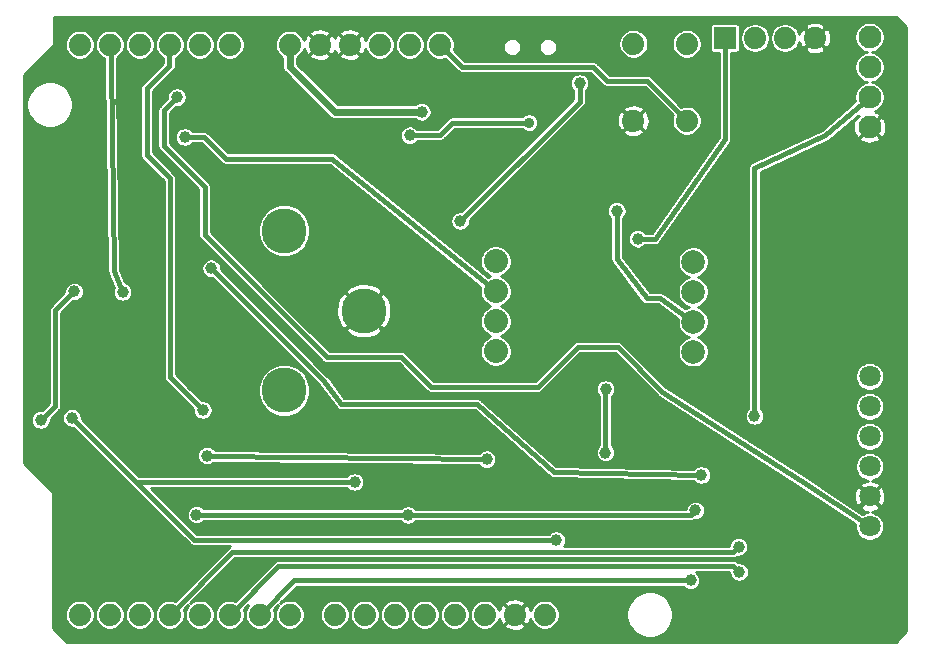
<source format=gbr>
G04 #@! TF.GenerationSoftware,KiCad,Pcbnew,(5.0.0)*
G04 #@! TF.CreationDate,2020-02-21T08:35:06-08:00*
G04 #@! TF.ProjectId,spirometer_v1_2psensors,737069726F6D657465725F76315F3270,rev?*
G04 #@! TF.SameCoordinates,Original*
G04 #@! TF.FileFunction,Copper,L4,Bot,Signal*
G04 #@! TF.FilePolarity,Positive*
%FSLAX46Y46*%
G04 Gerber Fmt 4.6, Leading zero omitted, Abs format (unit mm)*
G04 Created by KiCad (PCBNEW (5.0.0)) date 02/21/20 08:35:06*
%MOMM*%
%LPD*%
G01*
G04 APERTURE LIST*
G04 #@! TA.AperFunction,ComponentPad*
%ADD10C,1.879600*%
G04 #@! TD*
G04 #@! TA.AperFunction,ComponentPad*
%ADD11R,1.879600X1.879600*%
G04 #@! TD*
G04 #@! TA.AperFunction,ComponentPad*
%ADD12C,3.816000*%
G04 #@! TD*
G04 #@! TA.AperFunction,ComponentPad*
%ADD13C,1.800000*%
G04 #@! TD*
G04 #@! TA.AperFunction,ComponentPad*
%ADD14C,2.032000*%
G04 #@! TD*
G04 #@! TA.AperFunction,ComponentPad*
%ADD15C,2.000000*%
G04 #@! TD*
G04 #@! TA.AperFunction,ComponentPad*
%ADD16C,1.930400*%
G04 #@! TD*
G04 #@! TA.AperFunction,ViaPad*
%ADD17C,1.006400*%
G04 #@! TD*
G04 #@! TA.AperFunction,ViaPad*
%ADD18C,0.914400*%
G04 #@! TD*
G04 #@! TA.AperFunction,Conductor*
%ADD19C,0.406400*%
G04 #@! TD*
G04 #@! TA.AperFunction,Conductor*
%ADD20C,0.609600*%
G04 #@! TD*
G04 #@! TA.AperFunction,Conductor*
%ADD21C,0.254000*%
G04 #@! TD*
G04 APERTURE END LIST*
D10*
G04 #@! TO.P,U1,AREF*
G04 #@! TO.N,Net-(U1-PadAREF)*
X155001100Y-129073600D03*
G04 #@! TO.P,U1,GND@2*
G04 #@! TO.N,GND*
X152461100Y-129073600D03*
G04 #@! TO.P,U1,D13*
G04 #@! TO.N,Net-(U1-PadD13)*
X149921100Y-129073600D03*
G04 #@! TO.P,U1,D12*
G04 #@! TO.N,Net-(U1-PadD12)*
X147381100Y-129073600D03*
G04 #@! TO.P,U1,D11*
G04 #@! TO.N,Net-(U1-PadD11)*
X144841100Y-129073600D03*
G04 #@! TO.P,U1,D10*
G04 #@! TO.N,Net-(U1-PadD10)*
X142301100Y-129073600D03*
G04 #@! TO.P,U1,D9*
G04 #@! TO.N,Net-(U1-PadD9)*
X139761100Y-129073600D03*
G04 #@! TO.P,U1,D8*
G04 #@! TO.N,Net-(U1-PadD8)*
X137221100Y-129073600D03*
G04 #@! TO.P,U1,D7*
G04 #@! TO.N,Net-(U1-PadD7)*
X133411100Y-129073600D03*
G04 #@! TO.P,U1,D6*
G04 #@! TO.N,Net-(R21-Pad1)*
X130871100Y-129073600D03*
G04 #@! TO.P,U1,D5*
G04 #@! TO.N,Net-(R20-Pad1)*
X128331100Y-129073600D03*
G04 #@! TO.P,U1,D4*
G04 #@! TO.N,Net-(U1-PadD4)*
X125791100Y-129073600D03*
G04 #@! TO.P,U1,D3*
G04 #@! TO.N,Net-(R19-Pad1)*
X123251100Y-129073600D03*
G04 #@! TO.P,U1,D2*
G04 #@! TO.N,Net-(U1-PadD2)*
X120711100Y-129073600D03*
G04 #@! TO.P,U1,TX*
G04 #@! TO.N,Net-(U1-PadTX)*
X118171100Y-129073600D03*
G04 #@! TO.P,U1,RX*
G04 #@! TO.N,Net-(U1-PadRX)*
X115631100Y-129073600D03*
G04 #@! TO.P,U1,A5*
G04 #@! TO.N,Net-(U1-PadA5)*
X115631100Y-80813600D03*
G04 #@! TO.P,U1,A4*
G04 #@! TO.N,/OUT_PRES2*
X118171100Y-80813600D03*
G04 #@! TO.P,U1,A3*
G04 #@! TO.N,/OUT_PRES*
X120711100Y-80813600D03*
G04 #@! TO.P,U1,A2*
G04 #@! TO.N,/OUT_O2*
X123251100Y-80813600D03*
G04 #@! TO.P,U1,A1*
G04 #@! TO.N,/OUT_CO*
X125791100Y-80813600D03*
G04 #@! TO.P,U1,A0*
G04 #@! TO.N,/OUT_NO*
X128331100Y-80813600D03*
G04 #@! TO.P,U1,VIN*
G04 #@! TO.N,/VIN*
X133411100Y-80813600D03*
G04 #@! TO.P,U1,GND@1*
G04 #@! TO.N,GND*
X135951100Y-80813600D03*
G04 #@! TO.P,U1,GND@0*
X138491100Y-80813600D03*
G04 #@! TO.P,U1,5V*
G04 #@! TO.N,/5V*
X141031100Y-80813600D03*
G04 #@! TO.P,U1,3.3V*
G04 #@! TO.N,Net-(U1-Pad3.3V)*
X143571100Y-80813600D03*
G04 #@! TO.P,U1,RES*
G04 #@! TO.N,Net-(RESET1-Pad3)*
X146111100Y-80813600D03*
G04 #@! TD*
G04 #@! TO.P,JP1,4*
G04 #@! TO.N,GND*
X177871100Y-80253600D03*
G04 #@! TO.P,JP1,3*
G04 #@! TO.N,/9V*
X175331100Y-80253600D03*
G04 #@! TO.P,JP1,2*
G04 #@! TO.N,/6V*
X172791100Y-80253600D03*
D11*
G04 #@! TO.P,JP1,1*
G04 #@! TO.N,/-6V*
X170251100Y-80253600D03*
G04 #@! TD*
D10*
G04 #@! TO.P,RESET1,4*
G04 #@! TO.N,N/C*
X167011700Y-80752400D03*
G04 #@! TO.P,RESET1,3*
G04 #@! TO.N,Net-(RESET1-Pad3)*
X167011700Y-87254800D03*
G04 #@! TO.P,RESET1,2*
G04 #@! TO.N,N/C*
X162490500Y-80752400D03*
G04 #@! TO.P,RESET1,1*
G04 #@! TO.N,GND*
X162490500Y-87254800D03*
G04 #@! TD*
D12*
G04 #@! TO.P,U$4,-VE*
G04 #@! TO.N,Net-(R1-Pad1)*
X132923100Y-96585600D03*
G04 #@! TO.P,U$4,+VE*
G04 #@! TO.N,GND*
X139673100Y-103335600D03*
G04 #@! TO.P,U$4,NC*
G04 #@! TO.N,N/C*
X132923100Y-110085600D03*
G04 #@! TD*
D13*
G04 #@! TO.P,U$11,6*
G04 #@! TO.N,Net-(U$11-Pad6)*
X182501100Y-108903600D03*
G04 #@! TO.P,U$11,5*
G04 #@! TO.N,Net-(U$11-Pad5)*
X182501100Y-111443600D03*
G04 #@! TO.P,U$11,4*
G04 #@! TO.N,Net-(U$11-Pad4)*
X182501100Y-113983600D03*
G04 #@! TO.P,U$11,3*
G04 #@! TO.N,/5V*
X182501100Y-116523600D03*
G04 #@! TO.P,U$11,2*
G04 #@! TO.N,GND*
X182501100Y-119063600D03*
G04 #@! TO.P,U$11,1*
G04 #@! TO.N,/OUT_PRES*
X182501100Y-121603600D03*
G04 #@! TD*
D14*
G04 #@! TO.P,U$12,CE*
G04 #@! TO.N,Net-(C5-Pad2)*
X150841100Y-106768600D03*
G04 #@! TO.P,U$12,WE*
G04 #@! TO.N,Net-(R7-Pad1)*
X150841100Y-101688600D03*
G04 #@! TO.P,U$12,NC*
G04 #@! TO.N,N/C*
X150841100Y-104228600D03*
G04 #@! TO.P,U$12,RE*
G04 #@! TO.N,Net-(R4-Pad2)*
X150841100Y-99148600D03*
G04 #@! TD*
D15*
G04 #@! TO.P,U$2,CE*
G04 #@! TO.N,Net-(C11-Pad2)*
X167571100Y-106813600D03*
G04 #@! TO.P,U$2,WE*
G04 #@! TO.N,Net-(R16-Pad1)*
X167571100Y-104273600D03*
G04 #@! TO.P,U$2,NC*
G04 #@! TO.N,N/C*
X167571100Y-101733600D03*
G04 #@! TO.P,U$2,RE*
G04 #@! TO.N,Net-(R15-Pad2)*
X167571100Y-99193600D03*
G04 #@! TD*
D16*
G04 #@! TO.P,U$3,P$4*
G04 #@! TO.N,GND*
X182501100Y-87793600D03*
G04 #@! TO.P,U$3,P$3*
G04 #@! TO.N,/OUT_PRES2*
X182501100Y-85253600D03*
G04 #@! TO.P,U$3,P$2*
G04 #@! TO.N,/5V*
X182501100Y-82713600D03*
G04 #@! TO.P,U$3,P$1*
G04 #@! TO.N,Net-(U$3-PadP$1)*
X182501100Y-80173600D03*
G04 #@! TD*
D17*
G04 #@! TO.N,GND*
X119181100Y-103472800D03*
X112272300Y-109060800D03*
X120349500Y-120795600D03*
X140110700Y-109975200D03*
X148695900Y-112464400D03*
X153928300Y-116985600D03*
X172622700Y-114140800D03*
X130865100Y-85642000D03*
X127715500Y-92144400D03*
X174502300Y-89401200D03*
X140872700Y-116985600D03*
X119028700Y-85692800D03*
X160430700Y-91534800D03*
X122178300Y-115868000D03*
X144555700Y-101517000D03*
X157916100Y-98672200D03*
G04 #@! TO.N,/6V*
X157941500Y-84067200D03*
X147832300Y-95751200D03*
X125499500Y-120611600D03*
X167745900Y-120247600D03*
X143412700Y-120643200D03*
X112323100Y-112591400D03*
X115155200Y-101707500D03*
G04 #@! TO.N,/-6V*
X138891500Y-117849200D03*
X155960300Y-122773600D03*
X114964700Y-112413600D03*
X160125900Y-115360000D03*
X160151300Y-109975200D03*
X162869100Y-97249800D03*
G04 #@! TO.N,/VIN*
X144581100Y-86505600D03*
G04 #@! TO.N,/OUT_O2*
X126039100Y-111753200D03*
G04 #@! TO.N,Net-(C5-Pad2)*
X150079500Y-115914800D03*
X126394700Y-115614000D03*
G04 #@! TO.N,Net-(R7-Pad1)*
X124515100Y-88639200D03*
G04 #@! TO.N,Net-(R16-Pad1)*
X161091100Y-94887600D03*
G04 #@! TO.N,Net-(R19-Pad1)*
X171403500Y-123335600D03*
G04 #@! TO.N,Net-(R20-Pad1)*
X171454300Y-125469200D03*
G04 #@! TO.N,Net-(R21-Pad1)*
X167339500Y-126180400D03*
G04 #@! TO.N,/OUT_PRES*
X123854700Y-85261000D03*
D18*
G04 #@! TO.N,/5V*
X153674300Y-87420000D03*
D17*
X143565100Y-88486800D03*
G04 #@! TO.N,/OUT_PRES2*
X172751100Y-112253600D03*
X168251100Y-117253600D03*
X126751100Y-99753600D03*
X119251100Y-101753600D03*
G04 #@! TD*
D19*
G04 #@! TO.N,/6V*
X157941500Y-84067200D02*
X157941500Y-85642000D01*
X157941500Y-85642000D02*
X147832300Y-95751200D01*
X125499500Y-120611600D02*
X143381100Y-120611600D01*
X143381100Y-120611600D02*
X143412700Y-120643200D01*
X143412700Y-120643200D02*
X167350300Y-120643200D01*
X167350300Y-120643200D02*
X167745900Y-120247600D01*
X112323100Y-112591400D02*
X113542300Y-111372200D01*
X113542300Y-111372200D02*
X113542300Y-103320400D01*
X113542300Y-103320400D02*
X115155200Y-101707500D01*
G04 #@! TO.N,/-6V*
X125327900Y-122776800D02*
X155957100Y-122776800D01*
X155957100Y-122776800D02*
X155960300Y-122773600D01*
X114964700Y-112413600D02*
X120400300Y-117849200D01*
X120400300Y-117849200D02*
X138891500Y-117849200D01*
X160125900Y-115360000D02*
X160125900Y-110000600D01*
X160125900Y-110000600D02*
X160151300Y-109975200D01*
X170251100Y-80253600D02*
X170251100Y-88841000D01*
X170251100Y-88841000D02*
X164316900Y-97275200D01*
X164316900Y-97275200D02*
X162894500Y-97275200D01*
X162894500Y-97275200D02*
X162869100Y-97249800D01*
X125327900Y-122776800D02*
X120400300Y-117849200D01*
G04 #@! TO.N,Net-(RESET1-Pad3)*
X160278300Y-83914800D02*
X163671700Y-83914800D01*
X163671700Y-83914800D02*
X167011700Y-87254800D01*
X160278300Y-83914800D02*
X159059100Y-82695600D01*
X159059100Y-82695600D02*
X147993100Y-82695600D01*
X147993100Y-82695600D02*
X146111100Y-80813600D01*
D20*
G04 #@! TO.N,/VIN*
X144581100Y-86505600D02*
X137215100Y-86505600D01*
X137215100Y-86505600D02*
X133405100Y-82695600D01*
X133405100Y-82695600D02*
X133405100Y-80819600D01*
X133405100Y-80819600D02*
X133411100Y-80813600D01*
D19*
G04 #@! TO.N,/OUT_O2*
X126039100Y-111753200D02*
X123251100Y-108965200D01*
X123251100Y-108965200D02*
X123251100Y-92125000D01*
X123251100Y-92125000D02*
X121289300Y-90163200D01*
X121289300Y-90163200D02*
X121289300Y-84524400D01*
X121289300Y-84524400D02*
X123219700Y-82594000D01*
X123219700Y-82594000D02*
X123219700Y-80845000D01*
X123219700Y-80845000D02*
X123251100Y-80813600D01*
G04 #@! TO.N,Net-(C5-Pad2)*
X150079500Y-115914800D02*
X126445500Y-115664800D01*
X126445500Y-115664800D02*
X126394700Y-115614000D01*
G04 #@! TO.N,Net-(R7-Pad1)*
X137020500Y-90468000D02*
X127969500Y-90468000D01*
X127969500Y-90468000D02*
X126140700Y-88639200D01*
X126140700Y-88639200D02*
X124515100Y-88639200D01*
X137020500Y-90468000D02*
X150841100Y-101688600D01*
G04 #@! TO.N,Net-(R16-Pad1)*
X161091100Y-94887600D02*
X161091100Y-98991600D01*
X161091100Y-98991600D02*
X163635100Y-102285600D01*
X163635100Y-102285600D02*
X164751100Y-102285600D01*
X167586100Y-104285600D02*
X164751100Y-102285600D01*
X164751100Y-102285600D02*
X164751100Y-102253600D01*
X167571100Y-104273600D02*
X167586100Y-104285600D01*
G04 #@! TO.N,Net-(R19-Pad1)*
X171403500Y-123335600D02*
X170946300Y-123792800D01*
X170946300Y-123792800D02*
X128531900Y-123792800D01*
X128531900Y-123792800D02*
X123251100Y-129073600D01*
G04 #@! TO.N,Net-(R20-Pad1)*
X171454300Y-125469200D02*
X170946300Y-124961200D01*
X170946300Y-124961200D02*
X132443500Y-124961200D01*
X132443500Y-124961200D02*
X128331100Y-129073600D01*
G04 #@! TO.N,Net-(R21-Pad1)*
X167339500Y-126180400D02*
X133764300Y-126180400D01*
X133764300Y-126180400D02*
X130871100Y-129073600D01*
G04 #@! TO.N,/OUT_PRES*
X182501100Y-121603600D02*
X176650900Y-117703800D01*
X176650900Y-117703800D02*
X164951900Y-110203800D01*
X164951900Y-110203800D02*
X161167300Y-106419200D01*
X161167300Y-106419200D02*
X157789100Y-106419200D01*
X157789100Y-106419200D02*
X154410900Y-109797400D01*
X154410900Y-109797400D02*
X145368500Y-109797400D01*
X145368500Y-109797400D02*
X142853900Y-107282800D01*
X142853900Y-107282800D02*
X136554700Y-107282800D01*
X136554700Y-107282800D02*
X126191500Y-96919600D01*
X126191500Y-96919600D02*
X126191500Y-92855600D01*
X126191500Y-92855600D02*
X122737100Y-89401200D01*
X122737100Y-89401200D02*
X122737100Y-86378600D01*
X122737100Y-86378600D02*
X123854700Y-85261000D01*
G04 #@! TO.N,/5V*
X153674300Y-87420000D02*
X147171900Y-87420000D01*
X147171900Y-87420000D02*
X146105100Y-88486800D01*
X146105100Y-88486800D02*
X143565100Y-88486800D01*
G04 #@! TO.N,/OUT_PRES2*
X178751100Y-88503600D02*
X172751100Y-91253600D01*
X172751100Y-91253600D02*
X172751100Y-112253600D01*
X168251100Y-117253600D02*
X155751100Y-117003600D01*
X155751100Y-117003600D02*
X149251100Y-111253600D01*
X149251100Y-111253600D02*
X137751100Y-111253600D01*
X137751100Y-111253600D02*
X136251100Y-109253600D01*
X136251100Y-109253600D02*
X126751100Y-99753600D01*
X119251100Y-101753600D02*
X119001100Y-101253600D01*
X119001100Y-101253600D02*
X118501100Y-100003600D01*
X118501100Y-100003600D02*
X118251100Y-82483600D01*
X118251100Y-82483600D02*
X118171100Y-80813600D01*
X178751100Y-88503600D02*
X182501100Y-85253600D01*
G04 #@! TD*
D21*
G04 #@! TO.N,GND*
G36*
X185624100Y-79306206D02*
X185624100Y-130450994D01*
X184698494Y-131376600D01*
X114553706Y-131376600D01*
X113378100Y-130200994D01*
X113378100Y-128948831D01*
X114364300Y-128948831D01*
X114364300Y-129198369D01*
X114412982Y-129443112D01*
X114508476Y-129673655D01*
X114647112Y-129881138D01*
X114823562Y-130057588D01*
X115031045Y-130196224D01*
X115261588Y-130291718D01*
X115506331Y-130340400D01*
X115755869Y-130340400D01*
X116000612Y-130291718D01*
X116231155Y-130196224D01*
X116438638Y-130057588D01*
X116615088Y-129881138D01*
X116753724Y-129673655D01*
X116849218Y-129443112D01*
X116897900Y-129198369D01*
X116897900Y-128948831D01*
X116904300Y-128948831D01*
X116904300Y-129198369D01*
X116952982Y-129443112D01*
X117048476Y-129673655D01*
X117187112Y-129881138D01*
X117363562Y-130057588D01*
X117571045Y-130196224D01*
X117801588Y-130291718D01*
X118046331Y-130340400D01*
X118295869Y-130340400D01*
X118540612Y-130291718D01*
X118771155Y-130196224D01*
X118978638Y-130057588D01*
X119155088Y-129881138D01*
X119293724Y-129673655D01*
X119389218Y-129443112D01*
X119437900Y-129198369D01*
X119437900Y-128948831D01*
X119444300Y-128948831D01*
X119444300Y-129198369D01*
X119492982Y-129443112D01*
X119588476Y-129673655D01*
X119727112Y-129881138D01*
X119903562Y-130057588D01*
X120111045Y-130196224D01*
X120341588Y-130291718D01*
X120586331Y-130340400D01*
X120835869Y-130340400D01*
X121080612Y-130291718D01*
X121311155Y-130196224D01*
X121518638Y-130057588D01*
X121695088Y-129881138D01*
X121833724Y-129673655D01*
X121929218Y-129443112D01*
X121977900Y-129198369D01*
X121977900Y-128948831D01*
X121929218Y-128704088D01*
X121833724Y-128473545D01*
X121695088Y-128266062D01*
X121518638Y-128089612D01*
X121311155Y-127950976D01*
X121080612Y-127855482D01*
X120835869Y-127806800D01*
X120586331Y-127806800D01*
X120341588Y-127855482D01*
X120111045Y-127950976D01*
X119903562Y-128089612D01*
X119727112Y-128266062D01*
X119588476Y-128473545D01*
X119492982Y-128704088D01*
X119444300Y-128948831D01*
X119437900Y-128948831D01*
X119389218Y-128704088D01*
X119293724Y-128473545D01*
X119155088Y-128266062D01*
X118978638Y-128089612D01*
X118771155Y-127950976D01*
X118540612Y-127855482D01*
X118295869Y-127806800D01*
X118046331Y-127806800D01*
X117801588Y-127855482D01*
X117571045Y-127950976D01*
X117363562Y-128089612D01*
X117187112Y-128266062D01*
X117048476Y-128473545D01*
X116952982Y-128704088D01*
X116904300Y-128948831D01*
X116897900Y-128948831D01*
X116849218Y-128704088D01*
X116753724Y-128473545D01*
X116615088Y-128266062D01*
X116438638Y-128089612D01*
X116231155Y-127950976D01*
X116000612Y-127855482D01*
X115755869Y-127806800D01*
X115506331Y-127806800D01*
X115261588Y-127855482D01*
X115031045Y-127950976D01*
X114823562Y-128089612D01*
X114647112Y-128266062D01*
X114508476Y-128473545D01*
X114412982Y-128704088D01*
X114364300Y-128948831D01*
X113378100Y-128948831D01*
X113378100Y-118753600D01*
X113375660Y-118728824D01*
X113368433Y-118704999D01*
X113356697Y-118683043D01*
X113340903Y-118663797D01*
X110878100Y-116200994D01*
X110878100Y-112509632D01*
X111492900Y-112509632D01*
X111492900Y-112673168D01*
X111524804Y-112833560D01*
X111587386Y-112984647D01*
X111678242Y-113120622D01*
X111793878Y-113236258D01*
X111929853Y-113327114D01*
X112080940Y-113389696D01*
X112241332Y-113421600D01*
X112404868Y-113421600D01*
X112565260Y-113389696D01*
X112716347Y-113327114D01*
X112852322Y-113236258D01*
X112967958Y-113120622D01*
X113058814Y-112984647D01*
X113121396Y-112833560D01*
X113153300Y-112673168D01*
X113153300Y-112511015D01*
X113332483Y-112331832D01*
X114134500Y-112331832D01*
X114134500Y-112495368D01*
X114166404Y-112655760D01*
X114228986Y-112806847D01*
X114319842Y-112942822D01*
X114435478Y-113058458D01*
X114571453Y-113149314D01*
X114722540Y-113211896D01*
X114882932Y-113243800D01*
X115045085Y-113243800D01*
X120006980Y-118205697D01*
X120023578Y-118225922D01*
X120043803Y-118242520D01*
X120043806Y-118242523D01*
X120043817Y-118242532D01*
X124934575Y-123133291D01*
X124951178Y-123153522D01*
X125031912Y-123219778D01*
X125124020Y-123269011D01*
X125193645Y-123290131D01*
X125223962Y-123299328D01*
X125327900Y-123309565D01*
X125353943Y-123307000D01*
X128316026Y-123307000D01*
X128235912Y-123349822D01*
X128155178Y-123416078D01*
X128138576Y-123436308D01*
X123690468Y-127884417D01*
X123620612Y-127855482D01*
X123375869Y-127806800D01*
X123126331Y-127806800D01*
X122881588Y-127855482D01*
X122651045Y-127950976D01*
X122443562Y-128089612D01*
X122267112Y-128266062D01*
X122128476Y-128473545D01*
X122032982Y-128704088D01*
X121984300Y-128948831D01*
X121984300Y-129198369D01*
X122032982Y-129443112D01*
X122128476Y-129673655D01*
X122267112Y-129881138D01*
X122443562Y-130057588D01*
X122651045Y-130196224D01*
X122881588Y-130291718D01*
X123126331Y-130340400D01*
X123375869Y-130340400D01*
X123620612Y-130291718D01*
X123851155Y-130196224D01*
X124058638Y-130057588D01*
X124235088Y-129881138D01*
X124373724Y-129673655D01*
X124469218Y-129443112D01*
X124517900Y-129198369D01*
X124517900Y-128948831D01*
X124469218Y-128704088D01*
X124440283Y-128634232D01*
X124804410Y-128270105D01*
X124668476Y-128473545D01*
X124572982Y-128704088D01*
X124524300Y-128948831D01*
X124524300Y-129198369D01*
X124572982Y-129443112D01*
X124668476Y-129673655D01*
X124807112Y-129881138D01*
X124983562Y-130057588D01*
X125191045Y-130196224D01*
X125421588Y-130291718D01*
X125666331Y-130340400D01*
X125915869Y-130340400D01*
X126160612Y-130291718D01*
X126391155Y-130196224D01*
X126598638Y-130057588D01*
X126775088Y-129881138D01*
X126913724Y-129673655D01*
X127009218Y-129443112D01*
X127057900Y-129198369D01*
X127057900Y-128948831D01*
X127064300Y-128948831D01*
X127064300Y-129198369D01*
X127112982Y-129443112D01*
X127208476Y-129673655D01*
X127347112Y-129881138D01*
X127523562Y-130057588D01*
X127731045Y-130196224D01*
X127961588Y-130291718D01*
X128206331Y-130340400D01*
X128455869Y-130340400D01*
X128700612Y-130291718D01*
X128931155Y-130196224D01*
X129138638Y-130057588D01*
X129315088Y-129881138D01*
X129453724Y-129673655D01*
X129549218Y-129443112D01*
X129597900Y-129198369D01*
X129597900Y-128948831D01*
X129549218Y-128704088D01*
X129520283Y-128634232D01*
X129884410Y-128270105D01*
X129748476Y-128473545D01*
X129652982Y-128704088D01*
X129604300Y-128948831D01*
X129604300Y-129198369D01*
X129652982Y-129443112D01*
X129748476Y-129673655D01*
X129887112Y-129881138D01*
X130063562Y-130057588D01*
X130271045Y-130196224D01*
X130501588Y-130291718D01*
X130746331Y-130340400D01*
X130995869Y-130340400D01*
X131240612Y-130291718D01*
X131471155Y-130196224D01*
X131678638Y-130057588D01*
X131855088Y-129881138D01*
X131993724Y-129673655D01*
X132089218Y-129443112D01*
X132137900Y-129198369D01*
X132137900Y-128948831D01*
X132089218Y-128704088D01*
X132060283Y-128634232D01*
X132424411Y-128270105D01*
X132288476Y-128473545D01*
X132192982Y-128704088D01*
X132144300Y-128948831D01*
X132144300Y-129198369D01*
X132192982Y-129443112D01*
X132288476Y-129673655D01*
X132427112Y-129881138D01*
X132603562Y-130057588D01*
X132811045Y-130196224D01*
X133041588Y-130291718D01*
X133286331Y-130340400D01*
X133535869Y-130340400D01*
X133780612Y-130291718D01*
X134011155Y-130196224D01*
X134218638Y-130057588D01*
X134395088Y-129881138D01*
X134533724Y-129673655D01*
X134629218Y-129443112D01*
X134677900Y-129198369D01*
X134677900Y-128948831D01*
X135954300Y-128948831D01*
X135954300Y-129198369D01*
X136002982Y-129443112D01*
X136098476Y-129673655D01*
X136237112Y-129881138D01*
X136413562Y-130057588D01*
X136621045Y-130196224D01*
X136851588Y-130291718D01*
X137096331Y-130340400D01*
X137345869Y-130340400D01*
X137590612Y-130291718D01*
X137821155Y-130196224D01*
X138028638Y-130057588D01*
X138205088Y-129881138D01*
X138343724Y-129673655D01*
X138439218Y-129443112D01*
X138487900Y-129198369D01*
X138487900Y-128948831D01*
X138494300Y-128948831D01*
X138494300Y-129198369D01*
X138542982Y-129443112D01*
X138638476Y-129673655D01*
X138777112Y-129881138D01*
X138953562Y-130057588D01*
X139161045Y-130196224D01*
X139391588Y-130291718D01*
X139636331Y-130340400D01*
X139885869Y-130340400D01*
X140130612Y-130291718D01*
X140361155Y-130196224D01*
X140568638Y-130057588D01*
X140745088Y-129881138D01*
X140883724Y-129673655D01*
X140979218Y-129443112D01*
X141027900Y-129198369D01*
X141027900Y-128948831D01*
X141034300Y-128948831D01*
X141034300Y-129198369D01*
X141082982Y-129443112D01*
X141178476Y-129673655D01*
X141317112Y-129881138D01*
X141493562Y-130057588D01*
X141701045Y-130196224D01*
X141931588Y-130291718D01*
X142176331Y-130340400D01*
X142425869Y-130340400D01*
X142670612Y-130291718D01*
X142901155Y-130196224D01*
X143108638Y-130057588D01*
X143285088Y-129881138D01*
X143423724Y-129673655D01*
X143519218Y-129443112D01*
X143567900Y-129198369D01*
X143567900Y-128948831D01*
X143574300Y-128948831D01*
X143574300Y-129198369D01*
X143622982Y-129443112D01*
X143718476Y-129673655D01*
X143857112Y-129881138D01*
X144033562Y-130057588D01*
X144241045Y-130196224D01*
X144471588Y-130291718D01*
X144716331Y-130340400D01*
X144965869Y-130340400D01*
X145210612Y-130291718D01*
X145441155Y-130196224D01*
X145648638Y-130057588D01*
X145825088Y-129881138D01*
X145963724Y-129673655D01*
X146059218Y-129443112D01*
X146107900Y-129198369D01*
X146107900Y-128948831D01*
X146114300Y-128948831D01*
X146114300Y-129198369D01*
X146162982Y-129443112D01*
X146258476Y-129673655D01*
X146397112Y-129881138D01*
X146573562Y-130057588D01*
X146781045Y-130196224D01*
X147011588Y-130291718D01*
X147256331Y-130340400D01*
X147505869Y-130340400D01*
X147750612Y-130291718D01*
X147981155Y-130196224D01*
X148188638Y-130057588D01*
X148365088Y-129881138D01*
X148503724Y-129673655D01*
X148599218Y-129443112D01*
X148647900Y-129198369D01*
X148647900Y-128948831D01*
X148654300Y-128948831D01*
X148654300Y-129198369D01*
X148702982Y-129443112D01*
X148798476Y-129673655D01*
X148937112Y-129881138D01*
X149113562Y-130057588D01*
X149321045Y-130196224D01*
X149551588Y-130291718D01*
X149796331Y-130340400D01*
X150045869Y-130340400D01*
X150290612Y-130291718D01*
X150521155Y-130196224D01*
X150728638Y-130057588D01*
X150797321Y-129988905D01*
X151581150Y-129988905D01*
X151671825Y-130202478D01*
X151907223Y-130334766D01*
X152163907Y-130418589D01*
X152432012Y-130450725D01*
X152701234Y-130429939D01*
X152961229Y-130357029D01*
X153202004Y-130234798D01*
X153250375Y-130202478D01*
X153341050Y-129988905D01*
X152461100Y-129108955D01*
X151581150Y-129988905D01*
X150797321Y-129988905D01*
X150905088Y-129881138D01*
X151043724Y-129673655D01*
X151139218Y-129443112D01*
X151139975Y-129439306D01*
X151177671Y-129573729D01*
X151299902Y-129814504D01*
X151332222Y-129862875D01*
X151545795Y-129953550D01*
X152425745Y-129073600D01*
X152496455Y-129073600D01*
X153376405Y-129953550D01*
X153589978Y-129862875D01*
X153722266Y-129627477D01*
X153782789Y-129442142D01*
X153782982Y-129443112D01*
X153878476Y-129673655D01*
X154017112Y-129881138D01*
X154193562Y-130057588D01*
X154401045Y-130196224D01*
X154631588Y-130291718D01*
X154876331Y-130340400D01*
X155125869Y-130340400D01*
X155370612Y-130291718D01*
X155601155Y-130196224D01*
X155808638Y-130057588D01*
X155985088Y-129881138D01*
X156123724Y-129673655D01*
X156219218Y-129443112D01*
X156267900Y-129198369D01*
X156267900Y-128948831D01*
X156253967Y-128878784D01*
X161913100Y-128878784D01*
X161913100Y-129268416D01*
X161989113Y-129650561D01*
X162138219Y-130010534D01*
X162354687Y-130334502D01*
X162630198Y-130610013D01*
X162954166Y-130826481D01*
X163314139Y-130975587D01*
X163696284Y-131051600D01*
X164085916Y-131051600D01*
X164468061Y-130975587D01*
X164828034Y-130826481D01*
X165152002Y-130610013D01*
X165427513Y-130334502D01*
X165643981Y-130010534D01*
X165793087Y-129650561D01*
X165869100Y-129268416D01*
X165869100Y-128878784D01*
X165793087Y-128496639D01*
X165643981Y-128136666D01*
X165427513Y-127812698D01*
X165152002Y-127537187D01*
X164828034Y-127320719D01*
X164468061Y-127171613D01*
X164085916Y-127095600D01*
X163696284Y-127095600D01*
X163314139Y-127171613D01*
X162954166Y-127320719D01*
X162630198Y-127537187D01*
X162354687Y-127812698D01*
X162138219Y-128136666D01*
X161989113Y-128496639D01*
X161913100Y-128878784D01*
X156253967Y-128878784D01*
X156219218Y-128704088D01*
X156123724Y-128473545D01*
X155985088Y-128266062D01*
X155808638Y-128089612D01*
X155601155Y-127950976D01*
X155370612Y-127855482D01*
X155125869Y-127806800D01*
X154876331Y-127806800D01*
X154631588Y-127855482D01*
X154401045Y-127950976D01*
X154193562Y-128089612D01*
X154017112Y-128266062D01*
X153878476Y-128473545D01*
X153782982Y-128704088D01*
X153782225Y-128707894D01*
X153744529Y-128573471D01*
X153622298Y-128332696D01*
X153589978Y-128284325D01*
X153376405Y-128193650D01*
X152496455Y-129073600D01*
X152425745Y-129073600D01*
X151545795Y-128193650D01*
X151332222Y-128284325D01*
X151199934Y-128519723D01*
X151139411Y-128705058D01*
X151139218Y-128704088D01*
X151043724Y-128473545D01*
X150905088Y-128266062D01*
X150797321Y-128158295D01*
X151581150Y-128158295D01*
X152461100Y-129038245D01*
X153341050Y-128158295D01*
X153250375Y-127944722D01*
X153014977Y-127812434D01*
X152758293Y-127728611D01*
X152490188Y-127696475D01*
X152220966Y-127717261D01*
X151960971Y-127790171D01*
X151720196Y-127912402D01*
X151671825Y-127944722D01*
X151581150Y-128158295D01*
X150797321Y-128158295D01*
X150728638Y-128089612D01*
X150521155Y-127950976D01*
X150290612Y-127855482D01*
X150045869Y-127806800D01*
X149796331Y-127806800D01*
X149551588Y-127855482D01*
X149321045Y-127950976D01*
X149113562Y-128089612D01*
X148937112Y-128266062D01*
X148798476Y-128473545D01*
X148702982Y-128704088D01*
X148654300Y-128948831D01*
X148647900Y-128948831D01*
X148599218Y-128704088D01*
X148503724Y-128473545D01*
X148365088Y-128266062D01*
X148188638Y-128089612D01*
X147981155Y-127950976D01*
X147750612Y-127855482D01*
X147505869Y-127806800D01*
X147256331Y-127806800D01*
X147011588Y-127855482D01*
X146781045Y-127950976D01*
X146573562Y-128089612D01*
X146397112Y-128266062D01*
X146258476Y-128473545D01*
X146162982Y-128704088D01*
X146114300Y-128948831D01*
X146107900Y-128948831D01*
X146059218Y-128704088D01*
X145963724Y-128473545D01*
X145825088Y-128266062D01*
X145648638Y-128089612D01*
X145441155Y-127950976D01*
X145210612Y-127855482D01*
X144965869Y-127806800D01*
X144716331Y-127806800D01*
X144471588Y-127855482D01*
X144241045Y-127950976D01*
X144033562Y-128089612D01*
X143857112Y-128266062D01*
X143718476Y-128473545D01*
X143622982Y-128704088D01*
X143574300Y-128948831D01*
X143567900Y-128948831D01*
X143519218Y-128704088D01*
X143423724Y-128473545D01*
X143285088Y-128266062D01*
X143108638Y-128089612D01*
X142901155Y-127950976D01*
X142670612Y-127855482D01*
X142425869Y-127806800D01*
X142176331Y-127806800D01*
X141931588Y-127855482D01*
X141701045Y-127950976D01*
X141493562Y-128089612D01*
X141317112Y-128266062D01*
X141178476Y-128473545D01*
X141082982Y-128704088D01*
X141034300Y-128948831D01*
X141027900Y-128948831D01*
X140979218Y-128704088D01*
X140883724Y-128473545D01*
X140745088Y-128266062D01*
X140568638Y-128089612D01*
X140361155Y-127950976D01*
X140130612Y-127855482D01*
X139885869Y-127806800D01*
X139636331Y-127806800D01*
X139391588Y-127855482D01*
X139161045Y-127950976D01*
X138953562Y-128089612D01*
X138777112Y-128266062D01*
X138638476Y-128473545D01*
X138542982Y-128704088D01*
X138494300Y-128948831D01*
X138487900Y-128948831D01*
X138439218Y-128704088D01*
X138343724Y-128473545D01*
X138205088Y-128266062D01*
X138028638Y-128089612D01*
X137821155Y-127950976D01*
X137590612Y-127855482D01*
X137345869Y-127806800D01*
X137096331Y-127806800D01*
X136851588Y-127855482D01*
X136621045Y-127950976D01*
X136413562Y-128089612D01*
X136237112Y-128266062D01*
X136098476Y-128473545D01*
X136002982Y-128704088D01*
X135954300Y-128948831D01*
X134677900Y-128948831D01*
X134629218Y-128704088D01*
X134533724Y-128473545D01*
X134395088Y-128266062D01*
X134218638Y-128089612D01*
X134011155Y-127950976D01*
X133780612Y-127855482D01*
X133535869Y-127806800D01*
X133286331Y-127806800D01*
X133041588Y-127855482D01*
X132811045Y-127950976D01*
X132607605Y-128086911D01*
X133983916Y-126710600D01*
X166695620Y-126710600D01*
X166810278Y-126825258D01*
X166946253Y-126916114D01*
X167097340Y-126978696D01*
X167257732Y-127010600D01*
X167421268Y-127010600D01*
X167581660Y-126978696D01*
X167732747Y-126916114D01*
X167868722Y-126825258D01*
X167984358Y-126709622D01*
X168075214Y-126573647D01*
X168137796Y-126422560D01*
X168169700Y-126262168D01*
X168169700Y-126098632D01*
X168137796Y-125938240D01*
X168075214Y-125787153D01*
X167984358Y-125651178D01*
X167868722Y-125535542D01*
X167802659Y-125491400D01*
X170624100Y-125491400D01*
X170624100Y-125550968D01*
X170656004Y-125711360D01*
X170718586Y-125862447D01*
X170809442Y-125998422D01*
X170925078Y-126114058D01*
X171061053Y-126204914D01*
X171212140Y-126267496D01*
X171372532Y-126299400D01*
X171536068Y-126299400D01*
X171696460Y-126267496D01*
X171847547Y-126204914D01*
X171983522Y-126114058D01*
X172099158Y-125998422D01*
X172190014Y-125862447D01*
X172252596Y-125711360D01*
X172284500Y-125550968D01*
X172284500Y-125387432D01*
X172252596Y-125227040D01*
X172190014Y-125075953D01*
X172099158Y-124939978D01*
X171983522Y-124824342D01*
X171847547Y-124733486D01*
X171696460Y-124670904D01*
X171536068Y-124639000D01*
X171373915Y-124639000D01*
X171339629Y-124604714D01*
X171323022Y-124584478D01*
X171242288Y-124518222D01*
X171150180Y-124468989D01*
X171050237Y-124438672D01*
X170972343Y-124431000D01*
X170972340Y-124431000D01*
X170946300Y-124428435D01*
X170920260Y-124431000D01*
X132469540Y-124431000D01*
X132443500Y-124428435D01*
X132417460Y-124431000D01*
X132417457Y-124431000D01*
X132339563Y-124438672D01*
X132239620Y-124468989D01*
X132147512Y-124518222D01*
X132066778Y-124584478D01*
X132050175Y-124604709D01*
X128770468Y-127884417D01*
X128700612Y-127855482D01*
X128455869Y-127806800D01*
X128206331Y-127806800D01*
X127961588Y-127855482D01*
X127731045Y-127950976D01*
X127523562Y-128089612D01*
X127347112Y-128266062D01*
X127208476Y-128473545D01*
X127112982Y-128704088D01*
X127064300Y-128948831D01*
X127057900Y-128948831D01*
X127009218Y-128704088D01*
X126913724Y-128473545D01*
X126775088Y-128266062D01*
X126598638Y-128089612D01*
X126391155Y-127950976D01*
X126160612Y-127855482D01*
X125915869Y-127806800D01*
X125666331Y-127806800D01*
X125421588Y-127855482D01*
X125191045Y-127950976D01*
X124987604Y-128086911D01*
X128751516Y-124323000D01*
X170920260Y-124323000D01*
X170946300Y-124325565D01*
X170972340Y-124323000D01*
X170972343Y-124323000D01*
X171050237Y-124315328D01*
X171150180Y-124285011D01*
X171242288Y-124235778D01*
X171323022Y-124169522D01*
X171326077Y-124165800D01*
X171485268Y-124165800D01*
X171645660Y-124133896D01*
X171796747Y-124071314D01*
X171932722Y-123980458D01*
X172048358Y-123864822D01*
X172139214Y-123728847D01*
X172201796Y-123577760D01*
X172233700Y-123417368D01*
X172233700Y-123253832D01*
X172201796Y-123093440D01*
X172139214Y-122942353D01*
X172048358Y-122806378D01*
X171932722Y-122690742D01*
X171796747Y-122599886D01*
X171645660Y-122537304D01*
X171485268Y-122505400D01*
X171321732Y-122505400D01*
X171161340Y-122537304D01*
X171010253Y-122599886D01*
X170874278Y-122690742D01*
X170758642Y-122806378D01*
X170667786Y-122942353D01*
X170605204Y-123093440D01*
X170573300Y-123253832D01*
X170573300Y-123262600D01*
X156632034Y-123262600D01*
X156696014Y-123166847D01*
X156758596Y-123015760D01*
X156790500Y-122855368D01*
X156790500Y-122691832D01*
X156758596Y-122531440D01*
X156696014Y-122380353D01*
X156605158Y-122244378D01*
X156489522Y-122128742D01*
X156353547Y-122037886D01*
X156202460Y-121975304D01*
X156042068Y-121943400D01*
X155878532Y-121943400D01*
X155718140Y-121975304D01*
X155567053Y-122037886D01*
X155431078Y-122128742D01*
X155315442Y-122244378D01*
X155313957Y-122246600D01*
X125547516Y-122246600D01*
X123830748Y-120529832D01*
X124669300Y-120529832D01*
X124669300Y-120693368D01*
X124701204Y-120853760D01*
X124763786Y-121004847D01*
X124854642Y-121140822D01*
X124970278Y-121256458D01*
X125106253Y-121347314D01*
X125257340Y-121409896D01*
X125417732Y-121441800D01*
X125581268Y-121441800D01*
X125741660Y-121409896D01*
X125892747Y-121347314D01*
X126028722Y-121256458D01*
X126143380Y-121141800D01*
X142747381Y-121141800D01*
X142767842Y-121172422D01*
X142883478Y-121288058D01*
X143019453Y-121378914D01*
X143170540Y-121441496D01*
X143330932Y-121473400D01*
X143494468Y-121473400D01*
X143654860Y-121441496D01*
X143805947Y-121378914D01*
X143941922Y-121288058D01*
X144056580Y-121173400D01*
X167324260Y-121173400D01*
X167350300Y-121175965D01*
X167376340Y-121173400D01*
X167376343Y-121173400D01*
X167454237Y-121165728D01*
X167554180Y-121135411D01*
X167646288Y-121086178D01*
X167657986Y-121076578D01*
X167664132Y-121077800D01*
X167827668Y-121077800D01*
X167988060Y-121045896D01*
X168139147Y-120983314D01*
X168275122Y-120892458D01*
X168390758Y-120776822D01*
X168481614Y-120640847D01*
X168544196Y-120489760D01*
X168576100Y-120329368D01*
X168576100Y-120165832D01*
X168544196Y-120005440D01*
X168481614Y-119854353D01*
X168390758Y-119718378D01*
X168275122Y-119602742D01*
X168139147Y-119511886D01*
X167988060Y-119449304D01*
X167827668Y-119417400D01*
X167664132Y-119417400D01*
X167503740Y-119449304D01*
X167352653Y-119511886D01*
X167216678Y-119602742D01*
X167101042Y-119718378D01*
X167010186Y-119854353D01*
X166947604Y-120005440D01*
X166926209Y-120113000D01*
X144056580Y-120113000D01*
X143941922Y-119998342D01*
X143805947Y-119907486D01*
X143654860Y-119844904D01*
X143494468Y-119813000D01*
X143330932Y-119813000D01*
X143170540Y-119844904D01*
X143019453Y-119907486D01*
X142883478Y-119998342D01*
X142800420Y-120081400D01*
X126143380Y-120081400D01*
X126028722Y-119966742D01*
X125892747Y-119875886D01*
X125741660Y-119813304D01*
X125581268Y-119781400D01*
X125417732Y-119781400D01*
X125257340Y-119813304D01*
X125106253Y-119875886D01*
X124970278Y-119966742D01*
X124854642Y-120082378D01*
X124763786Y-120218353D01*
X124701204Y-120369440D01*
X124669300Y-120529832D01*
X123830748Y-120529832D01*
X121680315Y-118379400D01*
X138247620Y-118379400D01*
X138362278Y-118494058D01*
X138498253Y-118584914D01*
X138649340Y-118647496D01*
X138809732Y-118679400D01*
X138973268Y-118679400D01*
X139133660Y-118647496D01*
X139284747Y-118584914D01*
X139420722Y-118494058D01*
X139536358Y-118378422D01*
X139627214Y-118242447D01*
X139689796Y-118091360D01*
X139721700Y-117930968D01*
X139721700Y-117767432D01*
X139689796Y-117607040D01*
X139627214Y-117455953D01*
X139536358Y-117319978D01*
X139420722Y-117204342D01*
X139284747Y-117113486D01*
X139133660Y-117050904D01*
X138973268Y-117019000D01*
X138809732Y-117019000D01*
X138649340Y-117050904D01*
X138498253Y-117113486D01*
X138362278Y-117204342D01*
X138247620Y-117319000D01*
X120619917Y-117319000D01*
X118833149Y-115532232D01*
X125564500Y-115532232D01*
X125564500Y-115695768D01*
X125596404Y-115856160D01*
X125658986Y-116007247D01*
X125749842Y-116143222D01*
X125865478Y-116258858D01*
X126001453Y-116349714D01*
X126152540Y-116412296D01*
X126312932Y-116444200D01*
X126476468Y-116444200D01*
X126636860Y-116412296D01*
X126787947Y-116349714D01*
X126923922Y-116258858D01*
X126982075Y-116200705D01*
X149430729Y-116438166D01*
X149434642Y-116444022D01*
X149550278Y-116559658D01*
X149686253Y-116650514D01*
X149837340Y-116713096D01*
X149997732Y-116745000D01*
X150161268Y-116745000D01*
X150321660Y-116713096D01*
X150472747Y-116650514D01*
X150608722Y-116559658D01*
X150724358Y-116444022D01*
X150815214Y-116308047D01*
X150877796Y-116156960D01*
X150909700Y-115996568D01*
X150909700Y-115833032D01*
X150877796Y-115672640D01*
X150815214Y-115521553D01*
X150724358Y-115385578D01*
X150608722Y-115269942D01*
X150472747Y-115179086D01*
X150321660Y-115116504D01*
X150161268Y-115084600D01*
X149997732Y-115084600D01*
X149837340Y-115116504D01*
X149686253Y-115179086D01*
X149550278Y-115269942D01*
X149442388Y-115377832D01*
X127077294Y-115141254D01*
X127039558Y-115084778D01*
X126923922Y-114969142D01*
X126787947Y-114878286D01*
X126636860Y-114815704D01*
X126476468Y-114783800D01*
X126312932Y-114783800D01*
X126152540Y-114815704D01*
X126001453Y-114878286D01*
X125865478Y-114969142D01*
X125749842Y-115084778D01*
X125658986Y-115220753D01*
X125596404Y-115371840D01*
X125564500Y-115532232D01*
X118833149Y-115532232D01*
X115794900Y-112493985D01*
X115794900Y-112331832D01*
X115762996Y-112171440D01*
X115700414Y-112020353D01*
X115609558Y-111884378D01*
X115493922Y-111768742D01*
X115357947Y-111677886D01*
X115206860Y-111615304D01*
X115046468Y-111583400D01*
X114882932Y-111583400D01*
X114722540Y-111615304D01*
X114571453Y-111677886D01*
X114435478Y-111768742D01*
X114319842Y-111884378D01*
X114228986Y-112020353D01*
X114166404Y-112171440D01*
X114134500Y-112331832D01*
X113332483Y-112331832D01*
X113898791Y-111765525D01*
X113919022Y-111748922D01*
X113985278Y-111668188D01*
X114034511Y-111576080D01*
X114064828Y-111476137D01*
X114072500Y-111398243D01*
X114072500Y-111398241D01*
X114075065Y-111372201D01*
X114072500Y-111346161D01*
X114072500Y-103540015D01*
X115074816Y-102537700D01*
X115236968Y-102537700D01*
X115397360Y-102505796D01*
X115548447Y-102443214D01*
X115684422Y-102352358D01*
X115800058Y-102236722D01*
X115890914Y-102100747D01*
X115953496Y-101949660D01*
X115985400Y-101789268D01*
X115985400Y-101625732D01*
X115953496Y-101465340D01*
X115890914Y-101314253D01*
X115800058Y-101178278D01*
X115684422Y-101062642D01*
X115548447Y-100971786D01*
X115397360Y-100909204D01*
X115236968Y-100877300D01*
X115073432Y-100877300D01*
X114913040Y-100909204D01*
X114761953Y-100971786D01*
X114625978Y-101062642D01*
X114510342Y-101178278D01*
X114419486Y-101314253D01*
X114356904Y-101465340D01*
X114325000Y-101625732D01*
X114325000Y-101787884D01*
X113185810Y-102927075D01*
X113165579Y-102943678D01*
X113099323Y-103024412D01*
X113050090Y-103116520D01*
X113019773Y-103216463D01*
X113009535Y-103320400D01*
X113012101Y-103346450D01*
X113012100Y-111152584D01*
X112403485Y-111761200D01*
X112241332Y-111761200D01*
X112080940Y-111793104D01*
X111929853Y-111855686D01*
X111793878Y-111946542D01*
X111678242Y-112062178D01*
X111587386Y-112198153D01*
X111524804Y-112349240D01*
X111492900Y-112509632D01*
X110878100Y-112509632D01*
X110878100Y-85698784D01*
X111113100Y-85698784D01*
X111113100Y-86088416D01*
X111189113Y-86470561D01*
X111338219Y-86830534D01*
X111554687Y-87154502D01*
X111830198Y-87430013D01*
X112154166Y-87646481D01*
X112514139Y-87795587D01*
X112896284Y-87871600D01*
X113285916Y-87871600D01*
X113668061Y-87795587D01*
X114028034Y-87646481D01*
X114352002Y-87430013D01*
X114627513Y-87154502D01*
X114843981Y-86830534D01*
X114993087Y-86470561D01*
X115069100Y-86088416D01*
X115069100Y-85698784D01*
X114993087Y-85316639D01*
X114843981Y-84956666D01*
X114627513Y-84632698D01*
X114352002Y-84357187D01*
X114028034Y-84140719D01*
X113668061Y-83991613D01*
X113285916Y-83915600D01*
X112896284Y-83915600D01*
X112514139Y-83991613D01*
X112154166Y-84140719D01*
X111830198Y-84357187D01*
X111554687Y-84632698D01*
X111338219Y-84956666D01*
X111189113Y-85316639D01*
X111113100Y-85698784D01*
X110878100Y-85698784D01*
X110878100Y-83412271D01*
X113386924Y-80903447D01*
X113394626Y-80897126D01*
X113411005Y-80877169D01*
X113419869Y-80866369D01*
X113432526Y-80842688D01*
X113438626Y-80831276D01*
X113450177Y-80793199D01*
X113453100Y-80763520D01*
X113453100Y-80763511D01*
X113454076Y-80753601D01*
X113453100Y-80743691D01*
X113453100Y-80688831D01*
X114364300Y-80688831D01*
X114364300Y-80938369D01*
X114412982Y-81183112D01*
X114508476Y-81413655D01*
X114647112Y-81621138D01*
X114823562Y-81797588D01*
X115031045Y-81936224D01*
X115261588Y-82031718D01*
X115506331Y-82080400D01*
X115755869Y-82080400D01*
X116000612Y-82031718D01*
X116231155Y-81936224D01*
X116438638Y-81797588D01*
X116615088Y-81621138D01*
X116753724Y-81413655D01*
X116849218Y-81183112D01*
X116897900Y-80938369D01*
X116897900Y-80688831D01*
X116904300Y-80688831D01*
X116904300Y-80938369D01*
X116952982Y-81183112D01*
X117048476Y-81413655D01*
X117187112Y-81621138D01*
X117363562Y-81797588D01*
X117571045Y-81936224D01*
X117696562Y-81988215D01*
X117721082Y-82500072D01*
X117970482Y-99978089D01*
X117968375Y-99997105D01*
X117971226Y-100030177D01*
X117971326Y-100037205D01*
X117973462Y-100056116D01*
X117977344Y-100101158D01*
X117979315Y-100107954D01*
X117980109Y-100114982D01*
X117993843Y-100158037D01*
X117999150Y-100176331D01*
X118001762Y-100182862D01*
X118011849Y-100214482D01*
X118021107Y-100231223D01*
X118493700Y-101412708D01*
X118452804Y-101511440D01*
X118420900Y-101671832D01*
X118420900Y-101835368D01*
X118452804Y-101995760D01*
X118515386Y-102146847D01*
X118606242Y-102282822D01*
X118721878Y-102398458D01*
X118857853Y-102489314D01*
X119008940Y-102551896D01*
X119169332Y-102583800D01*
X119332868Y-102583800D01*
X119493260Y-102551896D01*
X119644347Y-102489314D01*
X119780322Y-102398458D01*
X119895958Y-102282822D01*
X119986814Y-102146847D01*
X120049396Y-101995760D01*
X120081300Y-101835368D01*
X120081300Y-101671832D01*
X120049396Y-101511440D01*
X119986814Y-101360353D01*
X119895958Y-101224378D01*
X119780322Y-101108742D01*
X119644347Y-101017886D01*
X119493260Y-100955304D01*
X119449329Y-100946566D01*
X119029844Y-99897855D01*
X118810475Y-84524400D01*
X120756535Y-84524400D01*
X120759101Y-84550450D01*
X120759100Y-90137160D01*
X120756535Y-90163200D01*
X120759100Y-90189240D01*
X120759100Y-90189242D01*
X120766772Y-90267136D01*
X120797089Y-90367079D01*
X120846322Y-90459188D01*
X120912578Y-90539922D01*
X120932814Y-90556529D01*
X122720901Y-92344617D01*
X122720900Y-108939160D01*
X122718335Y-108965200D01*
X122720900Y-108991240D01*
X122720900Y-108991242D01*
X122728572Y-109069136D01*
X122758889Y-109169079D01*
X122808122Y-109261188D01*
X122874378Y-109341922D01*
X122894614Y-109358529D01*
X125208900Y-111672816D01*
X125208900Y-111834968D01*
X125240804Y-111995360D01*
X125303386Y-112146447D01*
X125394242Y-112282422D01*
X125509878Y-112398058D01*
X125645853Y-112488914D01*
X125796940Y-112551496D01*
X125957332Y-112583400D01*
X126120868Y-112583400D01*
X126281260Y-112551496D01*
X126432347Y-112488914D01*
X126568322Y-112398058D01*
X126683958Y-112282422D01*
X126774814Y-112146447D01*
X126837396Y-111995360D01*
X126869300Y-111834968D01*
X126869300Y-111671432D01*
X126837396Y-111511040D01*
X126774814Y-111359953D01*
X126683958Y-111223978D01*
X126568322Y-111108342D01*
X126432347Y-111017486D01*
X126281260Y-110954904D01*
X126120868Y-110923000D01*
X125958716Y-110923000D01*
X124901188Y-109865472D01*
X130688100Y-109865472D01*
X130688100Y-110305728D01*
X130773990Y-110737525D01*
X130942469Y-111144269D01*
X131187062Y-111510329D01*
X131498371Y-111821638D01*
X131864431Y-112066231D01*
X132271175Y-112234710D01*
X132702972Y-112320600D01*
X133143228Y-112320600D01*
X133575025Y-112234710D01*
X133981769Y-112066231D01*
X134347829Y-111821638D01*
X134659138Y-111510329D01*
X134903731Y-111144269D01*
X135072210Y-110737525D01*
X135158100Y-110305728D01*
X135158100Y-109865472D01*
X135072210Y-109433675D01*
X134903731Y-109026931D01*
X134659138Y-108660871D01*
X134347829Y-108349562D01*
X133981769Y-108104969D01*
X133575025Y-107936490D01*
X133143228Y-107850600D01*
X132702972Y-107850600D01*
X132271175Y-107936490D01*
X131864431Y-108104969D01*
X131498371Y-108349562D01*
X131187062Y-108660871D01*
X130942469Y-109026931D01*
X130773990Y-109433675D01*
X130688100Y-109865472D01*
X124901188Y-109865472D01*
X123781300Y-108745585D01*
X123781300Y-99671832D01*
X125920900Y-99671832D01*
X125920900Y-99835368D01*
X125952804Y-99995760D01*
X126015386Y-100146847D01*
X126106242Y-100282822D01*
X126221878Y-100398458D01*
X126357853Y-100489314D01*
X126508940Y-100551896D01*
X126669332Y-100583800D01*
X126831485Y-100583800D01*
X135849553Y-109601869D01*
X137302619Y-111539292D01*
X137308122Y-111549588D01*
X137333885Y-111580980D01*
X137342565Y-111592554D01*
X137350412Y-111601119D01*
X137374378Y-111630322D01*
X137385618Y-111639546D01*
X137395439Y-111650266D01*
X137425905Y-111672609D01*
X137455112Y-111696578D01*
X137467935Y-111703432D01*
X137479659Y-111712030D01*
X137513895Y-111727998D01*
X137547220Y-111745811D01*
X137561136Y-111750032D01*
X137574310Y-111756177D01*
X137611004Y-111765159D01*
X137647163Y-111776128D01*
X137661634Y-111777553D01*
X137675755Y-111781010D01*
X137713494Y-111782661D01*
X137725057Y-111783800D01*
X137739525Y-111783800D01*
X137780096Y-111785575D01*
X137791635Y-111783800D01*
X149050245Y-111783800D01*
X155364106Y-117369140D01*
X155366921Y-117372713D01*
X155403128Y-117403659D01*
X155419309Y-117417973D01*
X155422988Y-117420634D01*
X155446314Y-117440570D01*
X155465187Y-117451149D01*
X155482734Y-117463837D01*
X155510649Y-117476630D01*
X155537419Y-117491635D01*
X155557998Y-117498330D01*
X155577678Y-117507349D01*
X155607545Y-117514449D01*
X155636736Y-117523945D01*
X155658232Y-117526497D01*
X155679287Y-117531502D01*
X155709958Y-117532638D01*
X155714461Y-117533173D01*
X155736029Y-117533604D01*
X155783656Y-117535369D01*
X155788150Y-117534647D01*
X167598241Y-117770848D01*
X167606242Y-117782822D01*
X167721878Y-117898458D01*
X167857853Y-117989314D01*
X168008940Y-118051896D01*
X168169332Y-118083800D01*
X168332868Y-118083800D01*
X168493260Y-118051896D01*
X168644347Y-117989314D01*
X168780322Y-117898458D01*
X168895958Y-117782822D01*
X168986814Y-117646847D01*
X169049396Y-117495760D01*
X169081300Y-117335368D01*
X169081300Y-117171832D01*
X169049396Y-117011440D01*
X168986814Y-116860353D01*
X168895958Y-116724378D01*
X168780322Y-116608742D01*
X168644347Y-116517886D01*
X168493260Y-116455304D01*
X168332868Y-116423400D01*
X168169332Y-116423400D01*
X168008940Y-116455304D01*
X167857853Y-116517886D01*
X167721878Y-116608742D01*
X167619949Y-116710671D01*
X155956480Y-116477402D01*
X154600897Y-115278232D01*
X159295700Y-115278232D01*
X159295700Y-115441768D01*
X159327604Y-115602160D01*
X159390186Y-115753247D01*
X159481042Y-115889222D01*
X159596678Y-116004858D01*
X159732653Y-116095714D01*
X159883740Y-116158296D01*
X160044132Y-116190200D01*
X160207668Y-116190200D01*
X160368060Y-116158296D01*
X160519147Y-116095714D01*
X160655122Y-116004858D01*
X160770758Y-115889222D01*
X160861614Y-115753247D01*
X160924196Y-115602160D01*
X160956100Y-115441768D01*
X160956100Y-115278232D01*
X160924196Y-115117840D01*
X160861614Y-114966753D01*
X160770758Y-114830778D01*
X160656100Y-114716120D01*
X160656100Y-110636376D01*
X160680522Y-110620058D01*
X160796158Y-110504422D01*
X160887014Y-110368447D01*
X160949596Y-110217360D01*
X160981500Y-110056968D01*
X160981500Y-109893432D01*
X160949596Y-109733040D01*
X160887014Y-109581953D01*
X160796158Y-109445978D01*
X160680522Y-109330342D01*
X160544547Y-109239486D01*
X160393460Y-109176904D01*
X160233068Y-109145000D01*
X160069532Y-109145000D01*
X159909140Y-109176904D01*
X159758053Y-109239486D01*
X159622078Y-109330342D01*
X159506442Y-109445978D01*
X159415586Y-109581953D01*
X159353004Y-109733040D01*
X159321100Y-109893432D01*
X159321100Y-110056968D01*
X159353004Y-110217360D01*
X159415586Y-110368447D01*
X159506442Y-110504422D01*
X159595701Y-110593681D01*
X159595700Y-114716120D01*
X159481042Y-114830778D01*
X159390186Y-114966753D01*
X159327604Y-115117840D01*
X159295700Y-115278232D01*
X154600897Y-115278232D01*
X149634101Y-110884529D01*
X149627822Y-110876878D01*
X149595035Y-110849971D01*
X149582890Y-110839227D01*
X149574929Y-110833471D01*
X149547088Y-110810622D01*
X149532686Y-110802924D01*
X149519464Y-110793363D01*
X149486749Y-110778370D01*
X149454980Y-110761389D01*
X149439352Y-110756648D01*
X149424520Y-110749851D01*
X149389507Y-110741528D01*
X149355037Y-110731072D01*
X149338785Y-110729471D01*
X149322911Y-110725698D01*
X149286945Y-110724365D01*
X149277143Y-110723400D01*
X149260889Y-110723400D01*
X149218543Y-110721831D01*
X149208779Y-110723400D01*
X138016199Y-110723400D01*
X136699582Y-108967910D01*
X136694077Y-108957611D01*
X136668307Y-108926209D01*
X136659634Y-108914646D01*
X136651794Y-108906088D01*
X136644423Y-108897107D01*
X136634192Y-108886876D01*
X136606760Y-108856934D01*
X136597346Y-108850030D01*
X127581300Y-99833985D01*
X127581300Y-99671832D01*
X127549396Y-99511440D01*
X127486814Y-99360353D01*
X127395958Y-99224378D01*
X127280322Y-99108742D01*
X127144347Y-99017886D01*
X126993260Y-98955304D01*
X126832868Y-98923400D01*
X126669332Y-98923400D01*
X126508940Y-98955304D01*
X126357853Y-99017886D01*
X126221878Y-99108742D01*
X126106242Y-99224378D01*
X126015386Y-99360353D01*
X125952804Y-99511440D01*
X125920900Y-99671832D01*
X123781300Y-99671832D01*
X123781300Y-92151039D01*
X123783865Y-92124999D01*
X123781300Y-92098957D01*
X123773628Y-92021063D01*
X123743311Y-91921120D01*
X123694078Y-91829012D01*
X123627822Y-91748278D01*
X123607591Y-91731675D01*
X121819500Y-89943585D01*
X121819500Y-86378600D01*
X122204335Y-86378600D01*
X122206901Y-86404650D01*
X122206900Y-89375160D01*
X122204335Y-89401200D01*
X122206900Y-89427240D01*
X122206900Y-89427242D01*
X122214572Y-89505136D01*
X122244889Y-89605079D01*
X122294122Y-89697188D01*
X122360378Y-89777922D01*
X122380614Y-89794529D01*
X125661301Y-93075217D01*
X125661300Y-96893560D01*
X125658735Y-96919600D01*
X125661300Y-96945640D01*
X125661300Y-96945642D01*
X125668972Y-97023536D01*
X125699289Y-97123479D01*
X125748522Y-97215588D01*
X125814778Y-97296322D01*
X125835014Y-97312929D01*
X136161375Y-107639291D01*
X136177978Y-107659522D01*
X136258712Y-107725778D01*
X136350820Y-107775011D01*
X136450763Y-107805328D01*
X136528657Y-107813000D01*
X136528660Y-107813000D01*
X136554700Y-107815565D01*
X136580740Y-107813000D01*
X142634285Y-107813000D01*
X144975175Y-110153891D01*
X144991778Y-110174122D01*
X145072512Y-110240378D01*
X145164620Y-110289611D01*
X145264563Y-110319928D01*
X145342457Y-110327600D01*
X145342459Y-110327600D01*
X145368499Y-110330165D01*
X145394539Y-110327600D01*
X154384860Y-110327600D01*
X154410900Y-110330165D01*
X154436940Y-110327600D01*
X154436943Y-110327600D01*
X154514837Y-110319928D01*
X154614780Y-110289611D01*
X154706888Y-110240378D01*
X154787622Y-110174122D01*
X154804229Y-110153886D01*
X158008717Y-106949400D01*
X160947685Y-106949400D01*
X164562150Y-110563866D01*
X164582393Y-110587599D01*
X164619389Y-110616804D01*
X164655911Y-110646777D01*
X164683441Y-110661492D01*
X176360768Y-118147599D01*
X181284616Y-121429884D01*
X181274100Y-121482751D01*
X181274100Y-121724449D01*
X181321253Y-121961503D01*
X181413747Y-122184802D01*
X181548027Y-122385767D01*
X181718933Y-122556673D01*
X181919898Y-122690953D01*
X182143197Y-122783447D01*
X182380251Y-122830600D01*
X182621949Y-122830600D01*
X182859003Y-122783447D01*
X183082302Y-122690953D01*
X183283267Y-122556673D01*
X183454173Y-122385767D01*
X183588453Y-122184802D01*
X183680947Y-121961503D01*
X183728100Y-121724449D01*
X183728100Y-121482751D01*
X183680947Y-121245697D01*
X183588453Y-121022398D01*
X183454173Y-120821433D01*
X183283267Y-120650527D01*
X183082302Y-120516247D01*
X182859003Y-120423753D01*
X182667562Y-120385673D01*
X182734977Y-120380431D01*
X182987384Y-120309501D01*
X183221104Y-120190692D01*
X183266865Y-120160117D01*
X183352765Y-119950620D01*
X182501100Y-119098955D01*
X181649435Y-119950620D01*
X181735335Y-120160117D01*
X181963969Y-120288440D01*
X182213245Y-120369695D01*
X182339334Y-120384739D01*
X182143197Y-120423753D01*
X181919898Y-120516247D01*
X181872913Y-120547641D01*
X179605381Y-119036082D01*
X181163944Y-119036082D01*
X181184269Y-119297477D01*
X181255199Y-119549884D01*
X181374008Y-119783604D01*
X181404583Y-119829365D01*
X181614080Y-119915265D01*
X182465745Y-119063600D01*
X182536455Y-119063600D01*
X183388120Y-119915265D01*
X183597617Y-119829365D01*
X183725940Y-119600731D01*
X183807195Y-119351455D01*
X183838256Y-119091118D01*
X183817931Y-118829723D01*
X183747001Y-118577316D01*
X183628192Y-118343596D01*
X183597617Y-118297835D01*
X183388120Y-118211935D01*
X182536455Y-119063600D01*
X182465745Y-119063600D01*
X181614080Y-118211935D01*
X181404583Y-118297835D01*
X181276260Y-118526469D01*
X181195005Y-118775745D01*
X181163944Y-119036082D01*
X179605381Y-119036082D01*
X176962710Y-117274452D01*
X176958972Y-117271502D01*
X176940994Y-117259977D01*
X176923314Y-117248191D01*
X176919133Y-117245962D01*
X175603837Y-116402751D01*
X181274100Y-116402751D01*
X181274100Y-116644449D01*
X181321253Y-116881503D01*
X181413747Y-117104802D01*
X181548027Y-117305767D01*
X181718933Y-117476673D01*
X181919898Y-117610953D01*
X182143197Y-117703447D01*
X182334638Y-117741527D01*
X182267223Y-117746769D01*
X182014816Y-117817699D01*
X181781096Y-117936508D01*
X181735335Y-117967083D01*
X181649435Y-118176580D01*
X182501100Y-119028245D01*
X183352765Y-118176580D01*
X183266865Y-117967083D01*
X183038231Y-117838760D01*
X182788955Y-117757505D01*
X182662866Y-117742461D01*
X182859003Y-117703447D01*
X183082302Y-117610953D01*
X183283267Y-117476673D01*
X183454173Y-117305767D01*
X183588453Y-117104802D01*
X183680947Y-116881503D01*
X183728100Y-116644449D01*
X183728100Y-116402751D01*
X183680947Y-116165697D01*
X183588453Y-115942398D01*
X183454173Y-115741433D01*
X183283267Y-115570527D01*
X183082302Y-115436247D01*
X182859003Y-115343753D01*
X182621949Y-115296600D01*
X182380251Y-115296600D01*
X182143197Y-115343753D01*
X181919898Y-115436247D01*
X181718933Y-115570527D01*
X181548027Y-115741433D01*
X181413747Y-115942398D01*
X181321253Y-116165697D01*
X181274100Y-116402751D01*
X175603837Y-116402751D01*
X171641775Y-113862751D01*
X181274100Y-113862751D01*
X181274100Y-114104449D01*
X181321253Y-114341503D01*
X181413747Y-114564802D01*
X181548027Y-114765767D01*
X181718933Y-114936673D01*
X181919898Y-115070953D01*
X182143197Y-115163447D01*
X182380251Y-115210600D01*
X182621949Y-115210600D01*
X182859003Y-115163447D01*
X183082302Y-115070953D01*
X183283267Y-114936673D01*
X183454173Y-114765767D01*
X183588453Y-114564802D01*
X183680947Y-114341503D01*
X183728100Y-114104449D01*
X183728100Y-113862751D01*
X183680947Y-113625697D01*
X183588453Y-113402398D01*
X183454173Y-113201433D01*
X183283267Y-113030527D01*
X183082302Y-112896247D01*
X182859003Y-112803753D01*
X182621949Y-112756600D01*
X182380251Y-112756600D01*
X182143197Y-112803753D01*
X181919898Y-112896247D01*
X181718933Y-113030527D01*
X181548027Y-113201433D01*
X181413747Y-113402398D01*
X181321253Y-113625697D01*
X181274100Y-113862751D01*
X171641775Y-113862751D01*
X169004166Y-112171832D01*
X171920900Y-112171832D01*
X171920900Y-112335368D01*
X171952804Y-112495760D01*
X172015386Y-112646847D01*
X172106242Y-112782822D01*
X172221878Y-112898458D01*
X172357853Y-112989314D01*
X172508940Y-113051896D01*
X172669332Y-113083800D01*
X172832868Y-113083800D01*
X172993260Y-113051896D01*
X173144347Y-112989314D01*
X173280322Y-112898458D01*
X173395958Y-112782822D01*
X173486814Y-112646847D01*
X173549396Y-112495760D01*
X173581300Y-112335368D01*
X173581300Y-112171832D01*
X173549396Y-112011440D01*
X173486814Y-111860353D01*
X173395958Y-111724378D01*
X173281300Y-111609720D01*
X173281300Y-111322751D01*
X181274100Y-111322751D01*
X181274100Y-111564449D01*
X181321253Y-111801503D01*
X181413747Y-112024802D01*
X181548027Y-112225767D01*
X181718933Y-112396673D01*
X181919898Y-112530953D01*
X182143197Y-112623447D01*
X182380251Y-112670600D01*
X182621949Y-112670600D01*
X182859003Y-112623447D01*
X183082302Y-112530953D01*
X183283267Y-112396673D01*
X183454173Y-112225767D01*
X183588453Y-112024802D01*
X183680947Y-111801503D01*
X183728100Y-111564449D01*
X183728100Y-111322751D01*
X183680947Y-111085697D01*
X183588453Y-110862398D01*
X183454173Y-110661433D01*
X183283267Y-110490527D01*
X183082302Y-110356247D01*
X182859003Y-110263753D01*
X182621949Y-110216600D01*
X182380251Y-110216600D01*
X182143197Y-110263753D01*
X181919898Y-110356247D01*
X181718933Y-110490527D01*
X181548027Y-110661433D01*
X181413747Y-110862398D01*
X181321253Y-111085697D01*
X181274100Y-111322751D01*
X173281300Y-111322751D01*
X173281300Y-108782751D01*
X181274100Y-108782751D01*
X181274100Y-109024449D01*
X181321253Y-109261503D01*
X181413747Y-109484802D01*
X181548027Y-109685767D01*
X181718933Y-109856673D01*
X181919898Y-109990953D01*
X182143197Y-110083447D01*
X182380251Y-110130600D01*
X182621949Y-110130600D01*
X182859003Y-110083447D01*
X183082302Y-109990953D01*
X183283267Y-109856673D01*
X183454173Y-109685767D01*
X183588453Y-109484802D01*
X183680947Y-109261503D01*
X183728100Y-109024449D01*
X183728100Y-108782751D01*
X183680947Y-108545697D01*
X183588453Y-108322398D01*
X183454173Y-108121433D01*
X183283267Y-107950527D01*
X183082302Y-107816247D01*
X182859003Y-107723753D01*
X182621949Y-107676600D01*
X182380251Y-107676600D01*
X182143197Y-107723753D01*
X181919898Y-107816247D01*
X181718933Y-107950527D01*
X181548027Y-108121433D01*
X181413747Y-108322398D01*
X181321253Y-108545697D01*
X181274100Y-108782751D01*
X173281300Y-108782751D01*
X173281300Y-91593828D01*
X178969658Y-88986665D01*
X179014775Y-88966540D01*
X179038341Y-88949860D01*
X179063298Y-88935307D01*
X179100427Y-88902460D01*
X179302931Y-88726956D01*
X181603099Y-88726956D01*
X181696820Y-88943129D01*
X181936536Y-89077949D01*
X182197948Y-89163411D01*
X182471010Y-89196233D01*
X182745228Y-89175152D01*
X183010064Y-89100978D01*
X183255342Y-88976563D01*
X183305380Y-88943129D01*
X183399101Y-88726956D01*
X182501100Y-87828955D01*
X181603099Y-88726956D01*
X179302931Y-88726956D01*
X181497307Y-86825165D01*
X181567742Y-86895600D01*
X181351571Y-86989320D01*
X181216751Y-87229036D01*
X181131289Y-87490448D01*
X181098467Y-87763510D01*
X181119548Y-88037728D01*
X181193722Y-88302564D01*
X181318137Y-88547842D01*
X181351571Y-88597880D01*
X181567744Y-88691601D01*
X182465745Y-87793600D01*
X182536455Y-87793600D01*
X183434456Y-88691601D01*
X183650629Y-88597880D01*
X183785449Y-88358164D01*
X183870911Y-88096752D01*
X183903733Y-87823690D01*
X183882652Y-87549472D01*
X183808478Y-87284636D01*
X183684063Y-87039358D01*
X183650629Y-86989320D01*
X183434456Y-86895599D01*
X182536455Y-87793600D01*
X182465745Y-87793600D01*
X182451603Y-87779458D01*
X182486958Y-87744103D01*
X182501100Y-87758245D01*
X183399101Y-86860244D01*
X183305380Y-86644071D01*
X183065664Y-86509251D01*
X182943103Y-86469183D01*
X183113186Y-86398732D01*
X183324829Y-86257317D01*
X183504817Y-86077329D01*
X183646232Y-85865686D01*
X183743641Y-85630521D01*
X183793300Y-85380871D01*
X183793300Y-85126329D01*
X183743641Y-84876679D01*
X183646232Y-84641514D01*
X183504817Y-84429871D01*
X183324829Y-84249883D01*
X183113186Y-84108468D01*
X182878021Y-84011059D01*
X182739977Y-83983600D01*
X182878021Y-83956141D01*
X183113186Y-83858732D01*
X183324829Y-83717317D01*
X183504817Y-83537329D01*
X183646232Y-83325686D01*
X183743641Y-83090521D01*
X183793300Y-82840871D01*
X183793300Y-82586329D01*
X183743641Y-82336679D01*
X183646232Y-82101514D01*
X183504817Y-81889871D01*
X183324829Y-81709883D01*
X183113186Y-81568468D01*
X182878021Y-81471059D01*
X182739977Y-81443600D01*
X182878021Y-81416141D01*
X183113186Y-81318732D01*
X183324829Y-81177317D01*
X183504817Y-80997329D01*
X183646232Y-80785686D01*
X183743641Y-80550521D01*
X183793300Y-80300871D01*
X183793300Y-80046329D01*
X183743641Y-79796679D01*
X183646232Y-79561514D01*
X183504817Y-79349871D01*
X183324829Y-79169883D01*
X183113186Y-79028468D01*
X182878021Y-78931059D01*
X182628371Y-78881400D01*
X182373829Y-78881400D01*
X182124179Y-78931059D01*
X181889014Y-79028468D01*
X181677371Y-79169883D01*
X181497383Y-79349871D01*
X181355968Y-79561514D01*
X181258559Y-79796679D01*
X181208900Y-80046329D01*
X181208900Y-80300871D01*
X181258559Y-80550521D01*
X181355968Y-80785686D01*
X181497383Y-80997329D01*
X181677371Y-81177317D01*
X181889014Y-81318732D01*
X182124179Y-81416141D01*
X182262223Y-81443600D01*
X182124179Y-81471059D01*
X181889014Y-81568468D01*
X181677371Y-81709883D01*
X181497383Y-81889871D01*
X181355968Y-82101514D01*
X181258559Y-82336679D01*
X181208900Y-82586329D01*
X181208900Y-82840871D01*
X181258559Y-83090521D01*
X181355968Y-83325686D01*
X181497383Y-83537329D01*
X181677371Y-83717317D01*
X181889014Y-83858732D01*
X182124179Y-83956141D01*
X182262223Y-83983600D01*
X182124179Y-84011059D01*
X181889014Y-84108468D01*
X181677371Y-84249883D01*
X181497383Y-84429871D01*
X181355968Y-84641514D01*
X181258559Y-84876679D01*
X181208900Y-85126329D01*
X181208900Y-85380871D01*
X181258277Y-85629103D01*
X178461205Y-88053233D01*
X172562831Y-90756654D01*
X172547220Y-90761389D01*
X172515459Y-90778366D01*
X172506515Y-90782465D01*
X172492509Y-90790633D01*
X172455112Y-90810622D01*
X172447452Y-90816908D01*
X172438901Y-90821895D01*
X172407165Y-90849971D01*
X172374378Y-90876878D01*
X172368093Y-90884536D01*
X172360678Y-90891096D01*
X172335023Y-90924832D01*
X172308122Y-90957612D01*
X172303452Y-90966349D01*
X172297459Y-90974230D01*
X172278879Y-91012322D01*
X172258889Y-91049721D01*
X172256014Y-91059200D01*
X172251673Y-91068099D01*
X172240881Y-91109086D01*
X172228572Y-91149664D01*
X172227601Y-91159522D01*
X172225080Y-91169097D01*
X172222491Y-91211403D01*
X172220900Y-91227558D01*
X172220900Y-91237405D01*
X172218701Y-91273341D01*
X172220900Y-91289501D01*
X172220901Y-111609719D01*
X172106242Y-111724378D01*
X172015386Y-111860353D01*
X171952804Y-112011440D01*
X171920900Y-112171832D01*
X169004166Y-112171832D01*
X165286292Y-109788376D01*
X161560629Y-106062714D01*
X161544022Y-106042478D01*
X161463288Y-105976222D01*
X161371180Y-105926989D01*
X161271237Y-105896672D01*
X161193343Y-105889000D01*
X161193340Y-105889000D01*
X161167300Y-105886435D01*
X161141260Y-105889000D01*
X157815139Y-105889000D01*
X157789099Y-105886435D01*
X157763059Y-105889000D01*
X157763057Y-105889000D01*
X157685163Y-105896672D01*
X157585220Y-105926989D01*
X157493112Y-105976222D01*
X157493110Y-105976223D01*
X157493111Y-105976223D01*
X157432606Y-106025877D01*
X157432603Y-106025880D01*
X157412378Y-106042478D01*
X157395780Y-106062703D01*
X154191285Y-109267200D01*
X145588116Y-109267200D01*
X143247229Y-106926314D01*
X143230622Y-106906078D01*
X143149888Y-106839822D01*
X143057780Y-106790589D01*
X142957837Y-106760272D01*
X142879943Y-106752600D01*
X142879940Y-106752600D01*
X142853900Y-106750035D01*
X142827860Y-106752600D01*
X136774316Y-106752600D01*
X134960630Y-104938914D01*
X138105142Y-104938914D01*
X138311922Y-105251633D01*
X138711876Y-105480369D01*
X139148769Y-105626684D01*
X139605812Y-105684953D01*
X140065442Y-105652938D01*
X140509993Y-105531869D01*
X140922384Y-105326398D01*
X141034278Y-105251633D01*
X141241058Y-104938914D01*
X139673100Y-103370955D01*
X138105142Y-104938914D01*
X134960630Y-104938914D01*
X133290028Y-103268312D01*
X137323747Y-103268312D01*
X137355762Y-103727942D01*
X137476831Y-104172493D01*
X137682302Y-104584884D01*
X137757067Y-104696778D01*
X138069786Y-104903558D01*
X139637745Y-103335600D01*
X139708455Y-103335600D01*
X141276414Y-104903558D01*
X141589133Y-104696778D01*
X141817869Y-104296824D01*
X141964184Y-103859931D01*
X142022453Y-103402888D01*
X141990438Y-102943258D01*
X141869369Y-102498707D01*
X141663898Y-102086316D01*
X141589133Y-101974422D01*
X141276414Y-101767642D01*
X139708455Y-103335600D01*
X139637745Y-103335600D01*
X138069786Y-101767642D01*
X137757067Y-101974422D01*
X137528331Y-102374376D01*
X137382016Y-102811269D01*
X137323747Y-103268312D01*
X133290028Y-103268312D01*
X131754002Y-101732286D01*
X138105142Y-101732286D01*
X139673100Y-103300245D01*
X141241058Y-101732286D01*
X141034278Y-101419567D01*
X140634324Y-101190831D01*
X140197431Y-101044516D01*
X139740388Y-100986247D01*
X139280758Y-101018262D01*
X138836207Y-101139331D01*
X138423816Y-101344802D01*
X138311922Y-101419567D01*
X138105142Y-101732286D01*
X131754002Y-101732286D01*
X126721700Y-96699985D01*
X126721700Y-96365472D01*
X130688100Y-96365472D01*
X130688100Y-96805728D01*
X130773990Y-97237525D01*
X130942469Y-97644269D01*
X131187062Y-98010329D01*
X131498371Y-98321638D01*
X131864431Y-98566231D01*
X132271175Y-98734710D01*
X132702972Y-98820600D01*
X133143228Y-98820600D01*
X133575025Y-98734710D01*
X133981769Y-98566231D01*
X134347829Y-98321638D01*
X134659138Y-98010329D01*
X134903731Y-97644269D01*
X135072210Y-97237525D01*
X135158100Y-96805728D01*
X135158100Y-96365472D01*
X135072210Y-95933675D01*
X134903731Y-95526931D01*
X134659138Y-95160871D01*
X134347829Y-94849562D01*
X133981769Y-94604969D01*
X133575025Y-94436490D01*
X133143228Y-94350600D01*
X132702972Y-94350600D01*
X132271175Y-94436490D01*
X131864431Y-94604969D01*
X131498371Y-94849562D01*
X131187062Y-95160871D01*
X130942469Y-95526931D01*
X130773990Y-95933675D01*
X130688100Y-96365472D01*
X126721700Y-96365472D01*
X126721700Y-92881639D01*
X126724265Y-92855599D01*
X126721700Y-92829557D01*
X126714028Y-92751663D01*
X126683711Y-92651720D01*
X126634478Y-92559612D01*
X126568222Y-92478878D01*
X126547991Y-92462275D01*
X123267300Y-89181585D01*
X123267300Y-88557432D01*
X123684900Y-88557432D01*
X123684900Y-88720968D01*
X123716804Y-88881360D01*
X123779386Y-89032447D01*
X123870242Y-89168422D01*
X123985878Y-89284058D01*
X124121853Y-89374914D01*
X124272940Y-89437496D01*
X124433332Y-89469400D01*
X124596868Y-89469400D01*
X124757260Y-89437496D01*
X124908347Y-89374914D01*
X125044322Y-89284058D01*
X125158980Y-89169400D01*
X125921085Y-89169400D01*
X127576175Y-90824491D01*
X127592778Y-90844722D01*
X127673512Y-90910978D01*
X127765620Y-90960211D01*
X127835245Y-90981331D01*
X127865562Y-90990528D01*
X127969500Y-91000765D01*
X127995543Y-90998200D01*
X136832371Y-90998200D01*
X149545219Y-101319444D01*
X149498100Y-101556326D01*
X149498100Y-101820874D01*
X149549711Y-102080339D01*
X149650949Y-102324749D01*
X149797924Y-102544712D01*
X149984988Y-102731776D01*
X150204951Y-102878751D01*
X150397723Y-102958600D01*
X150204951Y-103038449D01*
X149984988Y-103185424D01*
X149797924Y-103372488D01*
X149650949Y-103592451D01*
X149549711Y-103836861D01*
X149498100Y-104096326D01*
X149498100Y-104360874D01*
X149549711Y-104620339D01*
X149650949Y-104864749D01*
X149797924Y-105084712D01*
X149984988Y-105271776D01*
X150204951Y-105418751D01*
X150397723Y-105498600D01*
X150204951Y-105578449D01*
X149984988Y-105725424D01*
X149797924Y-105912488D01*
X149650949Y-106132451D01*
X149549711Y-106376861D01*
X149498100Y-106636326D01*
X149498100Y-106900874D01*
X149549711Y-107160339D01*
X149650949Y-107404749D01*
X149797924Y-107624712D01*
X149984988Y-107811776D01*
X150204951Y-107958751D01*
X150449361Y-108059989D01*
X150708826Y-108111600D01*
X150973374Y-108111600D01*
X151232839Y-108059989D01*
X151477249Y-107958751D01*
X151697212Y-107811776D01*
X151884276Y-107624712D01*
X152031251Y-107404749D01*
X152132489Y-107160339D01*
X152184100Y-106900874D01*
X152184100Y-106636326D01*
X152132489Y-106376861D01*
X152031251Y-106132451D01*
X151884276Y-105912488D01*
X151697212Y-105725424D01*
X151477249Y-105578449D01*
X151284477Y-105498600D01*
X151477249Y-105418751D01*
X151697212Y-105271776D01*
X151884276Y-105084712D01*
X152031251Y-104864749D01*
X152132489Y-104620339D01*
X152184100Y-104360874D01*
X152184100Y-104096326D01*
X152132489Y-103836861D01*
X152031251Y-103592451D01*
X151884276Y-103372488D01*
X151697212Y-103185424D01*
X151477249Y-103038449D01*
X151284477Y-102958600D01*
X151477249Y-102878751D01*
X151697212Y-102731776D01*
X151884276Y-102544712D01*
X152031251Y-102324749D01*
X152132489Y-102080339D01*
X152184100Y-101820874D01*
X152184100Y-101556326D01*
X152132489Y-101296861D01*
X152031251Y-101052451D01*
X151884276Y-100832488D01*
X151697212Y-100645424D01*
X151477249Y-100498449D01*
X151284477Y-100418600D01*
X151477249Y-100338751D01*
X151697212Y-100191776D01*
X151884276Y-100004712D01*
X152031251Y-99784749D01*
X152132489Y-99540339D01*
X152184100Y-99280874D01*
X152184100Y-99016326D01*
X152132489Y-98756861D01*
X152031251Y-98512451D01*
X151884276Y-98292488D01*
X151697212Y-98105424D01*
X151477249Y-97958449D01*
X151232839Y-97857211D01*
X150973374Y-97805600D01*
X150708826Y-97805600D01*
X150449361Y-97857211D01*
X150204951Y-97958449D01*
X149984988Y-98105424D01*
X149797924Y-98292488D01*
X149650949Y-98512451D01*
X149549711Y-98756861D01*
X149498100Y-99016326D01*
X149498100Y-99280874D01*
X149549711Y-99540339D01*
X149650949Y-99784749D01*
X149797924Y-100004712D01*
X149984988Y-100191776D01*
X150204951Y-100338751D01*
X150397723Y-100418600D01*
X150212504Y-100495321D01*
X144268376Y-95669432D01*
X147002100Y-95669432D01*
X147002100Y-95832968D01*
X147034004Y-95993360D01*
X147096586Y-96144447D01*
X147187442Y-96280422D01*
X147303078Y-96396058D01*
X147439053Y-96486914D01*
X147590140Y-96549496D01*
X147750532Y-96581400D01*
X147914068Y-96581400D01*
X148074460Y-96549496D01*
X148225547Y-96486914D01*
X148361522Y-96396058D01*
X148477158Y-96280422D01*
X148568014Y-96144447D01*
X148630596Y-95993360D01*
X148662500Y-95832968D01*
X148662500Y-95670815D01*
X149527483Y-94805832D01*
X160260900Y-94805832D01*
X160260900Y-94969368D01*
X160292804Y-95129760D01*
X160355386Y-95280847D01*
X160446242Y-95416822D01*
X160560900Y-95531480D01*
X160560901Y-98983750D01*
X160559588Y-99028109D01*
X160565238Y-99061677D01*
X160568573Y-99095537D01*
X160573884Y-99113046D01*
X160576923Y-99131100D01*
X160589013Y-99162920D01*
X160598890Y-99195480D01*
X160607517Y-99211619D01*
X160614018Y-99228730D01*
X160632081Y-99257576D01*
X160648123Y-99287588D01*
X160676266Y-99321881D01*
X163188393Y-102574611D01*
X163192122Y-102581588D01*
X163220277Y-102615896D01*
X163231395Y-102630291D01*
X163236781Y-102636005D01*
X163258378Y-102662322D01*
X163272530Y-102673936D01*
X163285079Y-102687251D01*
X163312802Y-102706986D01*
X163339112Y-102728578D01*
X163355252Y-102737205D01*
X163370162Y-102747819D01*
X163401201Y-102761766D01*
X163431220Y-102777811D01*
X163448739Y-102783125D01*
X163465428Y-102790624D01*
X163498588Y-102798247D01*
X163531163Y-102808128D01*
X163549379Y-102809922D01*
X163567214Y-102814022D01*
X163601226Y-102815029D01*
X163609057Y-102815800D01*
X163627283Y-102815800D01*
X163671608Y-102817112D01*
X163679403Y-102815800D01*
X164582903Y-102815800D01*
X166271169Y-104006817D01*
X166244100Y-104142902D01*
X166244100Y-104404298D01*
X166295096Y-104660672D01*
X166395128Y-104902170D01*
X166540352Y-105119513D01*
X166725187Y-105304348D01*
X166942530Y-105449572D01*
X167169533Y-105543600D01*
X166942530Y-105637628D01*
X166725187Y-105782852D01*
X166540352Y-105967687D01*
X166395128Y-106185030D01*
X166295096Y-106426528D01*
X166244100Y-106682902D01*
X166244100Y-106944298D01*
X166295096Y-107200672D01*
X166395128Y-107442170D01*
X166540352Y-107659513D01*
X166725187Y-107844348D01*
X166942530Y-107989572D01*
X167184028Y-108089604D01*
X167440402Y-108140600D01*
X167701798Y-108140600D01*
X167958172Y-108089604D01*
X168199670Y-107989572D01*
X168417013Y-107844348D01*
X168601848Y-107659513D01*
X168747072Y-107442170D01*
X168847104Y-107200672D01*
X168898100Y-106944298D01*
X168898100Y-106682902D01*
X168847104Y-106426528D01*
X168747072Y-106185030D01*
X168601848Y-105967687D01*
X168417013Y-105782852D01*
X168199670Y-105637628D01*
X167972667Y-105543600D01*
X168199670Y-105449572D01*
X168417013Y-105304348D01*
X168601848Y-105119513D01*
X168747072Y-104902170D01*
X168847104Y-104660672D01*
X168898100Y-104404298D01*
X168898100Y-104142902D01*
X168847104Y-103886528D01*
X168747072Y-103645030D01*
X168601848Y-103427687D01*
X168417013Y-103242852D01*
X168199670Y-103097628D01*
X167972667Y-103003600D01*
X168199670Y-102909572D01*
X168417013Y-102764348D01*
X168601848Y-102579513D01*
X168747072Y-102362170D01*
X168847104Y-102120672D01*
X168898100Y-101864298D01*
X168898100Y-101602902D01*
X168847104Y-101346528D01*
X168747072Y-101105030D01*
X168601848Y-100887687D01*
X168417013Y-100702852D01*
X168199670Y-100557628D01*
X167972667Y-100463600D01*
X168199670Y-100369572D01*
X168417013Y-100224348D01*
X168601848Y-100039513D01*
X168747072Y-99822170D01*
X168847104Y-99580672D01*
X168898100Y-99324298D01*
X168898100Y-99062902D01*
X168847104Y-98806528D01*
X168747072Y-98565030D01*
X168601848Y-98347687D01*
X168417013Y-98162852D01*
X168199670Y-98017628D01*
X167958172Y-97917596D01*
X167701798Y-97866600D01*
X167440402Y-97866600D01*
X167184028Y-97917596D01*
X166942530Y-98017628D01*
X166725187Y-98162852D01*
X166540352Y-98347687D01*
X166395128Y-98565030D01*
X166295096Y-98806528D01*
X166244100Y-99062902D01*
X166244100Y-99324298D01*
X166295096Y-99580672D01*
X166395128Y-99822170D01*
X166540352Y-100039513D01*
X166725187Y-100224348D01*
X166942530Y-100369572D01*
X167169533Y-100463600D01*
X166942530Y-100557628D01*
X166725187Y-100702852D01*
X166540352Y-100887687D01*
X166395128Y-101105030D01*
X166295096Y-101346528D01*
X166244100Y-101602902D01*
X166244100Y-101864298D01*
X166295096Y-102120672D01*
X166395128Y-102362170D01*
X166540352Y-102579513D01*
X166725187Y-102764348D01*
X166942530Y-102909572D01*
X167169533Y-103003600D01*
X166942530Y-103097628D01*
X166880581Y-103139021D01*
X165177779Y-101937751D01*
X165127822Y-101876878D01*
X165047088Y-101810622D01*
X164954980Y-101761389D01*
X164855037Y-101731072D01*
X164751100Y-101720835D01*
X164647164Y-101731072D01*
X164566964Y-101755400D01*
X163895534Y-101755400D01*
X161621300Y-98810696D01*
X161621300Y-97168032D01*
X162038900Y-97168032D01*
X162038900Y-97331568D01*
X162070804Y-97491960D01*
X162133386Y-97643047D01*
X162224242Y-97779022D01*
X162339878Y-97894658D01*
X162475853Y-97985514D01*
X162626940Y-98048096D01*
X162787332Y-98080000D01*
X162950868Y-98080000D01*
X163111260Y-98048096D01*
X163262347Y-97985514D01*
X163398322Y-97894658D01*
X163487580Y-97805400D01*
X164284458Y-97805400D01*
X164304072Y-97807810D01*
X164336540Y-97805400D01*
X164342943Y-97805400D01*
X164362530Y-97803471D01*
X164408225Y-97800079D01*
X164414428Y-97798359D01*
X164420837Y-97797728D01*
X164464733Y-97784413D01*
X164508869Y-97772176D01*
X164514612Y-97769282D01*
X164520780Y-97767411D01*
X164561236Y-97745787D01*
X164602136Y-97725176D01*
X164607208Y-97721214D01*
X164612888Y-97718178D01*
X164648343Y-97689081D01*
X164684441Y-97660883D01*
X164688640Y-97656010D01*
X164693622Y-97651922D01*
X164722722Y-97616463D01*
X164735538Y-97601592D01*
X164739214Y-97596368D01*
X164759878Y-97571188D01*
X164769198Y-97553751D01*
X170673418Y-89162163D01*
X170694078Y-89136988D01*
X170715690Y-89096555D01*
X170738258Y-89056674D01*
X170740274Y-89050561D01*
X170743311Y-89044880D01*
X170756616Y-89001018D01*
X170770974Y-88957490D01*
X170771759Y-88951097D01*
X170773628Y-88944937D01*
X170778121Y-88899317D01*
X170783710Y-88853829D01*
X170781300Y-88821361D01*
X170781300Y-81521982D01*
X171190900Y-81521982D01*
X171255003Y-81515668D01*
X171316643Y-81496970D01*
X171373450Y-81466606D01*
X171423243Y-81425743D01*
X171464106Y-81375950D01*
X171494470Y-81319143D01*
X171513168Y-81257503D01*
X171519482Y-81193400D01*
X171519482Y-80128831D01*
X171524300Y-80128831D01*
X171524300Y-80378369D01*
X171572982Y-80623112D01*
X171668476Y-80853655D01*
X171807112Y-81061138D01*
X171983562Y-81237588D01*
X172191045Y-81376224D01*
X172421588Y-81471718D01*
X172666331Y-81520400D01*
X172915869Y-81520400D01*
X173160612Y-81471718D01*
X173391155Y-81376224D01*
X173598638Y-81237588D01*
X173775088Y-81061138D01*
X173913724Y-80853655D01*
X174009218Y-80623112D01*
X174057900Y-80378369D01*
X174057900Y-80128831D01*
X174064300Y-80128831D01*
X174064300Y-80378369D01*
X174112982Y-80623112D01*
X174208476Y-80853655D01*
X174347112Y-81061138D01*
X174523562Y-81237588D01*
X174731045Y-81376224D01*
X174961588Y-81471718D01*
X175206331Y-81520400D01*
X175455869Y-81520400D01*
X175700612Y-81471718D01*
X175931155Y-81376224D01*
X176138638Y-81237588D01*
X176207321Y-81168905D01*
X176991150Y-81168905D01*
X177081825Y-81382478D01*
X177317223Y-81514766D01*
X177573907Y-81598589D01*
X177842012Y-81630725D01*
X178111234Y-81609939D01*
X178371229Y-81537029D01*
X178612004Y-81414798D01*
X178660375Y-81382478D01*
X178751050Y-81168905D01*
X177871100Y-80288955D01*
X176991150Y-81168905D01*
X176207321Y-81168905D01*
X176315088Y-81061138D01*
X176453724Y-80853655D01*
X176549218Y-80623112D01*
X176549975Y-80619306D01*
X176587671Y-80753729D01*
X176709902Y-80994504D01*
X176742222Y-81042875D01*
X176955795Y-81133550D01*
X177835745Y-80253600D01*
X177906455Y-80253600D01*
X178786405Y-81133550D01*
X178999978Y-81042875D01*
X179132266Y-80807477D01*
X179216089Y-80550793D01*
X179248225Y-80282688D01*
X179227439Y-80013466D01*
X179154529Y-79753471D01*
X179032298Y-79512696D01*
X178999978Y-79464325D01*
X178786405Y-79373650D01*
X177906455Y-80253600D01*
X177835745Y-80253600D01*
X176955795Y-79373650D01*
X176742222Y-79464325D01*
X176609934Y-79699723D01*
X176549411Y-79885058D01*
X176549218Y-79884088D01*
X176453724Y-79653545D01*
X176315088Y-79446062D01*
X176207321Y-79338295D01*
X176991150Y-79338295D01*
X177871100Y-80218245D01*
X178751050Y-79338295D01*
X178660375Y-79124722D01*
X178424977Y-78992434D01*
X178168293Y-78908611D01*
X177900188Y-78876475D01*
X177630966Y-78897261D01*
X177370971Y-78970171D01*
X177130196Y-79092402D01*
X177081825Y-79124722D01*
X176991150Y-79338295D01*
X176207321Y-79338295D01*
X176138638Y-79269612D01*
X175931155Y-79130976D01*
X175700612Y-79035482D01*
X175455869Y-78986800D01*
X175206331Y-78986800D01*
X174961588Y-79035482D01*
X174731045Y-79130976D01*
X174523562Y-79269612D01*
X174347112Y-79446062D01*
X174208476Y-79653545D01*
X174112982Y-79884088D01*
X174064300Y-80128831D01*
X174057900Y-80128831D01*
X174009218Y-79884088D01*
X173913724Y-79653545D01*
X173775088Y-79446062D01*
X173598638Y-79269612D01*
X173391155Y-79130976D01*
X173160612Y-79035482D01*
X172915869Y-78986800D01*
X172666331Y-78986800D01*
X172421588Y-79035482D01*
X172191045Y-79130976D01*
X171983562Y-79269612D01*
X171807112Y-79446062D01*
X171668476Y-79653545D01*
X171572982Y-79884088D01*
X171524300Y-80128831D01*
X171519482Y-80128831D01*
X171519482Y-79313800D01*
X171513168Y-79249697D01*
X171494470Y-79188057D01*
X171464106Y-79131250D01*
X171423243Y-79081457D01*
X171373450Y-79040594D01*
X171316643Y-79010230D01*
X171255003Y-78991532D01*
X171190900Y-78985218D01*
X169311300Y-78985218D01*
X169247197Y-78991532D01*
X169185557Y-79010230D01*
X169128750Y-79040594D01*
X169078957Y-79081457D01*
X169038094Y-79131250D01*
X169007730Y-79188057D01*
X168989032Y-79249697D01*
X168982718Y-79313800D01*
X168982718Y-81193400D01*
X168989032Y-81257503D01*
X169007730Y-81319143D01*
X169038094Y-81375950D01*
X169078957Y-81425743D01*
X169128750Y-81466606D01*
X169185557Y-81496970D01*
X169247197Y-81515668D01*
X169311300Y-81521982D01*
X169720900Y-81521982D01*
X169720901Y-88673167D01*
X164041659Y-96745000D01*
X163530276Y-96745000D01*
X163513958Y-96720578D01*
X163398322Y-96604942D01*
X163262347Y-96514086D01*
X163111260Y-96451504D01*
X162950868Y-96419600D01*
X162787332Y-96419600D01*
X162626940Y-96451504D01*
X162475853Y-96514086D01*
X162339878Y-96604942D01*
X162224242Y-96720578D01*
X162133386Y-96856553D01*
X162070804Y-97007640D01*
X162038900Y-97168032D01*
X161621300Y-97168032D01*
X161621300Y-95531480D01*
X161735958Y-95416822D01*
X161826814Y-95280847D01*
X161889396Y-95129760D01*
X161921300Y-94969368D01*
X161921300Y-94805832D01*
X161889396Y-94645440D01*
X161826814Y-94494353D01*
X161735958Y-94358378D01*
X161620322Y-94242742D01*
X161484347Y-94151886D01*
X161333260Y-94089304D01*
X161172868Y-94057400D01*
X161009332Y-94057400D01*
X160848940Y-94089304D01*
X160697853Y-94151886D01*
X160561878Y-94242742D01*
X160446242Y-94358378D01*
X160355386Y-94494353D01*
X160292804Y-94645440D01*
X160260900Y-94805832D01*
X149527483Y-94805832D01*
X156163210Y-88170105D01*
X161610550Y-88170105D01*
X161701225Y-88383678D01*
X161936623Y-88515966D01*
X162193307Y-88599789D01*
X162461412Y-88631925D01*
X162730634Y-88611139D01*
X162990629Y-88538229D01*
X163231404Y-88415998D01*
X163279775Y-88383678D01*
X163370450Y-88170105D01*
X162490500Y-87290155D01*
X161610550Y-88170105D01*
X156163210Y-88170105D01*
X157107603Y-87225712D01*
X161113375Y-87225712D01*
X161134161Y-87494934D01*
X161207071Y-87754929D01*
X161329302Y-87995704D01*
X161361622Y-88044075D01*
X161575195Y-88134750D01*
X162455145Y-87254800D01*
X162525855Y-87254800D01*
X163405805Y-88134750D01*
X163619378Y-88044075D01*
X163751666Y-87808677D01*
X163835489Y-87551993D01*
X163867625Y-87283888D01*
X163846839Y-87014666D01*
X163773929Y-86754671D01*
X163651698Y-86513896D01*
X163619378Y-86465525D01*
X163405805Y-86374850D01*
X162525855Y-87254800D01*
X162455145Y-87254800D01*
X161575195Y-86374850D01*
X161361622Y-86465525D01*
X161229334Y-86700923D01*
X161145511Y-86957607D01*
X161113375Y-87225712D01*
X157107603Y-87225712D01*
X157993820Y-86339495D01*
X161610550Y-86339495D01*
X162490500Y-87219445D01*
X163370450Y-86339495D01*
X163279775Y-86125922D01*
X163044377Y-85993634D01*
X162787693Y-85909811D01*
X162519588Y-85877675D01*
X162250366Y-85898461D01*
X161990371Y-85971371D01*
X161749596Y-86093602D01*
X161701225Y-86125922D01*
X161610550Y-86339495D01*
X157993820Y-86339495D01*
X158297991Y-86035325D01*
X158318222Y-86018722D01*
X158384478Y-85937988D01*
X158433711Y-85845880D01*
X158464028Y-85745937D01*
X158471700Y-85668043D01*
X158474265Y-85642000D01*
X158471700Y-85615957D01*
X158471700Y-84711080D01*
X158586358Y-84596422D01*
X158677214Y-84460447D01*
X158739796Y-84309360D01*
X158771700Y-84148968D01*
X158771700Y-83985432D01*
X158739796Y-83825040D01*
X158677214Y-83673953D01*
X158586358Y-83537978D01*
X158470722Y-83422342D01*
X158334747Y-83331486D01*
X158183660Y-83268904D01*
X158023268Y-83237000D01*
X157859732Y-83237000D01*
X157699340Y-83268904D01*
X157548253Y-83331486D01*
X157412278Y-83422342D01*
X157296642Y-83537978D01*
X157205786Y-83673953D01*
X157143204Y-83825040D01*
X157111300Y-83985432D01*
X157111300Y-84148968D01*
X157143204Y-84309360D01*
X157205786Y-84460447D01*
X157296642Y-84596422D01*
X157411300Y-84711080D01*
X157411301Y-85422383D01*
X147912685Y-94921000D01*
X147750532Y-94921000D01*
X147590140Y-94952904D01*
X147439053Y-95015486D01*
X147303078Y-95106342D01*
X147187442Y-95221978D01*
X147096586Y-95357953D01*
X147034004Y-95509040D01*
X147002100Y-95669432D01*
X144268376Y-95669432D01*
X137355840Y-90057317D01*
X137316488Y-90025022D01*
X137292157Y-90012017D01*
X137269157Y-89996824D01*
X137246234Y-89987470D01*
X137224380Y-89975789D01*
X137197985Y-89967782D01*
X137172458Y-89957366D01*
X137148143Y-89952663D01*
X137124437Y-89945472D01*
X137096984Y-89942768D01*
X137069918Y-89937533D01*
X137019310Y-89937800D01*
X128189116Y-89937800D01*
X126656348Y-88405032D01*
X142734900Y-88405032D01*
X142734900Y-88568568D01*
X142766804Y-88728960D01*
X142829386Y-88880047D01*
X142920242Y-89016022D01*
X143035878Y-89131658D01*
X143171853Y-89222514D01*
X143322940Y-89285096D01*
X143483332Y-89317000D01*
X143646868Y-89317000D01*
X143807260Y-89285096D01*
X143958347Y-89222514D01*
X144094322Y-89131658D01*
X144208980Y-89017000D01*
X146079060Y-89017000D01*
X146105100Y-89019565D01*
X146131140Y-89017000D01*
X146131143Y-89017000D01*
X146209037Y-89009328D01*
X146308980Y-88979011D01*
X146401088Y-88929778D01*
X146481822Y-88863522D01*
X146498429Y-88843286D01*
X147391516Y-87950200D01*
X153095474Y-87950200D01*
X153174402Y-88029128D01*
X153302842Y-88114949D01*
X153445557Y-88174063D01*
X153597063Y-88204200D01*
X153751537Y-88204200D01*
X153903043Y-88174063D01*
X154045758Y-88114949D01*
X154174198Y-88029128D01*
X154283428Y-87919898D01*
X154369249Y-87791458D01*
X154428363Y-87648743D01*
X154458500Y-87497237D01*
X154458500Y-87342763D01*
X154428363Y-87191257D01*
X154369249Y-87048542D01*
X154283428Y-86920102D01*
X154174198Y-86810872D01*
X154045758Y-86725051D01*
X153903043Y-86665937D01*
X153751537Y-86635800D01*
X153597063Y-86635800D01*
X153445557Y-86665937D01*
X153302842Y-86725051D01*
X153174402Y-86810872D01*
X153095474Y-86889800D01*
X147197939Y-86889800D01*
X147171899Y-86887235D01*
X147145859Y-86889800D01*
X147145857Y-86889800D01*
X147067963Y-86897472D01*
X146968020Y-86927789D01*
X146875912Y-86977022D01*
X146795178Y-87043278D01*
X146778575Y-87063509D01*
X145885485Y-87956600D01*
X144208980Y-87956600D01*
X144094322Y-87841942D01*
X143958347Y-87751086D01*
X143807260Y-87688504D01*
X143646868Y-87656600D01*
X143483332Y-87656600D01*
X143322940Y-87688504D01*
X143171853Y-87751086D01*
X143035878Y-87841942D01*
X142920242Y-87957578D01*
X142829386Y-88093553D01*
X142766804Y-88244640D01*
X142734900Y-88405032D01*
X126656348Y-88405032D01*
X126534029Y-88282714D01*
X126517422Y-88262478D01*
X126436688Y-88196222D01*
X126344580Y-88146989D01*
X126244637Y-88116672D01*
X126166743Y-88109000D01*
X126166740Y-88109000D01*
X126140700Y-88106435D01*
X126114660Y-88109000D01*
X125158980Y-88109000D01*
X125044322Y-87994342D01*
X124908347Y-87903486D01*
X124757260Y-87840904D01*
X124596868Y-87809000D01*
X124433332Y-87809000D01*
X124272940Y-87840904D01*
X124121853Y-87903486D01*
X123985878Y-87994342D01*
X123870242Y-88109978D01*
X123779386Y-88245953D01*
X123716804Y-88397040D01*
X123684900Y-88557432D01*
X123267300Y-88557432D01*
X123267300Y-86598215D01*
X123774316Y-86091200D01*
X123936468Y-86091200D01*
X124096860Y-86059296D01*
X124247947Y-85996714D01*
X124383922Y-85905858D01*
X124499558Y-85790222D01*
X124590414Y-85654247D01*
X124652996Y-85503160D01*
X124684900Y-85342768D01*
X124684900Y-85179232D01*
X124652996Y-85018840D01*
X124590414Y-84867753D01*
X124499558Y-84731778D01*
X124383922Y-84616142D01*
X124247947Y-84525286D01*
X124096860Y-84462704D01*
X123936468Y-84430800D01*
X123772932Y-84430800D01*
X123612540Y-84462704D01*
X123461453Y-84525286D01*
X123325478Y-84616142D01*
X123209842Y-84731778D01*
X123118986Y-84867753D01*
X123056404Y-85018840D01*
X123024500Y-85179232D01*
X123024500Y-85341384D01*
X122380610Y-85985275D01*
X122360379Y-86001878D01*
X122315398Y-86056688D01*
X122294123Y-86082612D01*
X122244890Y-86174720D01*
X122214573Y-86274663D01*
X122204335Y-86378600D01*
X121819500Y-86378600D01*
X121819500Y-84744015D01*
X123576191Y-82987325D01*
X123596422Y-82970722D01*
X123662678Y-82889988D01*
X123711911Y-82797880D01*
X123742228Y-82697937D01*
X123749900Y-82620043D01*
X123749900Y-82620040D01*
X123752465Y-82594000D01*
X123749900Y-82567960D01*
X123749900Y-81978165D01*
X123851155Y-81936224D01*
X124058638Y-81797588D01*
X124235088Y-81621138D01*
X124373724Y-81413655D01*
X124469218Y-81183112D01*
X124517900Y-80938369D01*
X124517900Y-80688831D01*
X124524300Y-80688831D01*
X124524300Y-80938369D01*
X124572982Y-81183112D01*
X124668476Y-81413655D01*
X124807112Y-81621138D01*
X124983562Y-81797588D01*
X125191045Y-81936224D01*
X125421588Y-82031718D01*
X125666331Y-82080400D01*
X125915869Y-82080400D01*
X126160612Y-82031718D01*
X126391155Y-81936224D01*
X126598638Y-81797588D01*
X126775088Y-81621138D01*
X126913724Y-81413655D01*
X127009218Y-81183112D01*
X127057900Y-80938369D01*
X127057900Y-80688831D01*
X127064300Y-80688831D01*
X127064300Y-80938369D01*
X127112982Y-81183112D01*
X127208476Y-81413655D01*
X127347112Y-81621138D01*
X127523562Y-81797588D01*
X127731045Y-81936224D01*
X127961588Y-82031718D01*
X128206331Y-82080400D01*
X128455869Y-82080400D01*
X128700612Y-82031718D01*
X128931155Y-81936224D01*
X129138638Y-81797588D01*
X129315088Y-81621138D01*
X129453724Y-81413655D01*
X129549218Y-81183112D01*
X129597900Y-80938369D01*
X129597900Y-80688831D01*
X132144300Y-80688831D01*
X132144300Y-80938369D01*
X132192982Y-81183112D01*
X132288476Y-81413655D01*
X132427112Y-81621138D01*
X132603562Y-81797588D01*
X132773300Y-81911004D01*
X132773300Y-82664563D01*
X132770243Y-82695600D01*
X132773300Y-82726636D01*
X132782442Y-82819453D01*
X132818569Y-82938548D01*
X132877236Y-83048307D01*
X132956188Y-83144512D01*
X132980306Y-83164305D01*
X136746400Y-86930400D01*
X136766188Y-86954512D01*
X136862392Y-87033464D01*
X136972151Y-87092131D01*
X137091246Y-87128258D01*
X137215100Y-87140457D01*
X137246137Y-87137400D01*
X144038820Y-87137400D01*
X144051878Y-87150458D01*
X144187853Y-87241314D01*
X144338940Y-87303896D01*
X144499332Y-87335800D01*
X144662868Y-87335800D01*
X144823260Y-87303896D01*
X144974347Y-87241314D01*
X145110322Y-87150458D01*
X145225958Y-87034822D01*
X145316814Y-86898847D01*
X145379396Y-86747760D01*
X145411300Y-86587368D01*
X145411300Y-86423832D01*
X145379396Y-86263440D01*
X145316814Y-86112353D01*
X145225958Y-85976378D01*
X145110322Y-85860742D01*
X144974347Y-85769886D01*
X144823260Y-85707304D01*
X144662868Y-85675400D01*
X144499332Y-85675400D01*
X144338940Y-85707304D01*
X144187853Y-85769886D01*
X144051878Y-85860742D01*
X144038820Y-85873800D01*
X137476800Y-85873800D01*
X134036900Y-82433901D01*
X134036900Y-81919022D01*
X134218638Y-81797588D01*
X134287321Y-81728905D01*
X135071150Y-81728905D01*
X135161825Y-81942478D01*
X135397223Y-82074766D01*
X135653907Y-82158589D01*
X135922012Y-82190725D01*
X136191234Y-82169939D01*
X136451229Y-82097029D01*
X136692004Y-81974798D01*
X136740375Y-81942478D01*
X136831050Y-81728905D01*
X137611150Y-81728905D01*
X137701825Y-81942478D01*
X137937223Y-82074766D01*
X138193907Y-82158589D01*
X138462012Y-82190725D01*
X138731234Y-82169939D01*
X138991229Y-82097029D01*
X139232004Y-81974798D01*
X139280375Y-81942478D01*
X139371050Y-81728905D01*
X138491100Y-80848955D01*
X137611150Y-81728905D01*
X136831050Y-81728905D01*
X135951100Y-80848955D01*
X135071150Y-81728905D01*
X134287321Y-81728905D01*
X134395088Y-81621138D01*
X134533724Y-81413655D01*
X134629218Y-81183112D01*
X134629975Y-81179306D01*
X134667671Y-81313729D01*
X134789902Y-81554504D01*
X134822222Y-81602875D01*
X135035795Y-81693550D01*
X135915745Y-80813600D01*
X135986455Y-80813600D01*
X136866405Y-81693550D01*
X137079978Y-81602875D01*
X137212266Y-81367477D01*
X137221148Y-81340277D01*
X137329902Y-81554504D01*
X137362222Y-81602875D01*
X137575795Y-81693550D01*
X138455745Y-80813600D01*
X138526455Y-80813600D01*
X139406405Y-81693550D01*
X139619978Y-81602875D01*
X139752266Y-81367477D01*
X139812789Y-81182142D01*
X139812982Y-81183112D01*
X139908476Y-81413655D01*
X140047112Y-81621138D01*
X140223562Y-81797588D01*
X140431045Y-81936224D01*
X140661588Y-82031718D01*
X140906331Y-82080400D01*
X141155869Y-82080400D01*
X141400612Y-82031718D01*
X141631155Y-81936224D01*
X141838638Y-81797588D01*
X142015088Y-81621138D01*
X142153724Y-81413655D01*
X142249218Y-81183112D01*
X142297900Y-80938369D01*
X142297900Y-80688831D01*
X142304300Y-80688831D01*
X142304300Y-80938369D01*
X142352982Y-81183112D01*
X142448476Y-81413655D01*
X142587112Y-81621138D01*
X142763562Y-81797588D01*
X142971045Y-81936224D01*
X143201588Y-82031718D01*
X143446331Y-82080400D01*
X143695869Y-82080400D01*
X143940612Y-82031718D01*
X144171155Y-81936224D01*
X144378638Y-81797588D01*
X144555088Y-81621138D01*
X144693724Y-81413655D01*
X144789218Y-81183112D01*
X144837900Y-80938369D01*
X144837900Y-80688831D01*
X144844300Y-80688831D01*
X144844300Y-80938369D01*
X144892982Y-81183112D01*
X144988476Y-81413655D01*
X145127112Y-81621138D01*
X145303562Y-81797588D01*
X145511045Y-81936224D01*
X145741588Y-82031718D01*
X145986331Y-82080400D01*
X146235869Y-82080400D01*
X146480612Y-82031718D01*
X146550467Y-82002783D01*
X147599775Y-83052091D01*
X147616378Y-83072322D01*
X147697112Y-83138578D01*
X147789220Y-83187811D01*
X147889163Y-83218128D01*
X147967057Y-83225800D01*
X147967060Y-83225800D01*
X147993100Y-83228365D01*
X148019140Y-83225800D01*
X158839485Y-83225800D01*
X159884975Y-84271291D01*
X159901578Y-84291522D01*
X159982312Y-84357778D01*
X160074420Y-84407011D01*
X160174363Y-84437328D01*
X160252257Y-84445000D01*
X160252259Y-84445000D01*
X160278299Y-84447565D01*
X160304339Y-84445000D01*
X163452085Y-84445000D01*
X165822517Y-86815433D01*
X165793582Y-86885288D01*
X165744900Y-87130031D01*
X165744900Y-87379569D01*
X165793582Y-87624312D01*
X165889076Y-87854855D01*
X166027712Y-88062338D01*
X166204162Y-88238788D01*
X166411645Y-88377424D01*
X166642188Y-88472918D01*
X166886931Y-88521600D01*
X167136469Y-88521600D01*
X167381212Y-88472918D01*
X167611755Y-88377424D01*
X167819238Y-88238788D01*
X167995688Y-88062338D01*
X168134324Y-87854855D01*
X168229818Y-87624312D01*
X168278500Y-87379569D01*
X168278500Y-87130031D01*
X168229818Y-86885288D01*
X168134324Y-86654745D01*
X167995688Y-86447262D01*
X167819238Y-86270812D01*
X167611755Y-86132176D01*
X167381212Y-86036682D01*
X167136469Y-85988000D01*
X166886931Y-85988000D01*
X166642188Y-86036682D01*
X166572333Y-86065617D01*
X164065029Y-83558314D01*
X164048422Y-83538078D01*
X163967688Y-83471822D01*
X163875580Y-83422589D01*
X163775637Y-83392272D01*
X163697743Y-83384600D01*
X163697740Y-83384600D01*
X163671700Y-83382035D01*
X163645660Y-83384600D01*
X160497916Y-83384600D01*
X159452429Y-82339114D01*
X159435822Y-82318878D01*
X159355088Y-82252622D01*
X159262980Y-82203389D01*
X159163037Y-82173072D01*
X159085143Y-82165400D01*
X159085140Y-82165400D01*
X159059100Y-82162835D01*
X159033060Y-82165400D01*
X148212716Y-82165400D01*
X147300283Y-81252967D01*
X147329218Y-81183112D01*
X147377900Y-80938369D01*
X147377900Y-80927072D01*
X151474100Y-80927072D01*
X151474100Y-81080128D01*
X151503959Y-81230243D01*
X151562531Y-81371648D01*
X151647564Y-81498909D01*
X151755791Y-81607136D01*
X151883052Y-81692169D01*
X152024457Y-81750741D01*
X152174572Y-81780600D01*
X152327628Y-81780600D01*
X152477743Y-81750741D01*
X152619148Y-81692169D01*
X152746409Y-81607136D01*
X152854636Y-81498909D01*
X152939669Y-81371648D01*
X152998241Y-81230243D01*
X153028100Y-81080128D01*
X153028100Y-80927072D01*
X154474100Y-80927072D01*
X154474100Y-81080128D01*
X154503959Y-81230243D01*
X154562531Y-81371648D01*
X154647564Y-81498909D01*
X154755791Y-81607136D01*
X154883052Y-81692169D01*
X155024457Y-81750741D01*
X155174572Y-81780600D01*
X155327628Y-81780600D01*
X155477743Y-81750741D01*
X155619148Y-81692169D01*
X155746409Y-81607136D01*
X155854636Y-81498909D01*
X155939669Y-81371648D01*
X155998241Y-81230243D01*
X156028100Y-81080128D01*
X156028100Y-80927072D01*
X155998241Y-80776957D01*
X155939669Y-80635552D01*
X155934377Y-80627631D01*
X161223700Y-80627631D01*
X161223700Y-80877169D01*
X161272382Y-81121912D01*
X161367876Y-81352455D01*
X161506512Y-81559938D01*
X161682962Y-81736388D01*
X161890445Y-81875024D01*
X162120988Y-81970518D01*
X162365731Y-82019200D01*
X162615269Y-82019200D01*
X162860012Y-81970518D01*
X163090555Y-81875024D01*
X163298038Y-81736388D01*
X163474488Y-81559938D01*
X163613124Y-81352455D01*
X163708618Y-81121912D01*
X163757300Y-80877169D01*
X163757300Y-80627631D01*
X165744900Y-80627631D01*
X165744900Y-80877169D01*
X165793582Y-81121912D01*
X165889076Y-81352455D01*
X166027712Y-81559938D01*
X166204162Y-81736388D01*
X166411645Y-81875024D01*
X166642188Y-81970518D01*
X166886931Y-82019200D01*
X167136469Y-82019200D01*
X167381212Y-81970518D01*
X167611755Y-81875024D01*
X167819238Y-81736388D01*
X167995688Y-81559938D01*
X168134324Y-81352455D01*
X168229818Y-81121912D01*
X168278500Y-80877169D01*
X168278500Y-80627631D01*
X168229818Y-80382888D01*
X168134324Y-80152345D01*
X167995688Y-79944862D01*
X167819238Y-79768412D01*
X167611755Y-79629776D01*
X167381212Y-79534282D01*
X167136469Y-79485600D01*
X166886931Y-79485600D01*
X166642188Y-79534282D01*
X166411645Y-79629776D01*
X166204162Y-79768412D01*
X166027712Y-79944862D01*
X165889076Y-80152345D01*
X165793582Y-80382888D01*
X165744900Y-80627631D01*
X163757300Y-80627631D01*
X163708618Y-80382888D01*
X163613124Y-80152345D01*
X163474488Y-79944862D01*
X163298038Y-79768412D01*
X163090555Y-79629776D01*
X162860012Y-79534282D01*
X162615269Y-79485600D01*
X162365731Y-79485600D01*
X162120988Y-79534282D01*
X161890445Y-79629776D01*
X161682962Y-79768412D01*
X161506512Y-79944862D01*
X161367876Y-80152345D01*
X161272382Y-80382888D01*
X161223700Y-80627631D01*
X155934377Y-80627631D01*
X155854636Y-80508291D01*
X155746409Y-80400064D01*
X155619148Y-80315031D01*
X155477743Y-80256459D01*
X155327628Y-80226600D01*
X155174572Y-80226600D01*
X155024457Y-80256459D01*
X154883052Y-80315031D01*
X154755791Y-80400064D01*
X154647564Y-80508291D01*
X154562531Y-80635552D01*
X154503959Y-80776957D01*
X154474100Y-80927072D01*
X153028100Y-80927072D01*
X152998241Y-80776957D01*
X152939669Y-80635552D01*
X152854636Y-80508291D01*
X152746409Y-80400064D01*
X152619148Y-80315031D01*
X152477743Y-80256459D01*
X152327628Y-80226600D01*
X152174572Y-80226600D01*
X152024457Y-80256459D01*
X151883052Y-80315031D01*
X151755791Y-80400064D01*
X151647564Y-80508291D01*
X151562531Y-80635552D01*
X151503959Y-80776957D01*
X151474100Y-80927072D01*
X147377900Y-80927072D01*
X147377900Y-80688831D01*
X147329218Y-80444088D01*
X147233724Y-80213545D01*
X147095088Y-80006062D01*
X146918638Y-79829612D01*
X146711155Y-79690976D01*
X146480612Y-79595482D01*
X146235869Y-79546800D01*
X145986331Y-79546800D01*
X145741588Y-79595482D01*
X145511045Y-79690976D01*
X145303562Y-79829612D01*
X145127112Y-80006062D01*
X144988476Y-80213545D01*
X144892982Y-80444088D01*
X144844300Y-80688831D01*
X144837900Y-80688831D01*
X144789218Y-80444088D01*
X144693724Y-80213545D01*
X144555088Y-80006062D01*
X144378638Y-79829612D01*
X144171155Y-79690976D01*
X143940612Y-79595482D01*
X143695869Y-79546800D01*
X143446331Y-79546800D01*
X143201588Y-79595482D01*
X142971045Y-79690976D01*
X142763562Y-79829612D01*
X142587112Y-80006062D01*
X142448476Y-80213545D01*
X142352982Y-80444088D01*
X142304300Y-80688831D01*
X142297900Y-80688831D01*
X142249218Y-80444088D01*
X142153724Y-80213545D01*
X142015088Y-80006062D01*
X141838638Y-79829612D01*
X141631155Y-79690976D01*
X141400612Y-79595482D01*
X141155869Y-79546800D01*
X140906331Y-79546800D01*
X140661588Y-79595482D01*
X140431045Y-79690976D01*
X140223562Y-79829612D01*
X140047112Y-80006062D01*
X139908476Y-80213545D01*
X139812982Y-80444088D01*
X139812225Y-80447894D01*
X139774529Y-80313471D01*
X139652298Y-80072696D01*
X139619978Y-80024325D01*
X139406405Y-79933650D01*
X138526455Y-80813600D01*
X138455745Y-80813600D01*
X137575795Y-79933650D01*
X137362222Y-80024325D01*
X137229934Y-80259723D01*
X137221052Y-80286923D01*
X137112298Y-80072696D01*
X137079978Y-80024325D01*
X136866405Y-79933650D01*
X135986455Y-80813600D01*
X135915745Y-80813600D01*
X135035795Y-79933650D01*
X134822222Y-80024325D01*
X134689934Y-80259723D01*
X134629411Y-80445058D01*
X134629218Y-80444088D01*
X134533724Y-80213545D01*
X134395088Y-80006062D01*
X134287321Y-79898295D01*
X135071150Y-79898295D01*
X135951100Y-80778245D01*
X136831050Y-79898295D01*
X137611150Y-79898295D01*
X138491100Y-80778245D01*
X139371050Y-79898295D01*
X139280375Y-79684722D01*
X139044977Y-79552434D01*
X138788293Y-79468611D01*
X138520188Y-79436475D01*
X138250966Y-79457261D01*
X137990971Y-79530171D01*
X137750196Y-79652402D01*
X137701825Y-79684722D01*
X137611150Y-79898295D01*
X136831050Y-79898295D01*
X136740375Y-79684722D01*
X136504977Y-79552434D01*
X136248293Y-79468611D01*
X135980188Y-79436475D01*
X135710966Y-79457261D01*
X135450971Y-79530171D01*
X135210196Y-79652402D01*
X135161825Y-79684722D01*
X135071150Y-79898295D01*
X134287321Y-79898295D01*
X134218638Y-79829612D01*
X134011155Y-79690976D01*
X133780612Y-79595482D01*
X133535869Y-79546800D01*
X133286331Y-79546800D01*
X133041588Y-79595482D01*
X132811045Y-79690976D01*
X132603562Y-79829612D01*
X132427112Y-80006062D01*
X132288476Y-80213545D01*
X132192982Y-80444088D01*
X132144300Y-80688831D01*
X129597900Y-80688831D01*
X129549218Y-80444088D01*
X129453724Y-80213545D01*
X129315088Y-80006062D01*
X129138638Y-79829612D01*
X128931155Y-79690976D01*
X128700612Y-79595482D01*
X128455869Y-79546800D01*
X128206331Y-79546800D01*
X127961588Y-79595482D01*
X127731045Y-79690976D01*
X127523562Y-79829612D01*
X127347112Y-80006062D01*
X127208476Y-80213545D01*
X127112982Y-80444088D01*
X127064300Y-80688831D01*
X127057900Y-80688831D01*
X127009218Y-80444088D01*
X126913724Y-80213545D01*
X126775088Y-80006062D01*
X126598638Y-79829612D01*
X126391155Y-79690976D01*
X126160612Y-79595482D01*
X125915869Y-79546800D01*
X125666331Y-79546800D01*
X125421588Y-79595482D01*
X125191045Y-79690976D01*
X124983562Y-79829612D01*
X124807112Y-80006062D01*
X124668476Y-80213545D01*
X124572982Y-80444088D01*
X124524300Y-80688831D01*
X124517900Y-80688831D01*
X124469218Y-80444088D01*
X124373724Y-80213545D01*
X124235088Y-80006062D01*
X124058638Y-79829612D01*
X123851155Y-79690976D01*
X123620612Y-79595482D01*
X123375869Y-79546800D01*
X123126331Y-79546800D01*
X122881588Y-79595482D01*
X122651045Y-79690976D01*
X122443562Y-79829612D01*
X122267112Y-80006062D01*
X122128476Y-80213545D01*
X122032982Y-80444088D01*
X121984300Y-80688831D01*
X121984300Y-80938369D01*
X122032982Y-81183112D01*
X122128476Y-81413655D01*
X122267112Y-81621138D01*
X122443562Y-81797588D01*
X122651045Y-81936224D01*
X122689500Y-81952153D01*
X122689500Y-82374384D01*
X120932810Y-84131075D01*
X120912579Y-84147678D01*
X120846323Y-84228412D01*
X120797090Y-84320520D01*
X120766773Y-84420463D01*
X120756535Y-84524400D01*
X118810475Y-84524400D01*
X118781490Y-82493146D01*
X118781938Y-82484243D01*
X118781119Y-82467139D01*
X118780874Y-82449995D01*
X118779873Y-82441127D01*
X118755987Y-81942507D01*
X118771155Y-81936224D01*
X118978638Y-81797588D01*
X119155088Y-81621138D01*
X119293724Y-81413655D01*
X119389218Y-81183112D01*
X119437900Y-80938369D01*
X119437900Y-80688831D01*
X119444300Y-80688831D01*
X119444300Y-80938369D01*
X119492982Y-81183112D01*
X119588476Y-81413655D01*
X119727112Y-81621138D01*
X119903562Y-81797588D01*
X120111045Y-81936224D01*
X120341588Y-82031718D01*
X120586331Y-82080400D01*
X120835869Y-82080400D01*
X121080612Y-82031718D01*
X121311155Y-81936224D01*
X121518638Y-81797588D01*
X121695088Y-81621138D01*
X121833724Y-81413655D01*
X121929218Y-81183112D01*
X121977900Y-80938369D01*
X121977900Y-80688831D01*
X121929218Y-80444088D01*
X121833724Y-80213545D01*
X121695088Y-80006062D01*
X121518638Y-79829612D01*
X121311155Y-79690976D01*
X121080612Y-79595482D01*
X120835869Y-79546800D01*
X120586331Y-79546800D01*
X120341588Y-79595482D01*
X120111045Y-79690976D01*
X119903562Y-79829612D01*
X119727112Y-80006062D01*
X119588476Y-80213545D01*
X119492982Y-80444088D01*
X119444300Y-80688831D01*
X119437900Y-80688831D01*
X119389218Y-80444088D01*
X119293724Y-80213545D01*
X119155088Y-80006062D01*
X118978638Y-79829612D01*
X118771155Y-79690976D01*
X118540612Y-79595482D01*
X118295869Y-79546800D01*
X118046331Y-79546800D01*
X117801588Y-79595482D01*
X117571045Y-79690976D01*
X117363562Y-79829612D01*
X117187112Y-80006062D01*
X117048476Y-80213545D01*
X116952982Y-80444088D01*
X116904300Y-80688831D01*
X116897900Y-80688831D01*
X116849218Y-80444088D01*
X116753724Y-80213545D01*
X116615088Y-80006062D01*
X116438638Y-79829612D01*
X116231155Y-79690976D01*
X116000612Y-79595482D01*
X115755869Y-79546800D01*
X115506331Y-79546800D01*
X115261588Y-79595482D01*
X115031045Y-79690976D01*
X114823562Y-79829612D01*
X114647112Y-80006062D01*
X114508476Y-80213545D01*
X114412982Y-80444088D01*
X114364300Y-80688831D01*
X113453100Y-80688831D01*
X113453100Y-78455600D01*
X184773494Y-78455600D01*
X185624100Y-79306206D01*
X185624100Y-79306206D01*
G37*
X185624100Y-79306206D02*
X185624100Y-130450994D01*
X184698494Y-131376600D01*
X114553706Y-131376600D01*
X113378100Y-130200994D01*
X113378100Y-128948831D01*
X114364300Y-128948831D01*
X114364300Y-129198369D01*
X114412982Y-129443112D01*
X114508476Y-129673655D01*
X114647112Y-129881138D01*
X114823562Y-130057588D01*
X115031045Y-130196224D01*
X115261588Y-130291718D01*
X115506331Y-130340400D01*
X115755869Y-130340400D01*
X116000612Y-130291718D01*
X116231155Y-130196224D01*
X116438638Y-130057588D01*
X116615088Y-129881138D01*
X116753724Y-129673655D01*
X116849218Y-129443112D01*
X116897900Y-129198369D01*
X116897900Y-128948831D01*
X116904300Y-128948831D01*
X116904300Y-129198369D01*
X116952982Y-129443112D01*
X117048476Y-129673655D01*
X117187112Y-129881138D01*
X117363562Y-130057588D01*
X117571045Y-130196224D01*
X117801588Y-130291718D01*
X118046331Y-130340400D01*
X118295869Y-130340400D01*
X118540612Y-130291718D01*
X118771155Y-130196224D01*
X118978638Y-130057588D01*
X119155088Y-129881138D01*
X119293724Y-129673655D01*
X119389218Y-129443112D01*
X119437900Y-129198369D01*
X119437900Y-128948831D01*
X119444300Y-128948831D01*
X119444300Y-129198369D01*
X119492982Y-129443112D01*
X119588476Y-129673655D01*
X119727112Y-129881138D01*
X119903562Y-130057588D01*
X120111045Y-130196224D01*
X120341588Y-130291718D01*
X120586331Y-130340400D01*
X120835869Y-130340400D01*
X121080612Y-130291718D01*
X121311155Y-130196224D01*
X121518638Y-130057588D01*
X121695088Y-129881138D01*
X121833724Y-129673655D01*
X121929218Y-129443112D01*
X121977900Y-129198369D01*
X121977900Y-128948831D01*
X121929218Y-128704088D01*
X121833724Y-128473545D01*
X121695088Y-128266062D01*
X121518638Y-128089612D01*
X121311155Y-127950976D01*
X121080612Y-127855482D01*
X120835869Y-127806800D01*
X120586331Y-127806800D01*
X120341588Y-127855482D01*
X120111045Y-127950976D01*
X119903562Y-128089612D01*
X119727112Y-128266062D01*
X119588476Y-128473545D01*
X119492982Y-128704088D01*
X119444300Y-128948831D01*
X119437900Y-128948831D01*
X119389218Y-128704088D01*
X119293724Y-128473545D01*
X119155088Y-128266062D01*
X118978638Y-128089612D01*
X118771155Y-127950976D01*
X118540612Y-127855482D01*
X118295869Y-127806800D01*
X118046331Y-127806800D01*
X117801588Y-127855482D01*
X117571045Y-127950976D01*
X117363562Y-128089612D01*
X117187112Y-128266062D01*
X117048476Y-128473545D01*
X116952982Y-128704088D01*
X116904300Y-128948831D01*
X116897900Y-128948831D01*
X116849218Y-128704088D01*
X116753724Y-128473545D01*
X116615088Y-128266062D01*
X116438638Y-128089612D01*
X116231155Y-127950976D01*
X116000612Y-127855482D01*
X115755869Y-127806800D01*
X115506331Y-127806800D01*
X115261588Y-127855482D01*
X115031045Y-127950976D01*
X114823562Y-128089612D01*
X114647112Y-128266062D01*
X114508476Y-128473545D01*
X114412982Y-128704088D01*
X114364300Y-128948831D01*
X113378100Y-128948831D01*
X113378100Y-118753600D01*
X113375660Y-118728824D01*
X113368433Y-118704999D01*
X113356697Y-118683043D01*
X113340903Y-118663797D01*
X110878100Y-116200994D01*
X110878100Y-112509632D01*
X111492900Y-112509632D01*
X111492900Y-112673168D01*
X111524804Y-112833560D01*
X111587386Y-112984647D01*
X111678242Y-113120622D01*
X111793878Y-113236258D01*
X111929853Y-113327114D01*
X112080940Y-113389696D01*
X112241332Y-113421600D01*
X112404868Y-113421600D01*
X112565260Y-113389696D01*
X112716347Y-113327114D01*
X112852322Y-113236258D01*
X112967958Y-113120622D01*
X113058814Y-112984647D01*
X113121396Y-112833560D01*
X113153300Y-112673168D01*
X113153300Y-112511015D01*
X113332483Y-112331832D01*
X114134500Y-112331832D01*
X114134500Y-112495368D01*
X114166404Y-112655760D01*
X114228986Y-112806847D01*
X114319842Y-112942822D01*
X114435478Y-113058458D01*
X114571453Y-113149314D01*
X114722540Y-113211896D01*
X114882932Y-113243800D01*
X115045085Y-113243800D01*
X120006980Y-118205697D01*
X120023578Y-118225922D01*
X120043803Y-118242520D01*
X120043806Y-118242523D01*
X120043817Y-118242532D01*
X124934575Y-123133291D01*
X124951178Y-123153522D01*
X125031912Y-123219778D01*
X125124020Y-123269011D01*
X125193645Y-123290131D01*
X125223962Y-123299328D01*
X125327900Y-123309565D01*
X125353943Y-123307000D01*
X128316026Y-123307000D01*
X128235912Y-123349822D01*
X128155178Y-123416078D01*
X128138576Y-123436308D01*
X123690468Y-127884417D01*
X123620612Y-127855482D01*
X123375869Y-127806800D01*
X123126331Y-127806800D01*
X122881588Y-127855482D01*
X122651045Y-127950976D01*
X122443562Y-128089612D01*
X122267112Y-128266062D01*
X122128476Y-128473545D01*
X122032982Y-128704088D01*
X121984300Y-128948831D01*
X121984300Y-129198369D01*
X122032982Y-129443112D01*
X122128476Y-129673655D01*
X122267112Y-129881138D01*
X122443562Y-130057588D01*
X122651045Y-130196224D01*
X122881588Y-130291718D01*
X123126331Y-130340400D01*
X123375869Y-130340400D01*
X123620612Y-130291718D01*
X123851155Y-130196224D01*
X124058638Y-130057588D01*
X124235088Y-129881138D01*
X124373724Y-129673655D01*
X124469218Y-129443112D01*
X124517900Y-129198369D01*
X124517900Y-128948831D01*
X124469218Y-128704088D01*
X124440283Y-128634232D01*
X124804410Y-128270105D01*
X124668476Y-128473545D01*
X124572982Y-128704088D01*
X124524300Y-128948831D01*
X124524300Y-129198369D01*
X124572982Y-129443112D01*
X124668476Y-129673655D01*
X124807112Y-129881138D01*
X124983562Y-130057588D01*
X125191045Y-130196224D01*
X125421588Y-130291718D01*
X125666331Y-130340400D01*
X125915869Y-130340400D01*
X126160612Y-130291718D01*
X126391155Y-130196224D01*
X126598638Y-130057588D01*
X126775088Y-129881138D01*
X126913724Y-129673655D01*
X127009218Y-129443112D01*
X127057900Y-129198369D01*
X127057900Y-128948831D01*
X127064300Y-128948831D01*
X127064300Y-129198369D01*
X127112982Y-129443112D01*
X127208476Y-129673655D01*
X127347112Y-129881138D01*
X127523562Y-130057588D01*
X127731045Y-130196224D01*
X127961588Y-130291718D01*
X128206331Y-130340400D01*
X128455869Y-130340400D01*
X128700612Y-130291718D01*
X128931155Y-130196224D01*
X129138638Y-130057588D01*
X129315088Y-129881138D01*
X129453724Y-129673655D01*
X129549218Y-129443112D01*
X129597900Y-129198369D01*
X129597900Y-128948831D01*
X129549218Y-128704088D01*
X129520283Y-128634232D01*
X129884410Y-128270105D01*
X129748476Y-128473545D01*
X129652982Y-128704088D01*
X129604300Y-128948831D01*
X129604300Y-129198369D01*
X129652982Y-129443112D01*
X129748476Y-129673655D01*
X129887112Y-129881138D01*
X130063562Y-130057588D01*
X130271045Y-130196224D01*
X130501588Y-130291718D01*
X130746331Y-130340400D01*
X130995869Y-130340400D01*
X131240612Y-130291718D01*
X131471155Y-130196224D01*
X131678638Y-130057588D01*
X131855088Y-129881138D01*
X131993724Y-129673655D01*
X132089218Y-129443112D01*
X132137900Y-129198369D01*
X132137900Y-128948831D01*
X132089218Y-128704088D01*
X132060283Y-128634232D01*
X132424411Y-128270105D01*
X132288476Y-128473545D01*
X132192982Y-128704088D01*
X132144300Y-128948831D01*
X132144300Y-129198369D01*
X132192982Y-129443112D01*
X132288476Y-129673655D01*
X132427112Y-129881138D01*
X132603562Y-130057588D01*
X132811045Y-130196224D01*
X133041588Y-130291718D01*
X133286331Y-130340400D01*
X133535869Y-130340400D01*
X133780612Y-130291718D01*
X134011155Y-130196224D01*
X134218638Y-130057588D01*
X134395088Y-129881138D01*
X134533724Y-129673655D01*
X134629218Y-129443112D01*
X134677900Y-129198369D01*
X134677900Y-128948831D01*
X135954300Y-128948831D01*
X135954300Y-129198369D01*
X136002982Y-129443112D01*
X136098476Y-129673655D01*
X136237112Y-129881138D01*
X136413562Y-130057588D01*
X136621045Y-130196224D01*
X136851588Y-130291718D01*
X137096331Y-130340400D01*
X137345869Y-130340400D01*
X137590612Y-130291718D01*
X137821155Y-130196224D01*
X138028638Y-130057588D01*
X138205088Y-129881138D01*
X138343724Y-129673655D01*
X138439218Y-129443112D01*
X138487900Y-129198369D01*
X138487900Y-128948831D01*
X138494300Y-128948831D01*
X138494300Y-129198369D01*
X138542982Y-129443112D01*
X138638476Y-129673655D01*
X138777112Y-129881138D01*
X138953562Y-130057588D01*
X139161045Y-130196224D01*
X139391588Y-130291718D01*
X139636331Y-130340400D01*
X139885869Y-130340400D01*
X140130612Y-130291718D01*
X140361155Y-130196224D01*
X140568638Y-130057588D01*
X140745088Y-129881138D01*
X140883724Y-129673655D01*
X140979218Y-129443112D01*
X141027900Y-129198369D01*
X141027900Y-128948831D01*
X141034300Y-128948831D01*
X141034300Y-129198369D01*
X141082982Y-129443112D01*
X141178476Y-129673655D01*
X141317112Y-129881138D01*
X141493562Y-130057588D01*
X141701045Y-130196224D01*
X141931588Y-130291718D01*
X142176331Y-130340400D01*
X142425869Y-130340400D01*
X142670612Y-130291718D01*
X142901155Y-130196224D01*
X143108638Y-130057588D01*
X143285088Y-129881138D01*
X143423724Y-129673655D01*
X143519218Y-129443112D01*
X143567900Y-129198369D01*
X143567900Y-128948831D01*
X143574300Y-128948831D01*
X143574300Y-129198369D01*
X143622982Y-129443112D01*
X143718476Y-129673655D01*
X143857112Y-129881138D01*
X144033562Y-130057588D01*
X144241045Y-130196224D01*
X144471588Y-130291718D01*
X144716331Y-130340400D01*
X144965869Y-130340400D01*
X145210612Y-130291718D01*
X145441155Y-130196224D01*
X145648638Y-130057588D01*
X145825088Y-129881138D01*
X145963724Y-129673655D01*
X146059218Y-129443112D01*
X146107900Y-129198369D01*
X146107900Y-128948831D01*
X146114300Y-128948831D01*
X146114300Y-129198369D01*
X146162982Y-129443112D01*
X146258476Y-129673655D01*
X146397112Y-129881138D01*
X146573562Y-130057588D01*
X146781045Y-130196224D01*
X147011588Y-130291718D01*
X147256331Y-130340400D01*
X147505869Y-130340400D01*
X147750612Y-130291718D01*
X147981155Y-130196224D01*
X148188638Y-130057588D01*
X148365088Y-129881138D01*
X148503724Y-129673655D01*
X148599218Y-129443112D01*
X148647900Y-129198369D01*
X148647900Y-128948831D01*
X148654300Y-128948831D01*
X148654300Y-129198369D01*
X148702982Y-129443112D01*
X148798476Y-129673655D01*
X148937112Y-129881138D01*
X149113562Y-130057588D01*
X149321045Y-130196224D01*
X149551588Y-130291718D01*
X149796331Y-130340400D01*
X150045869Y-130340400D01*
X150290612Y-130291718D01*
X150521155Y-130196224D01*
X150728638Y-130057588D01*
X150797321Y-129988905D01*
X151581150Y-129988905D01*
X151671825Y-130202478D01*
X151907223Y-130334766D01*
X152163907Y-130418589D01*
X152432012Y-130450725D01*
X152701234Y-130429939D01*
X152961229Y-130357029D01*
X153202004Y-130234798D01*
X153250375Y-130202478D01*
X153341050Y-129988905D01*
X152461100Y-129108955D01*
X151581150Y-129988905D01*
X150797321Y-129988905D01*
X150905088Y-129881138D01*
X151043724Y-129673655D01*
X151139218Y-129443112D01*
X151139975Y-129439306D01*
X151177671Y-129573729D01*
X151299902Y-129814504D01*
X151332222Y-129862875D01*
X151545795Y-129953550D01*
X152425745Y-129073600D01*
X152496455Y-129073600D01*
X153376405Y-129953550D01*
X153589978Y-129862875D01*
X153722266Y-129627477D01*
X153782789Y-129442142D01*
X153782982Y-129443112D01*
X153878476Y-129673655D01*
X154017112Y-129881138D01*
X154193562Y-130057588D01*
X154401045Y-130196224D01*
X154631588Y-130291718D01*
X154876331Y-130340400D01*
X155125869Y-130340400D01*
X155370612Y-130291718D01*
X155601155Y-130196224D01*
X155808638Y-130057588D01*
X155985088Y-129881138D01*
X156123724Y-129673655D01*
X156219218Y-129443112D01*
X156267900Y-129198369D01*
X156267900Y-128948831D01*
X156253967Y-128878784D01*
X161913100Y-128878784D01*
X161913100Y-129268416D01*
X161989113Y-129650561D01*
X162138219Y-130010534D01*
X162354687Y-130334502D01*
X162630198Y-130610013D01*
X162954166Y-130826481D01*
X163314139Y-130975587D01*
X163696284Y-131051600D01*
X164085916Y-131051600D01*
X164468061Y-130975587D01*
X164828034Y-130826481D01*
X165152002Y-130610013D01*
X165427513Y-130334502D01*
X165643981Y-130010534D01*
X165793087Y-129650561D01*
X165869100Y-129268416D01*
X165869100Y-128878784D01*
X165793087Y-128496639D01*
X165643981Y-128136666D01*
X165427513Y-127812698D01*
X165152002Y-127537187D01*
X164828034Y-127320719D01*
X164468061Y-127171613D01*
X164085916Y-127095600D01*
X163696284Y-127095600D01*
X163314139Y-127171613D01*
X162954166Y-127320719D01*
X162630198Y-127537187D01*
X162354687Y-127812698D01*
X162138219Y-128136666D01*
X161989113Y-128496639D01*
X161913100Y-128878784D01*
X156253967Y-128878784D01*
X156219218Y-128704088D01*
X156123724Y-128473545D01*
X155985088Y-128266062D01*
X155808638Y-128089612D01*
X155601155Y-127950976D01*
X155370612Y-127855482D01*
X155125869Y-127806800D01*
X154876331Y-127806800D01*
X154631588Y-127855482D01*
X154401045Y-127950976D01*
X154193562Y-128089612D01*
X154017112Y-128266062D01*
X153878476Y-128473545D01*
X153782982Y-128704088D01*
X153782225Y-128707894D01*
X153744529Y-128573471D01*
X153622298Y-128332696D01*
X153589978Y-128284325D01*
X153376405Y-128193650D01*
X152496455Y-129073600D01*
X152425745Y-129073600D01*
X151545795Y-128193650D01*
X151332222Y-128284325D01*
X151199934Y-128519723D01*
X151139411Y-128705058D01*
X151139218Y-128704088D01*
X151043724Y-128473545D01*
X150905088Y-128266062D01*
X150797321Y-128158295D01*
X151581150Y-128158295D01*
X152461100Y-129038245D01*
X153341050Y-128158295D01*
X153250375Y-127944722D01*
X153014977Y-127812434D01*
X152758293Y-127728611D01*
X152490188Y-127696475D01*
X152220966Y-127717261D01*
X151960971Y-127790171D01*
X151720196Y-127912402D01*
X151671825Y-127944722D01*
X151581150Y-128158295D01*
X150797321Y-128158295D01*
X150728638Y-128089612D01*
X150521155Y-127950976D01*
X150290612Y-127855482D01*
X150045869Y-127806800D01*
X149796331Y-127806800D01*
X149551588Y-127855482D01*
X149321045Y-127950976D01*
X149113562Y-128089612D01*
X148937112Y-128266062D01*
X148798476Y-128473545D01*
X148702982Y-128704088D01*
X148654300Y-128948831D01*
X148647900Y-128948831D01*
X148599218Y-128704088D01*
X148503724Y-128473545D01*
X148365088Y-128266062D01*
X148188638Y-128089612D01*
X147981155Y-127950976D01*
X147750612Y-127855482D01*
X147505869Y-127806800D01*
X147256331Y-127806800D01*
X147011588Y-127855482D01*
X146781045Y-127950976D01*
X146573562Y-128089612D01*
X146397112Y-128266062D01*
X146258476Y-128473545D01*
X146162982Y-128704088D01*
X146114300Y-128948831D01*
X146107900Y-128948831D01*
X146059218Y-128704088D01*
X145963724Y-128473545D01*
X145825088Y-128266062D01*
X145648638Y-128089612D01*
X145441155Y-127950976D01*
X145210612Y-127855482D01*
X144965869Y-127806800D01*
X144716331Y-127806800D01*
X144471588Y-127855482D01*
X144241045Y-127950976D01*
X144033562Y-128089612D01*
X143857112Y-128266062D01*
X143718476Y-128473545D01*
X143622982Y-128704088D01*
X143574300Y-128948831D01*
X143567900Y-128948831D01*
X143519218Y-128704088D01*
X143423724Y-128473545D01*
X143285088Y-128266062D01*
X143108638Y-128089612D01*
X142901155Y-127950976D01*
X142670612Y-127855482D01*
X142425869Y-127806800D01*
X142176331Y-127806800D01*
X141931588Y-127855482D01*
X141701045Y-127950976D01*
X141493562Y-128089612D01*
X141317112Y-128266062D01*
X141178476Y-128473545D01*
X141082982Y-128704088D01*
X141034300Y-128948831D01*
X141027900Y-128948831D01*
X140979218Y-128704088D01*
X140883724Y-128473545D01*
X140745088Y-128266062D01*
X140568638Y-128089612D01*
X140361155Y-127950976D01*
X140130612Y-127855482D01*
X139885869Y-127806800D01*
X139636331Y-127806800D01*
X139391588Y-127855482D01*
X139161045Y-127950976D01*
X138953562Y-128089612D01*
X138777112Y-128266062D01*
X138638476Y-128473545D01*
X138542982Y-128704088D01*
X138494300Y-128948831D01*
X138487900Y-128948831D01*
X138439218Y-128704088D01*
X138343724Y-128473545D01*
X138205088Y-128266062D01*
X138028638Y-128089612D01*
X137821155Y-127950976D01*
X137590612Y-127855482D01*
X137345869Y-127806800D01*
X137096331Y-127806800D01*
X136851588Y-127855482D01*
X136621045Y-127950976D01*
X136413562Y-128089612D01*
X136237112Y-128266062D01*
X136098476Y-128473545D01*
X136002982Y-128704088D01*
X135954300Y-128948831D01*
X134677900Y-128948831D01*
X134629218Y-128704088D01*
X134533724Y-128473545D01*
X134395088Y-128266062D01*
X134218638Y-128089612D01*
X134011155Y-127950976D01*
X133780612Y-127855482D01*
X133535869Y-127806800D01*
X133286331Y-127806800D01*
X133041588Y-127855482D01*
X132811045Y-127950976D01*
X132607605Y-128086911D01*
X133983916Y-126710600D01*
X166695620Y-126710600D01*
X166810278Y-126825258D01*
X166946253Y-126916114D01*
X167097340Y-126978696D01*
X167257732Y-127010600D01*
X167421268Y-127010600D01*
X167581660Y-126978696D01*
X167732747Y-126916114D01*
X167868722Y-126825258D01*
X167984358Y-126709622D01*
X168075214Y-126573647D01*
X168137796Y-126422560D01*
X168169700Y-126262168D01*
X168169700Y-126098632D01*
X168137796Y-125938240D01*
X168075214Y-125787153D01*
X167984358Y-125651178D01*
X167868722Y-125535542D01*
X167802659Y-125491400D01*
X170624100Y-125491400D01*
X170624100Y-125550968D01*
X170656004Y-125711360D01*
X170718586Y-125862447D01*
X170809442Y-125998422D01*
X170925078Y-126114058D01*
X171061053Y-126204914D01*
X171212140Y-126267496D01*
X171372532Y-126299400D01*
X171536068Y-126299400D01*
X171696460Y-126267496D01*
X171847547Y-126204914D01*
X171983522Y-126114058D01*
X172099158Y-125998422D01*
X172190014Y-125862447D01*
X172252596Y-125711360D01*
X172284500Y-125550968D01*
X172284500Y-125387432D01*
X172252596Y-125227040D01*
X172190014Y-125075953D01*
X172099158Y-124939978D01*
X171983522Y-124824342D01*
X171847547Y-124733486D01*
X171696460Y-124670904D01*
X171536068Y-124639000D01*
X171373915Y-124639000D01*
X171339629Y-124604714D01*
X171323022Y-124584478D01*
X171242288Y-124518222D01*
X171150180Y-124468989D01*
X171050237Y-124438672D01*
X170972343Y-124431000D01*
X170972340Y-124431000D01*
X170946300Y-124428435D01*
X170920260Y-124431000D01*
X132469540Y-124431000D01*
X132443500Y-124428435D01*
X132417460Y-124431000D01*
X132417457Y-124431000D01*
X132339563Y-124438672D01*
X132239620Y-124468989D01*
X132147512Y-124518222D01*
X132066778Y-124584478D01*
X132050175Y-124604709D01*
X128770468Y-127884417D01*
X128700612Y-127855482D01*
X128455869Y-127806800D01*
X128206331Y-127806800D01*
X127961588Y-127855482D01*
X127731045Y-127950976D01*
X127523562Y-128089612D01*
X127347112Y-128266062D01*
X127208476Y-128473545D01*
X127112982Y-128704088D01*
X127064300Y-128948831D01*
X127057900Y-128948831D01*
X127009218Y-128704088D01*
X126913724Y-128473545D01*
X126775088Y-128266062D01*
X126598638Y-128089612D01*
X126391155Y-127950976D01*
X126160612Y-127855482D01*
X125915869Y-127806800D01*
X125666331Y-127806800D01*
X125421588Y-127855482D01*
X125191045Y-127950976D01*
X124987604Y-128086911D01*
X128751516Y-124323000D01*
X170920260Y-124323000D01*
X170946300Y-124325565D01*
X170972340Y-124323000D01*
X170972343Y-124323000D01*
X171050237Y-124315328D01*
X171150180Y-124285011D01*
X171242288Y-124235778D01*
X171323022Y-124169522D01*
X171326077Y-124165800D01*
X171485268Y-124165800D01*
X171645660Y-124133896D01*
X171796747Y-124071314D01*
X171932722Y-123980458D01*
X172048358Y-123864822D01*
X172139214Y-123728847D01*
X172201796Y-123577760D01*
X172233700Y-123417368D01*
X172233700Y-123253832D01*
X172201796Y-123093440D01*
X172139214Y-122942353D01*
X172048358Y-122806378D01*
X171932722Y-122690742D01*
X171796747Y-122599886D01*
X171645660Y-122537304D01*
X171485268Y-122505400D01*
X171321732Y-122505400D01*
X171161340Y-122537304D01*
X171010253Y-122599886D01*
X170874278Y-122690742D01*
X170758642Y-122806378D01*
X170667786Y-122942353D01*
X170605204Y-123093440D01*
X170573300Y-123253832D01*
X170573300Y-123262600D01*
X156632034Y-123262600D01*
X156696014Y-123166847D01*
X156758596Y-123015760D01*
X156790500Y-122855368D01*
X156790500Y-122691832D01*
X156758596Y-122531440D01*
X156696014Y-122380353D01*
X156605158Y-122244378D01*
X156489522Y-122128742D01*
X156353547Y-122037886D01*
X156202460Y-121975304D01*
X156042068Y-121943400D01*
X155878532Y-121943400D01*
X155718140Y-121975304D01*
X155567053Y-122037886D01*
X155431078Y-122128742D01*
X155315442Y-122244378D01*
X155313957Y-122246600D01*
X125547516Y-122246600D01*
X123830748Y-120529832D01*
X124669300Y-120529832D01*
X124669300Y-120693368D01*
X124701204Y-120853760D01*
X124763786Y-121004847D01*
X124854642Y-121140822D01*
X124970278Y-121256458D01*
X125106253Y-121347314D01*
X125257340Y-121409896D01*
X125417732Y-121441800D01*
X125581268Y-121441800D01*
X125741660Y-121409896D01*
X125892747Y-121347314D01*
X126028722Y-121256458D01*
X126143380Y-121141800D01*
X142747381Y-121141800D01*
X142767842Y-121172422D01*
X142883478Y-121288058D01*
X143019453Y-121378914D01*
X143170540Y-121441496D01*
X143330932Y-121473400D01*
X143494468Y-121473400D01*
X143654860Y-121441496D01*
X143805947Y-121378914D01*
X143941922Y-121288058D01*
X144056580Y-121173400D01*
X167324260Y-121173400D01*
X167350300Y-121175965D01*
X167376340Y-121173400D01*
X167376343Y-121173400D01*
X167454237Y-121165728D01*
X167554180Y-121135411D01*
X167646288Y-121086178D01*
X167657986Y-121076578D01*
X167664132Y-121077800D01*
X167827668Y-121077800D01*
X167988060Y-121045896D01*
X168139147Y-120983314D01*
X168275122Y-120892458D01*
X168390758Y-120776822D01*
X168481614Y-120640847D01*
X168544196Y-120489760D01*
X168576100Y-120329368D01*
X168576100Y-120165832D01*
X168544196Y-120005440D01*
X168481614Y-119854353D01*
X168390758Y-119718378D01*
X168275122Y-119602742D01*
X168139147Y-119511886D01*
X167988060Y-119449304D01*
X167827668Y-119417400D01*
X167664132Y-119417400D01*
X167503740Y-119449304D01*
X167352653Y-119511886D01*
X167216678Y-119602742D01*
X167101042Y-119718378D01*
X167010186Y-119854353D01*
X166947604Y-120005440D01*
X166926209Y-120113000D01*
X144056580Y-120113000D01*
X143941922Y-119998342D01*
X143805947Y-119907486D01*
X143654860Y-119844904D01*
X143494468Y-119813000D01*
X143330932Y-119813000D01*
X143170540Y-119844904D01*
X143019453Y-119907486D01*
X142883478Y-119998342D01*
X142800420Y-120081400D01*
X126143380Y-120081400D01*
X126028722Y-119966742D01*
X125892747Y-119875886D01*
X125741660Y-119813304D01*
X125581268Y-119781400D01*
X125417732Y-119781400D01*
X125257340Y-119813304D01*
X125106253Y-119875886D01*
X124970278Y-119966742D01*
X124854642Y-120082378D01*
X124763786Y-120218353D01*
X124701204Y-120369440D01*
X124669300Y-120529832D01*
X123830748Y-120529832D01*
X121680315Y-118379400D01*
X138247620Y-118379400D01*
X138362278Y-118494058D01*
X138498253Y-118584914D01*
X138649340Y-118647496D01*
X138809732Y-118679400D01*
X138973268Y-118679400D01*
X139133660Y-118647496D01*
X139284747Y-118584914D01*
X139420722Y-118494058D01*
X139536358Y-118378422D01*
X139627214Y-118242447D01*
X139689796Y-118091360D01*
X139721700Y-117930968D01*
X139721700Y-117767432D01*
X139689796Y-117607040D01*
X139627214Y-117455953D01*
X139536358Y-117319978D01*
X139420722Y-117204342D01*
X139284747Y-117113486D01*
X139133660Y-117050904D01*
X138973268Y-117019000D01*
X138809732Y-117019000D01*
X138649340Y-117050904D01*
X138498253Y-117113486D01*
X138362278Y-117204342D01*
X138247620Y-117319000D01*
X120619917Y-117319000D01*
X118833149Y-115532232D01*
X125564500Y-115532232D01*
X125564500Y-115695768D01*
X125596404Y-115856160D01*
X125658986Y-116007247D01*
X125749842Y-116143222D01*
X125865478Y-116258858D01*
X126001453Y-116349714D01*
X126152540Y-116412296D01*
X126312932Y-116444200D01*
X126476468Y-116444200D01*
X126636860Y-116412296D01*
X126787947Y-116349714D01*
X126923922Y-116258858D01*
X126982075Y-116200705D01*
X149430729Y-116438166D01*
X149434642Y-116444022D01*
X149550278Y-116559658D01*
X149686253Y-116650514D01*
X149837340Y-116713096D01*
X149997732Y-116745000D01*
X150161268Y-116745000D01*
X150321660Y-116713096D01*
X150472747Y-116650514D01*
X150608722Y-116559658D01*
X150724358Y-116444022D01*
X150815214Y-116308047D01*
X150877796Y-116156960D01*
X150909700Y-115996568D01*
X150909700Y-115833032D01*
X150877796Y-115672640D01*
X150815214Y-115521553D01*
X150724358Y-115385578D01*
X150608722Y-115269942D01*
X150472747Y-115179086D01*
X150321660Y-115116504D01*
X150161268Y-115084600D01*
X149997732Y-115084600D01*
X149837340Y-115116504D01*
X149686253Y-115179086D01*
X149550278Y-115269942D01*
X149442388Y-115377832D01*
X127077294Y-115141254D01*
X127039558Y-115084778D01*
X126923922Y-114969142D01*
X126787947Y-114878286D01*
X126636860Y-114815704D01*
X126476468Y-114783800D01*
X126312932Y-114783800D01*
X126152540Y-114815704D01*
X126001453Y-114878286D01*
X125865478Y-114969142D01*
X125749842Y-115084778D01*
X125658986Y-115220753D01*
X125596404Y-115371840D01*
X125564500Y-115532232D01*
X118833149Y-115532232D01*
X115794900Y-112493985D01*
X115794900Y-112331832D01*
X115762996Y-112171440D01*
X115700414Y-112020353D01*
X115609558Y-111884378D01*
X115493922Y-111768742D01*
X115357947Y-111677886D01*
X115206860Y-111615304D01*
X115046468Y-111583400D01*
X114882932Y-111583400D01*
X114722540Y-111615304D01*
X114571453Y-111677886D01*
X114435478Y-111768742D01*
X114319842Y-111884378D01*
X114228986Y-112020353D01*
X114166404Y-112171440D01*
X114134500Y-112331832D01*
X113332483Y-112331832D01*
X113898791Y-111765525D01*
X113919022Y-111748922D01*
X113985278Y-111668188D01*
X114034511Y-111576080D01*
X114064828Y-111476137D01*
X114072500Y-111398243D01*
X114072500Y-111398241D01*
X114075065Y-111372201D01*
X114072500Y-111346161D01*
X114072500Y-103540015D01*
X115074816Y-102537700D01*
X115236968Y-102537700D01*
X115397360Y-102505796D01*
X115548447Y-102443214D01*
X115684422Y-102352358D01*
X115800058Y-102236722D01*
X115890914Y-102100747D01*
X115953496Y-101949660D01*
X115985400Y-101789268D01*
X115985400Y-101625732D01*
X115953496Y-101465340D01*
X115890914Y-101314253D01*
X115800058Y-101178278D01*
X115684422Y-101062642D01*
X115548447Y-100971786D01*
X115397360Y-100909204D01*
X115236968Y-100877300D01*
X115073432Y-100877300D01*
X114913040Y-100909204D01*
X114761953Y-100971786D01*
X114625978Y-101062642D01*
X114510342Y-101178278D01*
X114419486Y-101314253D01*
X114356904Y-101465340D01*
X114325000Y-101625732D01*
X114325000Y-101787884D01*
X113185810Y-102927075D01*
X113165579Y-102943678D01*
X113099323Y-103024412D01*
X113050090Y-103116520D01*
X113019773Y-103216463D01*
X113009535Y-103320400D01*
X113012101Y-103346450D01*
X113012100Y-111152584D01*
X112403485Y-111761200D01*
X112241332Y-111761200D01*
X112080940Y-111793104D01*
X111929853Y-111855686D01*
X111793878Y-111946542D01*
X111678242Y-112062178D01*
X111587386Y-112198153D01*
X111524804Y-112349240D01*
X111492900Y-112509632D01*
X110878100Y-112509632D01*
X110878100Y-85698784D01*
X111113100Y-85698784D01*
X111113100Y-86088416D01*
X111189113Y-86470561D01*
X111338219Y-86830534D01*
X111554687Y-87154502D01*
X111830198Y-87430013D01*
X112154166Y-87646481D01*
X112514139Y-87795587D01*
X112896284Y-87871600D01*
X113285916Y-87871600D01*
X113668061Y-87795587D01*
X114028034Y-87646481D01*
X114352002Y-87430013D01*
X114627513Y-87154502D01*
X114843981Y-86830534D01*
X114993087Y-86470561D01*
X115069100Y-86088416D01*
X115069100Y-85698784D01*
X114993087Y-85316639D01*
X114843981Y-84956666D01*
X114627513Y-84632698D01*
X114352002Y-84357187D01*
X114028034Y-84140719D01*
X113668061Y-83991613D01*
X113285916Y-83915600D01*
X112896284Y-83915600D01*
X112514139Y-83991613D01*
X112154166Y-84140719D01*
X111830198Y-84357187D01*
X111554687Y-84632698D01*
X111338219Y-84956666D01*
X111189113Y-85316639D01*
X111113100Y-85698784D01*
X110878100Y-85698784D01*
X110878100Y-83412271D01*
X113386924Y-80903447D01*
X113394626Y-80897126D01*
X113411005Y-80877169D01*
X113419869Y-80866369D01*
X113432526Y-80842688D01*
X113438626Y-80831276D01*
X113450177Y-80793199D01*
X113453100Y-80763520D01*
X113453100Y-80763511D01*
X113454076Y-80753601D01*
X113453100Y-80743691D01*
X113453100Y-80688831D01*
X114364300Y-80688831D01*
X114364300Y-80938369D01*
X114412982Y-81183112D01*
X114508476Y-81413655D01*
X114647112Y-81621138D01*
X114823562Y-81797588D01*
X115031045Y-81936224D01*
X115261588Y-82031718D01*
X115506331Y-82080400D01*
X115755869Y-82080400D01*
X116000612Y-82031718D01*
X116231155Y-81936224D01*
X116438638Y-81797588D01*
X116615088Y-81621138D01*
X116753724Y-81413655D01*
X116849218Y-81183112D01*
X116897900Y-80938369D01*
X116897900Y-80688831D01*
X116904300Y-80688831D01*
X116904300Y-80938369D01*
X116952982Y-81183112D01*
X117048476Y-81413655D01*
X117187112Y-81621138D01*
X117363562Y-81797588D01*
X117571045Y-81936224D01*
X117696562Y-81988215D01*
X117721082Y-82500072D01*
X117970482Y-99978089D01*
X117968375Y-99997105D01*
X117971226Y-100030177D01*
X117971326Y-100037205D01*
X117973462Y-100056116D01*
X117977344Y-100101158D01*
X117979315Y-100107954D01*
X117980109Y-100114982D01*
X117993843Y-100158037D01*
X117999150Y-100176331D01*
X118001762Y-100182862D01*
X118011849Y-100214482D01*
X118021107Y-100231223D01*
X118493700Y-101412708D01*
X118452804Y-101511440D01*
X118420900Y-101671832D01*
X118420900Y-101835368D01*
X118452804Y-101995760D01*
X118515386Y-102146847D01*
X118606242Y-102282822D01*
X118721878Y-102398458D01*
X118857853Y-102489314D01*
X119008940Y-102551896D01*
X119169332Y-102583800D01*
X119332868Y-102583800D01*
X119493260Y-102551896D01*
X119644347Y-102489314D01*
X119780322Y-102398458D01*
X119895958Y-102282822D01*
X119986814Y-102146847D01*
X120049396Y-101995760D01*
X120081300Y-101835368D01*
X120081300Y-101671832D01*
X120049396Y-101511440D01*
X119986814Y-101360353D01*
X119895958Y-101224378D01*
X119780322Y-101108742D01*
X119644347Y-101017886D01*
X119493260Y-100955304D01*
X119449329Y-100946566D01*
X119029844Y-99897855D01*
X118810475Y-84524400D01*
X120756535Y-84524400D01*
X120759101Y-84550450D01*
X120759100Y-90137160D01*
X120756535Y-90163200D01*
X120759100Y-90189240D01*
X120759100Y-90189242D01*
X120766772Y-90267136D01*
X120797089Y-90367079D01*
X120846322Y-90459188D01*
X120912578Y-90539922D01*
X120932814Y-90556529D01*
X122720901Y-92344617D01*
X122720900Y-108939160D01*
X122718335Y-108965200D01*
X122720900Y-108991240D01*
X122720900Y-108991242D01*
X122728572Y-109069136D01*
X122758889Y-109169079D01*
X122808122Y-109261188D01*
X122874378Y-109341922D01*
X122894614Y-109358529D01*
X125208900Y-111672816D01*
X125208900Y-111834968D01*
X125240804Y-111995360D01*
X125303386Y-112146447D01*
X125394242Y-112282422D01*
X125509878Y-112398058D01*
X125645853Y-112488914D01*
X125796940Y-112551496D01*
X125957332Y-112583400D01*
X126120868Y-112583400D01*
X126281260Y-112551496D01*
X126432347Y-112488914D01*
X126568322Y-112398058D01*
X126683958Y-112282422D01*
X126774814Y-112146447D01*
X126837396Y-111995360D01*
X126869300Y-111834968D01*
X126869300Y-111671432D01*
X126837396Y-111511040D01*
X126774814Y-111359953D01*
X126683958Y-111223978D01*
X126568322Y-111108342D01*
X126432347Y-111017486D01*
X126281260Y-110954904D01*
X126120868Y-110923000D01*
X125958716Y-110923000D01*
X124901188Y-109865472D01*
X130688100Y-109865472D01*
X130688100Y-110305728D01*
X130773990Y-110737525D01*
X130942469Y-111144269D01*
X131187062Y-111510329D01*
X131498371Y-111821638D01*
X131864431Y-112066231D01*
X132271175Y-112234710D01*
X132702972Y-112320600D01*
X133143228Y-112320600D01*
X133575025Y-112234710D01*
X133981769Y-112066231D01*
X134347829Y-111821638D01*
X134659138Y-111510329D01*
X134903731Y-111144269D01*
X135072210Y-110737525D01*
X135158100Y-110305728D01*
X135158100Y-109865472D01*
X135072210Y-109433675D01*
X134903731Y-109026931D01*
X134659138Y-108660871D01*
X134347829Y-108349562D01*
X133981769Y-108104969D01*
X133575025Y-107936490D01*
X133143228Y-107850600D01*
X132702972Y-107850600D01*
X132271175Y-107936490D01*
X131864431Y-108104969D01*
X131498371Y-108349562D01*
X131187062Y-108660871D01*
X130942469Y-109026931D01*
X130773990Y-109433675D01*
X130688100Y-109865472D01*
X124901188Y-109865472D01*
X123781300Y-108745585D01*
X123781300Y-99671832D01*
X125920900Y-99671832D01*
X125920900Y-99835368D01*
X125952804Y-99995760D01*
X126015386Y-100146847D01*
X126106242Y-100282822D01*
X126221878Y-100398458D01*
X126357853Y-100489314D01*
X126508940Y-100551896D01*
X126669332Y-100583800D01*
X126831485Y-100583800D01*
X135849553Y-109601869D01*
X137302619Y-111539292D01*
X137308122Y-111549588D01*
X137333885Y-111580980D01*
X137342565Y-111592554D01*
X137350412Y-111601119D01*
X137374378Y-111630322D01*
X137385618Y-111639546D01*
X137395439Y-111650266D01*
X137425905Y-111672609D01*
X137455112Y-111696578D01*
X137467935Y-111703432D01*
X137479659Y-111712030D01*
X137513895Y-111727998D01*
X137547220Y-111745811D01*
X137561136Y-111750032D01*
X137574310Y-111756177D01*
X137611004Y-111765159D01*
X137647163Y-111776128D01*
X137661634Y-111777553D01*
X137675755Y-111781010D01*
X137713494Y-111782661D01*
X137725057Y-111783800D01*
X137739525Y-111783800D01*
X137780096Y-111785575D01*
X137791635Y-111783800D01*
X149050245Y-111783800D01*
X155364106Y-117369140D01*
X155366921Y-117372713D01*
X155403128Y-117403659D01*
X155419309Y-117417973D01*
X155422988Y-117420634D01*
X155446314Y-117440570D01*
X155465187Y-117451149D01*
X155482734Y-117463837D01*
X155510649Y-117476630D01*
X155537419Y-117491635D01*
X155557998Y-117498330D01*
X155577678Y-117507349D01*
X155607545Y-117514449D01*
X155636736Y-117523945D01*
X155658232Y-117526497D01*
X155679287Y-117531502D01*
X155709958Y-117532638D01*
X155714461Y-117533173D01*
X155736029Y-117533604D01*
X155783656Y-117535369D01*
X155788150Y-117534647D01*
X167598241Y-117770848D01*
X167606242Y-117782822D01*
X167721878Y-117898458D01*
X167857853Y-117989314D01*
X168008940Y-118051896D01*
X168169332Y-118083800D01*
X168332868Y-118083800D01*
X168493260Y-118051896D01*
X168644347Y-117989314D01*
X168780322Y-117898458D01*
X168895958Y-117782822D01*
X168986814Y-117646847D01*
X169049396Y-117495760D01*
X169081300Y-117335368D01*
X169081300Y-117171832D01*
X169049396Y-117011440D01*
X168986814Y-116860353D01*
X168895958Y-116724378D01*
X168780322Y-116608742D01*
X168644347Y-116517886D01*
X168493260Y-116455304D01*
X168332868Y-116423400D01*
X168169332Y-116423400D01*
X168008940Y-116455304D01*
X167857853Y-116517886D01*
X167721878Y-116608742D01*
X167619949Y-116710671D01*
X155956480Y-116477402D01*
X154600897Y-115278232D01*
X159295700Y-115278232D01*
X159295700Y-115441768D01*
X159327604Y-115602160D01*
X159390186Y-115753247D01*
X159481042Y-115889222D01*
X159596678Y-116004858D01*
X159732653Y-116095714D01*
X159883740Y-116158296D01*
X160044132Y-116190200D01*
X160207668Y-116190200D01*
X160368060Y-116158296D01*
X160519147Y-116095714D01*
X160655122Y-116004858D01*
X160770758Y-115889222D01*
X160861614Y-115753247D01*
X160924196Y-115602160D01*
X160956100Y-115441768D01*
X160956100Y-115278232D01*
X160924196Y-115117840D01*
X160861614Y-114966753D01*
X160770758Y-114830778D01*
X160656100Y-114716120D01*
X160656100Y-110636376D01*
X160680522Y-110620058D01*
X160796158Y-110504422D01*
X160887014Y-110368447D01*
X160949596Y-110217360D01*
X160981500Y-110056968D01*
X160981500Y-109893432D01*
X160949596Y-109733040D01*
X160887014Y-109581953D01*
X160796158Y-109445978D01*
X160680522Y-109330342D01*
X160544547Y-109239486D01*
X160393460Y-109176904D01*
X160233068Y-109145000D01*
X160069532Y-109145000D01*
X159909140Y-109176904D01*
X159758053Y-109239486D01*
X159622078Y-109330342D01*
X159506442Y-109445978D01*
X159415586Y-109581953D01*
X159353004Y-109733040D01*
X159321100Y-109893432D01*
X159321100Y-110056968D01*
X159353004Y-110217360D01*
X159415586Y-110368447D01*
X159506442Y-110504422D01*
X159595701Y-110593681D01*
X159595700Y-114716120D01*
X159481042Y-114830778D01*
X159390186Y-114966753D01*
X159327604Y-115117840D01*
X159295700Y-115278232D01*
X154600897Y-115278232D01*
X149634101Y-110884529D01*
X149627822Y-110876878D01*
X149595035Y-110849971D01*
X149582890Y-110839227D01*
X149574929Y-110833471D01*
X149547088Y-110810622D01*
X149532686Y-110802924D01*
X149519464Y-110793363D01*
X149486749Y-110778370D01*
X149454980Y-110761389D01*
X149439352Y-110756648D01*
X149424520Y-110749851D01*
X149389507Y-110741528D01*
X149355037Y-110731072D01*
X149338785Y-110729471D01*
X149322911Y-110725698D01*
X149286945Y-110724365D01*
X149277143Y-110723400D01*
X149260889Y-110723400D01*
X149218543Y-110721831D01*
X149208779Y-110723400D01*
X138016199Y-110723400D01*
X136699582Y-108967910D01*
X136694077Y-108957611D01*
X136668307Y-108926209D01*
X136659634Y-108914646D01*
X136651794Y-108906088D01*
X136644423Y-108897107D01*
X136634192Y-108886876D01*
X136606760Y-108856934D01*
X136597346Y-108850030D01*
X127581300Y-99833985D01*
X127581300Y-99671832D01*
X127549396Y-99511440D01*
X127486814Y-99360353D01*
X127395958Y-99224378D01*
X127280322Y-99108742D01*
X127144347Y-99017886D01*
X126993260Y-98955304D01*
X126832868Y-98923400D01*
X126669332Y-98923400D01*
X126508940Y-98955304D01*
X126357853Y-99017886D01*
X126221878Y-99108742D01*
X126106242Y-99224378D01*
X126015386Y-99360353D01*
X125952804Y-99511440D01*
X125920900Y-99671832D01*
X123781300Y-99671832D01*
X123781300Y-92151039D01*
X123783865Y-92124999D01*
X123781300Y-92098957D01*
X123773628Y-92021063D01*
X123743311Y-91921120D01*
X123694078Y-91829012D01*
X123627822Y-91748278D01*
X123607591Y-91731675D01*
X121819500Y-89943585D01*
X121819500Y-86378600D01*
X122204335Y-86378600D01*
X122206901Y-86404650D01*
X122206900Y-89375160D01*
X122204335Y-89401200D01*
X122206900Y-89427240D01*
X122206900Y-89427242D01*
X122214572Y-89505136D01*
X122244889Y-89605079D01*
X122294122Y-89697188D01*
X122360378Y-89777922D01*
X122380614Y-89794529D01*
X125661301Y-93075217D01*
X125661300Y-96893560D01*
X125658735Y-96919600D01*
X125661300Y-96945640D01*
X125661300Y-96945642D01*
X125668972Y-97023536D01*
X125699289Y-97123479D01*
X125748522Y-97215588D01*
X125814778Y-97296322D01*
X125835014Y-97312929D01*
X136161375Y-107639291D01*
X136177978Y-107659522D01*
X136258712Y-107725778D01*
X136350820Y-107775011D01*
X136450763Y-107805328D01*
X136528657Y-107813000D01*
X136528660Y-107813000D01*
X136554700Y-107815565D01*
X136580740Y-107813000D01*
X142634285Y-107813000D01*
X144975175Y-110153891D01*
X144991778Y-110174122D01*
X145072512Y-110240378D01*
X145164620Y-110289611D01*
X145264563Y-110319928D01*
X145342457Y-110327600D01*
X145342459Y-110327600D01*
X145368499Y-110330165D01*
X145394539Y-110327600D01*
X154384860Y-110327600D01*
X154410900Y-110330165D01*
X154436940Y-110327600D01*
X154436943Y-110327600D01*
X154514837Y-110319928D01*
X154614780Y-110289611D01*
X154706888Y-110240378D01*
X154787622Y-110174122D01*
X154804229Y-110153886D01*
X158008717Y-106949400D01*
X160947685Y-106949400D01*
X164562150Y-110563866D01*
X164582393Y-110587599D01*
X164619389Y-110616804D01*
X164655911Y-110646777D01*
X164683441Y-110661492D01*
X176360768Y-118147599D01*
X181284616Y-121429884D01*
X181274100Y-121482751D01*
X181274100Y-121724449D01*
X181321253Y-121961503D01*
X181413747Y-122184802D01*
X181548027Y-122385767D01*
X181718933Y-122556673D01*
X181919898Y-122690953D01*
X182143197Y-122783447D01*
X182380251Y-122830600D01*
X182621949Y-122830600D01*
X182859003Y-122783447D01*
X183082302Y-122690953D01*
X183283267Y-122556673D01*
X183454173Y-122385767D01*
X183588453Y-122184802D01*
X183680947Y-121961503D01*
X183728100Y-121724449D01*
X183728100Y-121482751D01*
X183680947Y-121245697D01*
X183588453Y-121022398D01*
X183454173Y-120821433D01*
X183283267Y-120650527D01*
X183082302Y-120516247D01*
X182859003Y-120423753D01*
X182667562Y-120385673D01*
X182734977Y-120380431D01*
X182987384Y-120309501D01*
X183221104Y-120190692D01*
X183266865Y-120160117D01*
X183352765Y-119950620D01*
X182501100Y-119098955D01*
X181649435Y-119950620D01*
X181735335Y-120160117D01*
X181963969Y-120288440D01*
X182213245Y-120369695D01*
X182339334Y-120384739D01*
X182143197Y-120423753D01*
X181919898Y-120516247D01*
X181872913Y-120547641D01*
X179605381Y-119036082D01*
X181163944Y-119036082D01*
X181184269Y-119297477D01*
X181255199Y-119549884D01*
X181374008Y-119783604D01*
X181404583Y-119829365D01*
X181614080Y-119915265D01*
X182465745Y-119063600D01*
X182536455Y-119063600D01*
X183388120Y-119915265D01*
X183597617Y-119829365D01*
X183725940Y-119600731D01*
X183807195Y-119351455D01*
X183838256Y-119091118D01*
X183817931Y-118829723D01*
X183747001Y-118577316D01*
X183628192Y-118343596D01*
X183597617Y-118297835D01*
X183388120Y-118211935D01*
X182536455Y-119063600D01*
X182465745Y-119063600D01*
X181614080Y-118211935D01*
X181404583Y-118297835D01*
X181276260Y-118526469D01*
X181195005Y-118775745D01*
X181163944Y-119036082D01*
X179605381Y-119036082D01*
X176962710Y-117274452D01*
X176958972Y-117271502D01*
X176940994Y-117259977D01*
X176923314Y-117248191D01*
X176919133Y-117245962D01*
X175603837Y-116402751D01*
X181274100Y-116402751D01*
X181274100Y-116644449D01*
X181321253Y-116881503D01*
X181413747Y-117104802D01*
X181548027Y-117305767D01*
X181718933Y-117476673D01*
X181919898Y-117610953D01*
X182143197Y-117703447D01*
X182334638Y-117741527D01*
X182267223Y-117746769D01*
X182014816Y-117817699D01*
X181781096Y-117936508D01*
X181735335Y-117967083D01*
X181649435Y-118176580D01*
X182501100Y-119028245D01*
X183352765Y-118176580D01*
X183266865Y-117967083D01*
X183038231Y-117838760D01*
X182788955Y-117757505D01*
X182662866Y-117742461D01*
X182859003Y-117703447D01*
X183082302Y-117610953D01*
X183283267Y-117476673D01*
X183454173Y-117305767D01*
X183588453Y-117104802D01*
X183680947Y-116881503D01*
X183728100Y-116644449D01*
X183728100Y-116402751D01*
X183680947Y-116165697D01*
X183588453Y-115942398D01*
X183454173Y-115741433D01*
X183283267Y-115570527D01*
X183082302Y-115436247D01*
X182859003Y-115343753D01*
X182621949Y-115296600D01*
X182380251Y-115296600D01*
X182143197Y-115343753D01*
X181919898Y-115436247D01*
X181718933Y-115570527D01*
X181548027Y-115741433D01*
X181413747Y-115942398D01*
X181321253Y-116165697D01*
X181274100Y-116402751D01*
X175603837Y-116402751D01*
X171641775Y-113862751D01*
X181274100Y-113862751D01*
X181274100Y-114104449D01*
X181321253Y-114341503D01*
X181413747Y-114564802D01*
X181548027Y-114765767D01*
X181718933Y-114936673D01*
X181919898Y-115070953D01*
X182143197Y-115163447D01*
X182380251Y-115210600D01*
X182621949Y-115210600D01*
X182859003Y-115163447D01*
X183082302Y-115070953D01*
X183283267Y-114936673D01*
X183454173Y-114765767D01*
X183588453Y-114564802D01*
X183680947Y-114341503D01*
X183728100Y-114104449D01*
X183728100Y-113862751D01*
X183680947Y-113625697D01*
X183588453Y-113402398D01*
X183454173Y-113201433D01*
X183283267Y-113030527D01*
X183082302Y-112896247D01*
X182859003Y-112803753D01*
X182621949Y-112756600D01*
X182380251Y-112756600D01*
X182143197Y-112803753D01*
X181919898Y-112896247D01*
X181718933Y-113030527D01*
X181548027Y-113201433D01*
X181413747Y-113402398D01*
X181321253Y-113625697D01*
X181274100Y-113862751D01*
X171641775Y-113862751D01*
X169004166Y-112171832D01*
X171920900Y-112171832D01*
X171920900Y-112335368D01*
X171952804Y-112495760D01*
X172015386Y-112646847D01*
X172106242Y-112782822D01*
X172221878Y-112898458D01*
X172357853Y-112989314D01*
X172508940Y-113051896D01*
X172669332Y-113083800D01*
X172832868Y-113083800D01*
X172993260Y-113051896D01*
X173144347Y-112989314D01*
X173280322Y-112898458D01*
X173395958Y-112782822D01*
X173486814Y-112646847D01*
X173549396Y-112495760D01*
X173581300Y-112335368D01*
X173581300Y-112171832D01*
X173549396Y-112011440D01*
X173486814Y-111860353D01*
X173395958Y-111724378D01*
X173281300Y-111609720D01*
X173281300Y-111322751D01*
X181274100Y-111322751D01*
X181274100Y-111564449D01*
X181321253Y-111801503D01*
X181413747Y-112024802D01*
X181548027Y-112225767D01*
X181718933Y-112396673D01*
X181919898Y-112530953D01*
X182143197Y-112623447D01*
X182380251Y-112670600D01*
X182621949Y-112670600D01*
X182859003Y-112623447D01*
X183082302Y-112530953D01*
X183283267Y-112396673D01*
X183454173Y-112225767D01*
X183588453Y-112024802D01*
X183680947Y-111801503D01*
X183728100Y-111564449D01*
X183728100Y-111322751D01*
X183680947Y-111085697D01*
X183588453Y-110862398D01*
X183454173Y-110661433D01*
X183283267Y-110490527D01*
X183082302Y-110356247D01*
X182859003Y-110263753D01*
X182621949Y-110216600D01*
X182380251Y-110216600D01*
X182143197Y-110263753D01*
X181919898Y-110356247D01*
X181718933Y-110490527D01*
X181548027Y-110661433D01*
X181413747Y-110862398D01*
X181321253Y-111085697D01*
X181274100Y-111322751D01*
X173281300Y-111322751D01*
X173281300Y-108782751D01*
X181274100Y-108782751D01*
X181274100Y-109024449D01*
X181321253Y-109261503D01*
X181413747Y-109484802D01*
X181548027Y-109685767D01*
X181718933Y-109856673D01*
X181919898Y-109990953D01*
X182143197Y-110083447D01*
X182380251Y-110130600D01*
X182621949Y-110130600D01*
X182859003Y-110083447D01*
X183082302Y-109990953D01*
X183283267Y-109856673D01*
X183454173Y-109685767D01*
X183588453Y-109484802D01*
X183680947Y-109261503D01*
X183728100Y-109024449D01*
X183728100Y-108782751D01*
X183680947Y-108545697D01*
X183588453Y-108322398D01*
X183454173Y-108121433D01*
X183283267Y-107950527D01*
X183082302Y-107816247D01*
X182859003Y-107723753D01*
X182621949Y-107676600D01*
X182380251Y-107676600D01*
X182143197Y-107723753D01*
X181919898Y-107816247D01*
X181718933Y-107950527D01*
X181548027Y-108121433D01*
X181413747Y-108322398D01*
X181321253Y-108545697D01*
X181274100Y-108782751D01*
X173281300Y-108782751D01*
X173281300Y-91593828D01*
X178969658Y-88986665D01*
X179014775Y-88966540D01*
X179038341Y-88949860D01*
X179063298Y-88935307D01*
X179100427Y-88902460D01*
X179302931Y-88726956D01*
X181603099Y-88726956D01*
X181696820Y-88943129D01*
X181936536Y-89077949D01*
X182197948Y-89163411D01*
X182471010Y-89196233D01*
X182745228Y-89175152D01*
X183010064Y-89100978D01*
X183255342Y-88976563D01*
X183305380Y-88943129D01*
X183399101Y-88726956D01*
X182501100Y-87828955D01*
X181603099Y-88726956D01*
X179302931Y-88726956D01*
X181497307Y-86825165D01*
X181567742Y-86895600D01*
X181351571Y-86989320D01*
X181216751Y-87229036D01*
X181131289Y-87490448D01*
X181098467Y-87763510D01*
X181119548Y-88037728D01*
X181193722Y-88302564D01*
X181318137Y-88547842D01*
X181351571Y-88597880D01*
X181567744Y-88691601D01*
X182465745Y-87793600D01*
X182536455Y-87793600D01*
X183434456Y-88691601D01*
X183650629Y-88597880D01*
X183785449Y-88358164D01*
X183870911Y-88096752D01*
X183903733Y-87823690D01*
X183882652Y-87549472D01*
X183808478Y-87284636D01*
X183684063Y-87039358D01*
X183650629Y-86989320D01*
X183434456Y-86895599D01*
X182536455Y-87793600D01*
X182465745Y-87793600D01*
X182451603Y-87779458D01*
X182486958Y-87744103D01*
X182501100Y-87758245D01*
X183399101Y-86860244D01*
X183305380Y-86644071D01*
X183065664Y-86509251D01*
X182943103Y-86469183D01*
X183113186Y-86398732D01*
X183324829Y-86257317D01*
X183504817Y-86077329D01*
X183646232Y-85865686D01*
X183743641Y-85630521D01*
X183793300Y-85380871D01*
X183793300Y-85126329D01*
X183743641Y-84876679D01*
X183646232Y-84641514D01*
X183504817Y-84429871D01*
X183324829Y-84249883D01*
X183113186Y-84108468D01*
X182878021Y-84011059D01*
X182739977Y-83983600D01*
X182878021Y-83956141D01*
X183113186Y-83858732D01*
X183324829Y-83717317D01*
X183504817Y-83537329D01*
X183646232Y-83325686D01*
X183743641Y-83090521D01*
X183793300Y-82840871D01*
X183793300Y-82586329D01*
X183743641Y-82336679D01*
X183646232Y-82101514D01*
X183504817Y-81889871D01*
X183324829Y-81709883D01*
X183113186Y-81568468D01*
X182878021Y-81471059D01*
X182739977Y-81443600D01*
X182878021Y-81416141D01*
X183113186Y-81318732D01*
X183324829Y-81177317D01*
X183504817Y-80997329D01*
X183646232Y-80785686D01*
X183743641Y-80550521D01*
X183793300Y-80300871D01*
X183793300Y-80046329D01*
X183743641Y-79796679D01*
X183646232Y-79561514D01*
X183504817Y-79349871D01*
X183324829Y-79169883D01*
X183113186Y-79028468D01*
X182878021Y-78931059D01*
X182628371Y-78881400D01*
X182373829Y-78881400D01*
X182124179Y-78931059D01*
X181889014Y-79028468D01*
X181677371Y-79169883D01*
X181497383Y-79349871D01*
X181355968Y-79561514D01*
X181258559Y-79796679D01*
X181208900Y-80046329D01*
X181208900Y-80300871D01*
X181258559Y-80550521D01*
X181355968Y-80785686D01*
X181497383Y-80997329D01*
X181677371Y-81177317D01*
X181889014Y-81318732D01*
X182124179Y-81416141D01*
X182262223Y-81443600D01*
X182124179Y-81471059D01*
X181889014Y-81568468D01*
X181677371Y-81709883D01*
X181497383Y-81889871D01*
X181355968Y-82101514D01*
X181258559Y-82336679D01*
X181208900Y-82586329D01*
X181208900Y-82840871D01*
X181258559Y-83090521D01*
X181355968Y-83325686D01*
X181497383Y-83537329D01*
X181677371Y-83717317D01*
X181889014Y-83858732D01*
X182124179Y-83956141D01*
X182262223Y-83983600D01*
X182124179Y-84011059D01*
X181889014Y-84108468D01*
X181677371Y-84249883D01*
X181497383Y-84429871D01*
X181355968Y-84641514D01*
X181258559Y-84876679D01*
X181208900Y-85126329D01*
X181208900Y-85380871D01*
X181258277Y-85629103D01*
X178461205Y-88053233D01*
X172562831Y-90756654D01*
X172547220Y-90761389D01*
X172515459Y-90778366D01*
X172506515Y-90782465D01*
X172492509Y-90790633D01*
X172455112Y-90810622D01*
X172447452Y-90816908D01*
X172438901Y-90821895D01*
X172407165Y-90849971D01*
X172374378Y-90876878D01*
X172368093Y-90884536D01*
X172360678Y-90891096D01*
X172335023Y-90924832D01*
X172308122Y-90957612D01*
X172303452Y-90966349D01*
X172297459Y-90974230D01*
X172278879Y-91012322D01*
X172258889Y-91049721D01*
X172256014Y-91059200D01*
X172251673Y-91068099D01*
X172240881Y-91109086D01*
X172228572Y-91149664D01*
X172227601Y-91159522D01*
X172225080Y-91169097D01*
X172222491Y-91211403D01*
X172220900Y-91227558D01*
X172220900Y-91237405D01*
X172218701Y-91273341D01*
X172220900Y-91289501D01*
X172220901Y-111609719D01*
X172106242Y-111724378D01*
X172015386Y-111860353D01*
X171952804Y-112011440D01*
X171920900Y-112171832D01*
X169004166Y-112171832D01*
X165286292Y-109788376D01*
X161560629Y-106062714D01*
X161544022Y-106042478D01*
X161463288Y-105976222D01*
X161371180Y-105926989D01*
X161271237Y-105896672D01*
X161193343Y-105889000D01*
X161193340Y-105889000D01*
X161167300Y-105886435D01*
X161141260Y-105889000D01*
X157815139Y-105889000D01*
X157789099Y-105886435D01*
X157763059Y-105889000D01*
X157763057Y-105889000D01*
X157685163Y-105896672D01*
X157585220Y-105926989D01*
X157493112Y-105976222D01*
X157493110Y-105976223D01*
X157493111Y-105976223D01*
X157432606Y-106025877D01*
X157432603Y-106025880D01*
X157412378Y-106042478D01*
X157395780Y-106062703D01*
X154191285Y-109267200D01*
X145588116Y-109267200D01*
X143247229Y-106926314D01*
X143230622Y-106906078D01*
X143149888Y-106839822D01*
X143057780Y-106790589D01*
X142957837Y-106760272D01*
X142879943Y-106752600D01*
X142879940Y-106752600D01*
X142853900Y-106750035D01*
X142827860Y-106752600D01*
X136774316Y-106752600D01*
X134960630Y-104938914D01*
X138105142Y-104938914D01*
X138311922Y-105251633D01*
X138711876Y-105480369D01*
X139148769Y-105626684D01*
X139605812Y-105684953D01*
X140065442Y-105652938D01*
X140509993Y-105531869D01*
X140922384Y-105326398D01*
X141034278Y-105251633D01*
X141241058Y-104938914D01*
X139673100Y-103370955D01*
X138105142Y-104938914D01*
X134960630Y-104938914D01*
X133290028Y-103268312D01*
X137323747Y-103268312D01*
X137355762Y-103727942D01*
X137476831Y-104172493D01*
X137682302Y-104584884D01*
X137757067Y-104696778D01*
X138069786Y-104903558D01*
X139637745Y-103335600D01*
X139708455Y-103335600D01*
X141276414Y-104903558D01*
X141589133Y-104696778D01*
X141817869Y-104296824D01*
X141964184Y-103859931D01*
X142022453Y-103402888D01*
X141990438Y-102943258D01*
X141869369Y-102498707D01*
X141663898Y-102086316D01*
X141589133Y-101974422D01*
X141276414Y-101767642D01*
X139708455Y-103335600D01*
X139637745Y-103335600D01*
X138069786Y-101767642D01*
X137757067Y-101974422D01*
X137528331Y-102374376D01*
X137382016Y-102811269D01*
X137323747Y-103268312D01*
X133290028Y-103268312D01*
X131754002Y-101732286D01*
X138105142Y-101732286D01*
X139673100Y-103300245D01*
X141241058Y-101732286D01*
X141034278Y-101419567D01*
X140634324Y-101190831D01*
X140197431Y-101044516D01*
X139740388Y-100986247D01*
X139280758Y-101018262D01*
X138836207Y-101139331D01*
X138423816Y-101344802D01*
X138311922Y-101419567D01*
X138105142Y-101732286D01*
X131754002Y-101732286D01*
X126721700Y-96699985D01*
X126721700Y-96365472D01*
X130688100Y-96365472D01*
X130688100Y-96805728D01*
X130773990Y-97237525D01*
X130942469Y-97644269D01*
X131187062Y-98010329D01*
X131498371Y-98321638D01*
X131864431Y-98566231D01*
X132271175Y-98734710D01*
X132702972Y-98820600D01*
X133143228Y-98820600D01*
X133575025Y-98734710D01*
X133981769Y-98566231D01*
X134347829Y-98321638D01*
X134659138Y-98010329D01*
X134903731Y-97644269D01*
X135072210Y-97237525D01*
X135158100Y-96805728D01*
X135158100Y-96365472D01*
X135072210Y-95933675D01*
X134903731Y-95526931D01*
X134659138Y-95160871D01*
X134347829Y-94849562D01*
X133981769Y-94604969D01*
X133575025Y-94436490D01*
X133143228Y-94350600D01*
X132702972Y-94350600D01*
X132271175Y-94436490D01*
X131864431Y-94604969D01*
X131498371Y-94849562D01*
X131187062Y-95160871D01*
X130942469Y-95526931D01*
X130773990Y-95933675D01*
X130688100Y-96365472D01*
X126721700Y-96365472D01*
X126721700Y-92881639D01*
X126724265Y-92855599D01*
X126721700Y-92829557D01*
X126714028Y-92751663D01*
X126683711Y-92651720D01*
X126634478Y-92559612D01*
X126568222Y-92478878D01*
X126547991Y-92462275D01*
X123267300Y-89181585D01*
X123267300Y-88557432D01*
X123684900Y-88557432D01*
X123684900Y-88720968D01*
X123716804Y-88881360D01*
X123779386Y-89032447D01*
X123870242Y-89168422D01*
X123985878Y-89284058D01*
X124121853Y-89374914D01*
X124272940Y-89437496D01*
X124433332Y-89469400D01*
X124596868Y-89469400D01*
X124757260Y-89437496D01*
X124908347Y-89374914D01*
X125044322Y-89284058D01*
X125158980Y-89169400D01*
X125921085Y-89169400D01*
X127576175Y-90824491D01*
X127592778Y-90844722D01*
X127673512Y-90910978D01*
X127765620Y-90960211D01*
X127835245Y-90981331D01*
X127865562Y-90990528D01*
X127969500Y-91000765D01*
X127995543Y-90998200D01*
X136832371Y-90998200D01*
X149545219Y-101319444D01*
X149498100Y-101556326D01*
X149498100Y-101820874D01*
X149549711Y-102080339D01*
X149650949Y-102324749D01*
X149797924Y-102544712D01*
X149984988Y-102731776D01*
X150204951Y-102878751D01*
X150397723Y-102958600D01*
X150204951Y-103038449D01*
X149984988Y-103185424D01*
X149797924Y-103372488D01*
X149650949Y-103592451D01*
X149549711Y-103836861D01*
X149498100Y-104096326D01*
X149498100Y-104360874D01*
X149549711Y-104620339D01*
X149650949Y-104864749D01*
X149797924Y-105084712D01*
X149984988Y-105271776D01*
X150204951Y-105418751D01*
X150397723Y-105498600D01*
X150204951Y-105578449D01*
X149984988Y-105725424D01*
X149797924Y-105912488D01*
X149650949Y-106132451D01*
X149549711Y-106376861D01*
X149498100Y-106636326D01*
X149498100Y-106900874D01*
X149549711Y-107160339D01*
X149650949Y-107404749D01*
X149797924Y-107624712D01*
X149984988Y-107811776D01*
X150204951Y-107958751D01*
X150449361Y-108059989D01*
X150708826Y-108111600D01*
X150973374Y-108111600D01*
X151232839Y-108059989D01*
X151477249Y-107958751D01*
X151697212Y-107811776D01*
X151884276Y-107624712D01*
X152031251Y-107404749D01*
X152132489Y-107160339D01*
X152184100Y-106900874D01*
X152184100Y-106636326D01*
X152132489Y-106376861D01*
X152031251Y-106132451D01*
X151884276Y-105912488D01*
X151697212Y-105725424D01*
X151477249Y-105578449D01*
X151284477Y-105498600D01*
X151477249Y-105418751D01*
X151697212Y-105271776D01*
X151884276Y-105084712D01*
X152031251Y-104864749D01*
X152132489Y-104620339D01*
X152184100Y-104360874D01*
X152184100Y-104096326D01*
X152132489Y-103836861D01*
X152031251Y-103592451D01*
X151884276Y-103372488D01*
X151697212Y-103185424D01*
X151477249Y-103038449D01*
X151284477Y-102958600D01*
X151477249Y-102878751D01*
X151697212Y-102731776D01*
X151884276Y-102544712D01*
X152031251Y-102324749D01*
X152132489Y-102080339D01*
X152184100Y-101820874D01*
X152184100Y-101556326D01*
X152132489Y-101296861D01*
X152031251Y-101052451D01*
X151884276Y-100832488D01*
X151697212Y-100645424D01*
X151477249Y-100498449D01*
X151284477Y-100418600D01*
X151477249Y-100338751D01*
X151697212Y-100191776D01*
X151884276Y-100004712D01*
X152031251Y-99784749D01*
X152132489Y-99540339D01*
X152184100Y-99280874D01*
X152184100Y-99016326D01*
X152132489Y-98756861D01*
X152031251Y-98512451D01*
X151884276Y-98292488D01*
X151697212Y-98105424D01*
X151477249Y-97958449D01*
X151232839Y-97857211D01*
X150973374Y-97805600D01*
X150708826Y-97805600D01*
X150449361Y-97857211D01*
X150204951Y-97958449D01*
X149984988Y-98105424D01*
X149797924Y-98292488D01*
X149650949Y-98512451D01*
X149549711Y-98756861D01*
X149498100Y-99016326D01*
X149498100Y-99280874D01*
X149549711Y-99540339D01*
X149650949Y-99784749D01*
X149797924Y-100004712D01*
X149984988Y-100191776D01*
X150204951Y-100338751D01*
X150397723Y-100418600D01*
X150212504Y-100495321D01*
X144268376Y-95669432D01*
X147002100Y-95669432D01*
X147002100Y-95832968D01*
X147034004Y-95993360D01*
X147096586Y-96144447D01*
X147187442Y-96280422D01*
X147303078Y-96396058D01*
X147439053Y-96486914D01*
X147590140Y-96549496D01*
X147750532Y-96581400D01*
X147914068Y-96581400D01*
X148074460Y-96549496D01*
X148225547Y-96486914D01*
X148361522Y-96396058D01*
X148477158Y-96280422D01*
X148568014Y-96144447D01*
X148630596Y-95993360D01*
X148662500Y-95832968D01*
X148662500Y-95670815D01*
X149527483Y-94805832D01*
X160260900Y-94805832D01*
X160260900Y-94969368D01*
X160292804Y-95129760D01*
X160355386Y-95280847D01*
X160446242Y-95416822D01*
X160560900Y-95531480D01*
X160560901Y-98983750D01*
X160559588Y-99028109D01*
X160565238Y-99061677D01*
X160568573Y-99095537D01*
X160573884Y-99113046D01*
X160576923Y-99131100D01*
X160589013Y-99162920D01*
X160598890Y-99195480D01*
X160607517Y-99211619D01*
X160614018Y-99228730D01*
X160632081Y-99257576D01*
X160648123Y-99287588D01*
X160676266Y-99321881D01*
X163188393Y-102574611D01*
X163192122Y-102581588D01*
X163220277Y-102615896D01*
X163231395Y-102630291D01*
X163236781Y-102636005D01*
X163258378Y-102662322D01*
X163272530Y-102673936D01*
X163285079Y-102687251D01*
X163312802Y-102706986D01*
X163339112Y-102728578D01*
X163355252Y-102737205D01*
X163370162Y-102747819D01*
X163401201Y-102761766D01*
X163431220Y-102777811D01*
X163448739Y-102783125D01*
X163465428Y-102790624D01*
X163498588Y-102798247D01*
X163531163Y-102808128D01*
X163549379Y-102809922D01*
X163567214Y-102814022D01*
X163601226Y-102815029D01*
X163609057Y-102815800D01*
X163627283Y-102815800D01*
X163671608Y-102817112D01*
X163679403Y-102815800D01*
X164582903Y-102815800D01*
X166271169Y-104006817D01*
X166244100Y-104142902D01*
X166244100Y-104404298D01*
X166295096Y-104660672D01*
X166395128Y-104902170D01*
X166540352Y-105119513D01*
X166725187Y-105304348D01*
X166942530Y-105449572D01*
X167169533Y-105543600D01*
X166942530Y-105637628D01*
X166725187Y-105782852D01*
X166540352Y-105967687D01*
X166395128Y-106185030D01*
X166295096Y-106426528D01*
X166244100Y-106682902D01*
X166244100Y-106944298D01*
X166295096Y-107200672D01*
X166395128Y-107442170D01*
X166540352Y-107659513D01*
X166725187Y-107844348D01*
X166942530Y-107989572D01*
X167184028Y-108089604D01*
X167440402Y-108140600D01*
X167701798Y-108140600D01*
X167958172Y-108089604D01*
X168199670Y-107989572D01*
X168417013Y-107844348D01*
X168601848Y-107659513D01*
X168747072Y-107442170D01*
X168847104Y-107200672D01*
X168898100Y-106944298D01*
X168898100Y-106682902D01*
X168847104Y-106426528D01*
X168747072Y-106185030D01*
X168601848Y-105967687D01*
X168417013Y-105782852D01*
X168199670Y-105637628D01*
X167972667Y-105543600D01*
X168199670Y-105449572D01*
X168417013Y-105304348D01*
X168601848Y-105119513D01*
X168747072Y-104902170D01*
X168847104Y-104660672D01*
X168898100Y-104404298D01*
X168898100Y-104142902D01*
X168847104Y-103886528D01*
X168747072Y-103645030D01*
X168601848Y-103427687D01*
X168417013Y-103242852D01*
X168199670Y-103097628D01*
X167972667Y-103003600D01*
X168199670Y-102909572D01*
X168417013Y-102764348D01*
X168601848Y-102579513D01*
X168747072Y-102362170D01*
X168847104Y-102120672D01*
X168898100Y-101864298D01*
X168898100Y-101602902D01*
X168847104Y-101346528D01*
X168747072Y-101105030D01*
X168601848Y-100887687D01*
X168417013Y-100702852D01*
X168199670Y-100557628D01*
X167972667Y-100463600D01*
X168199670Y-100369572D01*
X168417013Y-100224348D01*
X168601848Y-100039513D01*
X168747072Y-99822170D01*
X168847104Y-99580672D01*
X168898100Y-99324298D01*
X168898100Y-99062902D01*
X168847104Y-98806528D01*
X168747072Y-98565030D01*
X168601848Y-98347687D01*
X168417013Y-98162852D01*
X168199670Y-98017628D01*
X167958172Y-97917596D01*
X167701798Y-97866600D01*
X167440402Y-97866600D01*
X167184028Y-97917596D01*
X166942530Y-98017628D01*
X166725187Y-98162852D01*
X166540352Y-98347687D01*
X166395128Y-98565030D01*
X166295096Y-98806528D01*
X166244100Y-99062902D01*
X166244100Y-99324298D01*
X166295096Y-99580672D01*
X166395128Y-99822170D01*
X166540352Y-100039513D01*
X166725187Y-100224348D01*
X166942530Y-100369572D01*
X167169533Y-100463600D01*
X166942530Y-100557628D01*
X166725187Y-100702852D01*
X166540352Y-100887687D01*
X166395128Y-101105030D01*
X166295096Y-101346528D01*
X166244100Y-101602902D01*
X166244100Y-101864298D01*
X166295096Y-102120672D01*
X166395128Y-102362170D01*
X166540352Y-102579513D01*
X166725187Y-102764348D01*
X166942530Y-102909572D01*
X167169533Y-103003600D01*
X166942530Y-103097628D01*
X166880581Y-103139021D01*
X165177779Y-101937751D01*
X165127822Y-101876878D01*
X165047088Y-101810622D01*
X164954980Y-101761389D01*
X164855037Y-101731072D01*
X164751100Y-101720835D01*
X164647164Y-101731072D01*
X164566964Y-101755400D01*
X163895534Y-101755400D01*
X161621300Y-98810696D01*
X161621300Y-97168032D01*
X162038900Y-97168032D01*
X162038900Y-97331568D01*
X162070804Y-97491960D01*
X162133386Y-97643047D01*
X162224242Y-97779022D01*
X162339878Y-97894658D01*
X162475853Y-97985514D01*
X162626940Y-98048096D01*
X162787332Y-98080000D01*
X162950868Y-98080000D01*
X163111260Y-98048096D01*
X163262347Y-97985514D01*
X163398322Y-97894658D01*
X163487580Y-97805400D01*
X164284458Y-97805400D01*
X164304072Y-97807810D01*
X164336540Y-97805400D01*
X164342943Y-97805400D01*
X164362530Y-97803471D01*
X164408225Y-97800079D01*
X164414428Y-97798359D01*
X164420837Y-97797728D01*
X164464733Y-97784413D01*
X164508869Y-97772176D01*
X164514612Y-97769282D01*
X164520780Y-97767411D01*
X164561236Y-97745787D01*
X164602136Y-97725176D01*
X164607208Y-97721214D01*
X164612888Y-97718178D01*
X164648343Y-97689081D01*
X164684441Y-97660883D01*
X164688640Y-97656010D01*
X164693622Y-97651922D01*
X164722722Y-97616463D01*
X164735538Y-97601592D01*
X164739214Y-97596368D01*
X164759878Y-97571188D01*
X164769198Y-97553751D01*
X170673418Y-89162163D01*
X170694078Y-89136988D01*
X170715690Y-89096555D01*
X170738258Y-89056674D01*
X170740274Y-89050561D01*
X170743311Y-89044880D01*
X170756616Y-89001018D01*
X170770974Y-88957490D01*
X170771759Y-88951097D01*
X170773628Y-88944937D01*
X170778121Y-88899317D01*
X170783710Y-88853829D01*
X170781300Y-88821361D01*
X170781300Y-81521982D01*
X171190900Y-81521982D01*
X171255003Y-81515668D01*
X171316643Y-81496970D01*
X171373450Y-81466606D01*
X171423243Y-81425743D01*
X171464106Y-81375950D01*
X171494470Y-81319143D01*
X171513168Y-81257503D01*
X171519482Y-81193400D01*
X171519482Y-80128831D01*
X171524300Y-80128831D01*
X171524300Y-80378369D01*
X171572982Y-80623112D01*
X171668476Y-80853655D01*
X171807112Y-81061138D01*
X171983562Y-81237588D01*
X172191045Y-81376224D01*
X172421588Y-81471718D01*
X172666331Y-81520400D01*
X172915869Y-81520400D01*
X173160612Y-81471718D01*
X173391155Y-81376224D01*
X173598638Y-81237588D01*
X173775088Y-81061138D01*
X173913724Y-80853655D01*
X174009218Y-80623112D01*
X174057900Y-80378369D01*
X174057900Y-80128831D01*
X174064300Y-80128831D01*
X174064300Y-80378369D01*
X174112982Y-80623112D01*
X174208476Y-80853655D01*
X174347112Y-81061138D01*
X174523562Y-81237588D01*
X174731045Y-81376224D01*
X174961588Y-81471718D01*
X175206331Y-81520400D01*
X175455869Y-81520400D01*
X175700612Y-81471718D01*
X175931155Y-81376224D01*
X176138638Y-81237588D01*
X176207321Y-81168905D01*
X176991150Y-81168905D01*
X177081825Y-81382478D01*
X177317223Y-81514766D01*
X177573907Y-81598589D01*
X177842012Y-81630725D01*
X178111234Y-81609939D01*
X178371229Y-81537029D01*
X178612004Y-81414798D01*
X178660375Y-81382478D01*
X178751050Y-81168905D01*
X177871100Y-80288955D01*
X176991150Y-81168905D01*
X176207321Y-81168905D01*
X176315088Y-81061138D01*
X176453724Y-80853655D01*
X176549218Y-80623112D01*
X176549975Y-80619306D01*
X176587671Y-80753729D01*
X176709902Y-80994504D01*
X176742222Y-81042875D01*
X176955795Y-81133550D01*
X177835745Y-80253600D01*
X177906455Y-80253600D01*
X178786405Y-81133550D01*
X178999978Y-81042875D01*
X179132266Y-80807477D01*
X179216089Y-80550793D01*
X179248225Y-80282688D01*
X179227439Y-80013466D01*
X179154529Y-79753471D01*
X179032298Y-79512696D01*
X178999978Y-79464325D01*
X178786405Y-79373650D01*
X177906455Y-80253600D01*
X177835745Y-80253600D01*
X176955795Y-79373650D01*
X176742222Y-79464325D01*
X176609934Y-79699723D01*
X176549411Y-79885058D01*
X176549218Y-79884088D01*
X176453724Y-79653545D01*
X176315088Y-79446062D01*
X176207321Y-79338295D01*
X176991150Y-79338295D01*
X177871100Y-80218245D01*
X178751050Y-79338295D01*
X178660375Y-79124722D01*
X178424977Y-78992434D01*
X178168293Y-78908611D01*
X177900188Y-78876475D01*
X177630966Y-78897261D01*
X177370971Y-78970171D01*
X177130196Y-79092402D01*
X177081825Y-79124722D01*
X176991150Y-79338295D01*
X176207321Y-79338295D01*
X176138638Y-79269612D01*
X175931155Y-79130976D01*
X175700612Y-79035482D01*
X175455869Y-78986800D01*
X175206331Y-78986800D01*
X174961588Y-79035482D01*
X174731045Y-79130976D01*
X174523562Y-79269612D01*
X174347112Y-79446062D01*
X174208476Y-79653545D01*
X174112982Y-79884088D01*
X174064300Y-80128831D01*
X174057900Y-80128831D01*
X174009218Y-79884088D01*
X173913724Y-79653545D01*
X173775088Y-79446062D01*
X173598638Y-79269612D01*
X173391155Y-79130976D01*
X173160612Y-79035482D01*
X172915869Y-78986800D01*
X172666331Y-78986800D01*
X172421588Y-79035482D01*
X172191045Y-79130976D01*
X171983562Y-79269612D01*
X171807112Y-79446062D01*
X171668476Y-79653545D01*
X171572982Y-79884088D01*
X171524300Y-80128831D01*
X171519482Y-80128831D01*
X171519482Y-79313800D01*
X171513168Y-79249697D01*
X171494470Y-79188057D01*
X171464106Y-79131250D01*
X171423243Y-79081457D01*
X171373450Y-79040594D01*
X171316643Y-79010230D01*
X171255003Y-78991532D01*
X171190900Y-78985218D01*
X169311300Y-78985218D01*
X169247197Y-78991532D01*
X169185557Y-79010230D01*
X169128750Y-79040594D01*
X169078957Y-79081457D01*
X169038094Y-79131250D01*
X169007730Y-79188057D01*
X168989032Y-79249697D01*
X168982718Y-79313800D01*
X168982718Y-81193400D01*
X168989032Y-81257503D01*
X169007730Y-81319143D01*
X169038094Y-81375950D01*
X169078957Y-81425743D01*
X169128750Y-81466606D01*
X169185557Y-81496970D01*
X169247197Y-81515668D01*
X169311300Y-81521982D01*
X169720900Y-81521982D01*
X169720901Y-88673167D01*
X164041659Y-96745000D01*
X163530276Y-96745000D01*
X163513958Y-96720578D01*
X163398322Y-96604942D01*
X163262347Y-96514086D01*
X163111260Y-96451504D01*
X162950868Y-96419600D01*
X162787332Y-96419600D01*
X162626940Y-96451504D01*
X162475853Y-96514086D01*
X162339878Y-96604942D01*
X162224242Y-96720578D01*
X162133386Y-96856553D01*
X162070804Y-97007640D01*
X162038900Y-97168032D01*
X161621300Y-97168032D01*
X161621300Y-95531480D01*
X161735958Y-95416822D01*
X161826814Y-95280847D01*
X161889396Y-95129760D01*
X161921300Y-94969368D01*
X161921300Y-94805832D01*
X161889396Y-94645440D01*
X161826814Y-94494353D01*
X161735958Y-94358378D01*
X161620322Y-94242742D01*
X161484347Y-94151886D01*
X161333260Y-94089304D01*
X161172868Y-94057400D01*
X161009332Y-94057400D01*
X160848940Y-94089304D01*
X160697853Y-94151886D01*
X160561878Y-94242742D01*
X160446242Y-94358378D01*
X160355386Y-94494353D01*
X160292804Y-94645440D01*
X160260900Y-94805832D01*
X149527483Y-94805832D01*
X156163210Y-88170105D01*
X161610550Y-88170105D01*
X161701225Y-88383678D01*
X161936623Y-88515966D01*
X162193307Y-88599789D01*
X162461412Y-88631925D01*
X162730634Y-88611139D01*
X162990629Y-88538229D01*
X163231404Y-88415998D01*
X163279775Y-88383678D01*
X163370450Y-88170105D01*
X162490500Y-87290155D01*
X161610550Y-88170105D01*
X156163210Y-88170105D01*
X157107603Y-87225712D01*
X161113375Y-87225712D01*
X161134161Y-87494934D01*
X161207071Y-87754929D01*
X161329302Y-87995704D01*
X161361622Y-88044075D01*
X161575195Y-88134750D01*
X162455145Y-87254800D01*
X162525855Y-87254800D01*
X163405805Y-88134750D01*
X163619378Y-88044075D01*
X163751666Y-87808677D01*
X163835489Y-87551993D01*
X163867625Y-87283888D01*
X163846839Y-87014666D01*
X163773929Y-86754671D01*
X163651698Y-86513896D01*
X163619378Y-86465525D01*
X163405805Y-86374850D01*
X162525855Y-87254800D01*
X162455145Y-87254800D01*
X161575195Y-86374850D01*
X161361622Y-86465525D01*
X161229334Y-86700923D01*
X161145511Y-86957607D01*
X161113375Y-87225712D01*
X157107603Y-87225712D01*
X157993820Y-86339495D01*
X161610550Y-86339495D01*
X162490500Y-87219445D01*
X163370450Y-86339495D01*
X163279775Y-86125922D01*
X163044377Y-85993634D01*
X162787693Y-85909811D01*
X162519588Y-85877675D01*
X162250366Y-85898461D01*
X161990371Y-85971371D01*
X161749596Y-86093602D01*
X161701225Y-86125922D01*
X161610550Y-86339495D01*
X157993820Y-86339495D01*
X158297991Y-86035325D01*
X158318222Y-86018722D01*
X158384478Y-85937988D01*
X158433711Y-85845880D01*
X158464028Y-85745937D01*
X158471700Y-85668043D01*
X158474265Y-85642000D01*
X158471700Y-85615957D01*
X158471700Y-84711080D01*
X158586358Y-84596422D01*
X158677214Y-84460447D01*
X158739796Y-84309360D01*
X158771700Y-84148968D01*
X158771700Y-83985432D01*
X158739796Y-83825040D01*
X158677214Y-83673953D01*
X158586358Y-83537978D01*
X158470722Y-83422342D01*
X158334747Y-83331486D01*
X158183660Y-83268904D01*
X158023268Y-83237000D01*
X157859732Y-83237000D01*
X157699340Y-83268904D01*
X157548253Y-83331486D01*
X157412278Y-83422342D01*
X157296642Y-83537978D01*
X157205786Y-83673953D01*
X157143204Y-83825040D01*
X157111300Y-83985432D01*
X157111300Y-84148968D01*
X157143204Y-84309360D01*
X157205786Y-84460447D01*
X157296642Y-84596422D01*
X157411300Y-84711080D01*
X157411301Y-85422383D01*
X147912685Y-94921000D01*
X147750532Y-94921000D01*
X147590140Y-94952904D01*
X147439053Y-95015486D01*
X147303078Y-95106342D01*
X147187442Y-95221978D01*
X147096586Y-95357953D01*
X147034004Y-95509040D01*
X147002100Y-95669432D01*
X144268376Y-95669432D01*
X137355840Y-90057317D01*
X137316488Y-90025022D01*
X137292157Y-90012017D01*
X137269157Y-89996824D01*
X137246234Y-89987470D01*
X137224380Y-89975789D01*
X137197985Y-89967782D01*
X137172458Y-89957366D01*
X137148143Y-89952663D01*
X137124437Y-89945472D01*
X137096984Y-89942768D01*
X137069918Y-89937533D01*
X137019310Y-89937800D01*
X128189116Y-89937800D01*
X126656348Y-88405032D01*
X142734900Y-88405032D01*
X142734900Y-88568568D01*
X142766804Y-88728960D01*
X142829386Y-88880047D01*
X142920242Y-89016022D01*
X143035878Y-89131658D01*
X143171853Y-89222514D01*
X143322940Y-89285096D01*
X143483332Y-89317000D01*
X143646868Y-89317000D01*
X143807260Y-89285096D01*
X143958347Y-89222514D01*
X144094322Y-89131658D01*
X144208980Y-89017000D01*
X146079060Y-89017000D01*
X146105100Y-89019565D01*
X146131140Y-89017000D01*
X146131143Y-89017000D01*
X146209037Y-89009328D01*
X146308980Y-88979011D01*
X146401088Y-88929778D01*
X146481822Y-88863522D01*
X146498429Y-88843286D01*
X147391516Y-87950200D01*
X153095474Y-87950200D01*
X153174402Y-88029128D01*
X153302842Y-88114949D01*
X153445557Y-88174063D01*
X153597063Y-88204200D01*
X153751537Y-88204200D01*
X153903043Y-88174063D01*
X154045758Y-88114949D01*
X154174198Y-88029128D01*
X154283428Y-87919898D01*
X154369249Y-87791458D01*
X154428363Y-87648743D01*
X154458500Y-87497237D01*
X154458500Y-87342763D01*
X154428363Y-87191257D01*
X154369249Y-87048542D01*
X154283428Y-86920102D01*
X154174198Y-86810872D01*
X154045758Y-86725051D01*
X153903043Y-86665937D01*
X153751537Y-86635800D01*
X153597063Y-86635800D01*
X153445557Y-86665937D01*
X153302842Y-86725051D01*
X153174402Y-86810872D01*
X153095474Y-86889800D01*
X147197939Y-86889800D01*
X147171899Y-86887235D01*
X147145859Y-86889800D01*
X147145857Y-86889800D01*
X147067963Y-86897472D01*
X146968020Y-86927789D01*
X146875912Y-86977022D01*
X146795178Y-87043278D01*
X146778575Y-87063509D01*
X145885485Y-87956600D01*
X144208980Y-87956600D01*
X144094322Y-87841942D01*
X143958347Y-87751086D01*
X143807260Y-87688504D01*
X143646868Y-87656600D01*
X143483332Y-87656600D01*
X143322940Y-87688504D01*
X143171853Y-87751086D01*
X143035878Y-87841942D01*
X142920242Y-87957578D01*
X142829386Y-88093553D01*
X142766804Y-88244640D01*
X142734900Y-88405032D01*
X126656348Y-88405032D01*
X126534029Y-88282714D01*
X126517422Y-88262478D01*
X126436688Y-88196222D01*
X126344580Y-88146989D01*
X126244637Y-88116672D01*
X126166743Y-88109000D01*
X126166740Y-88109000D01*
X126140700Y-88106435D01*
X126114660Y-88109000D01*
X125158980Y-88109000D01*
X125044322Y-87994342D01*
X124908347Y-87903486D01*
X124757260Y-87840904D01*
X124596868Y-87809000D01*
X124433332Y-87809000D01*
X124272940Y-87840904D01*
X124121853Y-87903486D01*
X123985878Y-87994342D01*
X123870242Y-88109978D01*
X123779386Y-88245953D01*
X123716804Y-88397040D01*
X123684900Y-88557432D01*
X123267300Y-88557432D01*
X123267300Y-86598215D01*
X123774316Y-86091200D01*
X123936468Y-86091200D01*
X124096860Y-86059296D01*
X124247947Y-85996714D01*
X124383922Y-85905858D01*
X124499558Y-85790222D01*
X124590414Y-85654247D01*
X124652996Y-85503160D01*
X124684900Y-85342768D01*
X124684900Y-85179232D01*
X124652996Y-85018840D01*
X124590414Y-84867753D01*
X124499558Y-84731778D01*
X124383922Y-84616142D01*
X124247947Y-84525286D01*
X124096860Y-84462704D01*
X123936468Y-84430800D01*
X123772932Y-84430800D01*
X123612540Y-84462704D01*
X123461453Y-84525286D01*
X123325478Y-84616142D01*
X123209842Y-84731778D01*
X123118986Y-84867753D01*
X123056404Y-85018840D01*
X123024500Y-85179232D01*
X123024500Y-85341384D01*
X122380610Y-85985275D01*
X122360379Y-86001878D01*
X122315398Y-86056688D01*
X122294123Y-86082612D01*
X122244890Y-86174720D01*
X122214573Y-86274663D01*
X122204335Y-86378600D01*
X121819500Y-86378600D01*
X121819500Y-84744015D01*
X123576191Y-82987325D01*
X123596422Y-82970722D01*
X123662678Y-82889988D01*
X123711911Y-82797880D01*
X123742228Y-82697937D01*
X123749900Y-82620043D01*
X123749900Y-82620040D01*
X123752465Y-82594000D01*
X123749900Y-82567960D01*
X123749900Y-81978165D01*
X123851155Y-81936224D01*
X124058638Y-81797588D01*
X124235088Y-81621138D01*
X124373724Y-81413655D01*
X124469218Y-81183112D01*
X124517900Y-80938369D01*
X124517900Y-80688831D01*
X124524300Y-80688831D01*
X124524300Y-80938369D01*
X124572982Y-81183112D01*
X124668476Y-81413655D01*
X124807112Y-81621138D01*
X124983562Y-81797588D01*
X125191045Y-81936224D01*
X125421588Y-82031718D01*
X125666331Y-82080400D01*
X125915869Y-82080400D01*
X126160612Y-82031718D01*
X126391155Y-81936224D01*
X126598638Y-81797588D01*
X126775088Y-81621138D01*
X126913724Y-81413655D01*
X127009218Y-81183112D01*
X127057900Y-80938369D01*
X127057900Y-80688831D01*
X127064300Y-80688831D01*
X127064300Y-80938369D01*
X127112982Y-81183112D01*
X127208476Y-81413655D01*
X127347112Y-81621138D01*
X127523562Y-81797588D01*
X127731045Y-81936224D01*
X127961588Y-82031718D01*
X128206331Y-82080400D01*
X128455869Y-82080400D01*
X128700612Y-82031718D01*
X128931155Y-81936224D01*
X129138638Y-81797588D01*
X129315088Y-81621138D01*
X129453724Y-81413655D01*
X129549218Y-81183112D01*
X129597900Y-80938369D01*
X129597900Y-80688831D01*
X132144300Y-80688831D01*
X132144300Y-80938369D01*
X132192982Y-81183112D01*
X132288476Y-81413655D01*
X132427112Y-81621138D01*
X132603562Y-81797588D01*
X132773300Y-81911004D01*
X132773300Y-82664563D01*
X132770243Y-82695600D01*
X132773300Y-82726636D01*
X132782442Y-82819453D01*
X132818569Y-82938548D01*
X132877236Y-83048307D01*
X132956188Y-83144512D01*
X132980306Y-83164305D01*
X136746400Y-86930400D01*
X136766188Y-86954512D01*
X136862392Y-87033464D01*
X136972151Y-87092131D01*
X137091246Y-87128258D01*
X137215100Y-87140457D01*
X137246137Y-87137400D01*
X144038820Y-87137400D01*
X144051878Y-87150458D01*
X144187853Y-87241314D01*
X144338940Y-87303896D01*
X144499332Y-87335800D01*
X144662868Y-87335800D01*
X144823260Y-87303896D01*
X144974347Y-87241314D01*
X145110322Y-87150458D01*
X145225958Y-87034822D01*
X145316814Y-86898847D01*
X145379396Y-86747760D01*
X145411300Y-86587368D01*
X145411300Y-86423832D01*
X145379396Y-86263440D01*
X145316814Y-86112353D01*
X145225958Y-85976378D01*
X145110322Y-85860742D01*
X144974347Y-85769886D01*
X144823260Y-85707304D01*
X144662868Y-85675400D01*
X144499332Y-85675400D01*
X144338940Y-85707304D01*
X144187853Y-85769886D01*
X144051878Y-85860742D01*
X144038820Y-85873800D01*
X137476800Y-85873800D01*
X134036900Y-82433901D01*
X134036900Y-81919022D01*
X134218638Y-81797588D01*
X134287321Y-81728905D01*
X135071150Y-81728905D01*
X135161825Y-81942478D01*
X135397223Y-82074766D01*
X135653907Y-82158589D01*
X135922012Y-82190725D01*
X136191234Y-82169939D01*
X136451229Y-82097029D01*
X136692004Y-81974798D01*
X136740375Y-81942478D01*
X136831050Y-81728905D01*
X137611150Y-81728905D01*
X137701825Y-81942478D01*
X137937223Y-82074766D01*
X138193907Y-82158589D01*
X138462012Y-82190725D01*
X138731234Y-82169939D01*
X138991229Y-82097029D01*
X139232004Y-81974798D01*
X139280375Y-81942478D01*
X139371050Y-81728905D01*
X138491100Y-80848955D01*
X137611150Y-81728905D01*
X136831050Y-81728905D01*
X135951100Y-80848955D01*
X135071150Y-81728905D01*
X134287321Y-81728905D01*
X134395088Y-81621138D01*
X134533724Y-81413655D01*
X134629218Y-81183112D01*
X134629975Y-81179306D01*
X134667671Y-81313729D01*
X134789902Y-81554504D01*
X134822222Y-81602875D01*
X135035795Y-81693550D01*
X135915745Y-80813600D01*
X135986455Y-80813600D01*
X136866405Y-81693550D01*
X137079978Y-81602875D01*
X137212266Y-81367477D01*
X137221148Y-81340277D01*
X137329902Y-81554504D01*
X137362222Y-81602875D01*
X137575795Y-81693550D01*
X138455745Y-80813600D01*
X138526455Y-80813600D01*
X139406405Y-81693550D01*
X139619978Y-81602875D01*
X139752266Y-81367477D01*
X139812789Y-81182142D01*
X139812982Y-81183112D01*
X139908476Y-81413655D01*
X140047112Y-81621138D01*
X140223562Y-81797588D01*
X140431045Y-81936224D01*
X140661588Y-82031718D01*
X140906331Y-82080400D01*
X141155869Y-82080400D01*
X141400612Y-82031718D01*
X141631155Y-81936224D01*
X141838638Y-81797588D01*
X142015088Y-81621138D01*
X142153724Y-81413655D01*
X142249218Y-81183112D01*
X142297900Y-80938369D01*
X142297900Y-80688831D01*
X142304300Y-80688831D01*
X142304300Y-80938369D01*
X142352982Y-81183112D01*
X142448476Y-81413655D01*
X142587112Y-81621138D01*
X142763562Y-81797588D01*
X142971045Y-81936224D01*
X143201588Y-82031718D01*
X143446331Y-82080400D01*
X143695869Y-82080400D01*
X143940612Y-82031718D01*
X144171155Y-81936224D01*
X144378638Y-81797588D01*
X144555088Y-81621138D01*
X144693724Y-81413655D01*
X144789218Y-81183112D01*
X144837900Y-80938369D01*
X144837900Y-80688831D01*
X144844300Y-80688831D01*
X144844300Y-80938369D01*
X144892982Y-81183112D01*
X144988476Y-81413655D01*
X145127112Y-81621138D01*
X145303562Y-81797588D01*
X145511045Y-81936224D01*
X145741588Y-82031718D01*
X145986331Y-82080400D01*
X146235869Y-82080400D01*
X146480612Y-82031718D01*
X146550467Y-82002783D01*
X147599775Y-83052091D01*
X147616378Y-83072322D01*
X147697112Y-83138578D01*
X147789220Y-83187811D01*
X147889163Y-83218128D01*
X147967057Y-83225800D01*
X147967060Y-83225800D01*
X147993100Y-83228365D01*
X148019140Y-83225800D01*
X158839485Y-83225800D01*
X159884975Y-84271291D01*
X159901578Y-84291522D01*
X159982312Y-84357778D01*
X160074420Y-84407011D01*
X160174363Y-84437328D01*
X160252257Y-84445000D01*
X160252259Y-84445000D01*
X160278299Y-84447565D01*
X160304339Y-84445000D01*
X163452085Y-84445000D01*
X165822517Y-86815433D01*
X165793582Y-86885288D01*
X165744900Y-87130031D01*
X165744900Y-87379569D01*
X165793582Y-87624312D01*
X165889076Y-87854855D01*
X166027712Y-88062338D01*
X166204162Y-88238788D01*
X166411645Y-88377424D01*
X166642188Y-88472918D01*
X166886931Y-88521600D01*
X167136469Y-88521600D01*
X167381212Y-88472918D01*
X167611755Y-88377424D01*
X167819238Y-88238788D01*
X167995688Y-88062338D01*
X168134324Y-87854855D01*
X168229818Y-87624312D01*
X168278500Y-87379569D01*
X168278500Y-87130031D01*
X168229818Y-86885288D01*
X168134324Y-86654745D01*
X167995688Y-86447262D01*
X167819238Y-86270812D01*
X167611755Y-86132176D01*
X167381212Y-86036682D01*
X167136469Y-85988000D01*
X166886931Y-85988000D01*
X166642188Y-86036682D01*
X166572333Y-86065617D01*
X164065029Y-83558314D01*
X164048422Y-83538078D01*
X163967688Y-83471822D01*
X163875580Y-83422589D01*
X163775637Y-83392272D01*
X163697743Y-83384600D01*
X163697740Y-83384600D01*
X163671700Y-83382035D01*
X163645660Y-83384600D01*
X160497916Y-83384600D01*
X159452429Y-82339114D01*
X159435822Y-82318878D01*
X159355088Y-82252622D01*
X159262980Y-82203389D01*
X159163037Y-82173072D01*
X159085143Y-82165400D01*
X159085140Y-82165400D01*
X159059100Y-82162835D01*
X159033060Y-82165400D01*
X148212716Y-82165400D01*
X147300283Y-81252967D01*
X147329218Y-81183112D01*
X147377900Y-80938369D01*
X147377900Y-80927072D01*
X151474100Y-80927072D01*
X151474100Y-81080128D01*
X151503959Y-81230243D01*
X151562531Y-81371648D01*
X151647564Y-81498909D01*
X151755791Y-81607136D01*
X151883052Y-81692169D01*
X152024457Y-81750741D01*
X152174572Y-81780600D01*
X152327628Y-81780600D01*
X152477743Y-81750741D01*
X152619148Y-81692169D01*
X152746409Y-81607136D01*
X152854636Y-81498909D01*
X152939669Y-81371648D01*
X152998241Y-81230243D01*
X153028100Y-81080128D01*
X153028100Y-80927072D01*
X154474100Y-80927072D01*
X154474100Y-81080128D01*
X154503959Y-81230243D01*
X154562531Y-81371648D01*
X154647564Y-81498909D01*
X154755791Y-81607136D01*
X154883052Y-81692169D01*
X155024457Y-81750741D01*
X155174572Y-81780600D01*
X155327628Y-81780600D01*
X155477743Y-81750741D01*
X155619148Y-81692169D01*
X155746409Y-81607136D01*
X155854636Y-81498909D01*
X155939669Y-81371648D01*
X155998241Y-81230243D01*
X156028100Y-81080128D01*
X156028100Y-80927072D01*
X155998241Y-80776957D01*
X155939669Y-80635552D01*
X155934377Y-80627631D01*
X161223700Y-80627631D01*
X161223700Y-80877169D01*
X161272382Y-81121912D01*
X161367876Y-81352455D01*
X161506512Y-81559938D01*
X161682962Y-81736388D01*
X161890445Y-81875024D01*
X162120988Y-81970518D01*
X162365731Y-82019200D01*
X162615269Y-82019200D01*
X162860012Y-81970518D01*
X163090555Y-81875024D01*
X163298038Y-81736388D01*
X163474488Y-81559938D01*
X163613124Y-81352455D01*
X163708618Y-81121912D01*
X163757300Y-80877169D01*
X163757300Y-80627631D01*
X165744900Y-80627631D01*
X165744900Y-80877169D01*
X165793582Y-81121912D01*
X165889076Y-81352455D01*
X166027712Y-81559938D01*
X166204162Y-81736388D01*
X166411645Y-81875024D01*
X166642188Y-81970518D01*
X166886931Y-82019200D01*
X167136469Y-82019200D01*
X167381212Y-81970518D01*
X167611755Y-81875024D01*
X167819238Y-81736388D01*
X167995688Y-81559938D01*
X168134324Y-81352455D01*
X168229818Y-81121912D01*
X168278500Y-80877169D01*
X168278500Y-80627631D01*
X168229818Y-80382888D01*
X168134324Y-80152345D01*
X167995688Y-79944862D01*
X167819238Y-79768412D01*
X167611755Y-79629776D01*
X167381212Y-79534282D01*
X167136469Y-79485600D01*
X166886931Y-79485600D01*
X166642188Y-79534282D01*
X166411645Y-79629776D01*
X166204162Y-79768412D01*
X166027712Y-79944862D01*
X165889076Y-80152345D01*
X165793582Y-80382888D01*
X165744900Y-80627631D01*
X163757300Y-80627631D01*
X163708618Y-80382888D01*
X163613124Y-80152345D01*
X163474488Y-79944862D01*
X163298038Y-79768412D01*
X163090555Y-79629776D01*
X162860012Y-79534282D01*
X162615269Y-79485600D01*
X162365731Y-79485600D01*
X162120988Y-79534282D01*
X161890445Y-79629776D01*
X161682962Y-79768412D01*
X161506512Y-79944862D01*
X161367876Y-80152345D01*
X161272382Y-80382888D01*
X161223700Y-80627631D01*
X155934377Y-80627631D01*
X155854636Y-80508291D01*
X155746409Y-80400064D01*
X155619148Y-80315031D01*
X155477743Y-80256459D01*
X155327628Y-80226600D01*
X155174572Y-80226600D01*
X155024457Y-80256459D01*
X154883052Y-80315031D01*
X154755791Y-80400064D01*
X154647564Y-80508291D01*
X154562531Y-80635552D01*
X154503959Y-80776957D01*
X154474100Y-80927072D01*
X153028100Y-80927072D01*
X152998241Y-80776957D01*
X152939669Y-80635552D01*
X152854636Y-80508291D01*
X152746409Y-80400064D01*
X152619148Y-80315031D01*
X152477743Y-80256459D01*
X152327628Y-80226600D01*
X152174572Y-80226600D01*
X152024457Y-80256459D01*
X151883052Y-80315031D01*
X151755791Y-80400064D01*
X151647564Y-80508291D01*
X151562531Y-80635552D01*
X151503959Y-80776957D01*
X151474100Y-80927072D01*
X147377900Y-80927072D01*
X147377900Y-80688831D01*
X147329218Y-80444088D01*
X147233724Y-80213545D01*
X147095088Y-80006062D01*
X146918638Y-79829612D01*
X146711155Y-79690976D01*
X146480612Y-79595482D01*
X146235869Y-79546800D01*
X145986331Y-79546800D01*
X145741588Y-79595482D01*
X145511045Y-79690976D01*
X145303562Y-79829612D01*
X145127112Y-80006062D01*
X144988476Y-80213545D01*
X144892982Y-80444088D01*
X144844300Y-80688831D01*
X144837900Y-80688831D01*
X144789218Y-80444088D01*
X144693724Y-80213545D01*
X144555088Y-80006062D01*
X144378638Y-79829612D01*
X144171155Y-79690976D01*
X143940612Y-79595482D01*
X143695869Y-79546800D01*
X143446331Y-79546800D01*
X143201588Y-79595482D01*
X142971045Y-79690976D01*
X142763562Y-79829612D01*
X142587112Y-80006062D01*
X142448476Y-80213545D01*
X142352982Y-80444088D01*
X142304300Y-80688831D01*
X142297900Y-80688831D01*
X142249218Y-80444088D01*
X142153724Y-80213545D01*
X142015088Y-80006062D01*
X141838638Y-79829612D01*
X141631155Y-79690976D01*
X141400612Y-79595482D01*
X141155869Y-79546800D01*
X140906331Y-79546800D01*
X140661588Y-79595482D01*
X140431045Y-79690976D01*
X140223562Y-79829612D01*
X140047112Y-80006062D01*
X139908476Y-80213545D01*
X139812982Y-80444088D01*
X139812225Y-80447894D01*
X139774529Y-80313471D01*
X139652298Y-80072696D01*
X139619978Y-80024325D01*
X139406405Y-79933650D01*
X138526455Y-80813600D01*
X138455745Y-80813600D01*
X137575795Y-79933650D01*
X137362222Y-80024325D01*
X137229934Y-80259723D01*
X137221052Y-80286923D01*
X137112298Y-80072696D01*
X137079978Y-80024325D01*
X136866405Y-79933650D01*
X135986455Y-80813600D01*
X135915745Y-80813600D01*
X135035795Y-79933650D01*
X134822222Y-80024325D01*
X134689934Y-80259723D01*
X134629411Y-80445058D01*
X134629218Y-80444088D01*
X134533724Y-80213545D01*
X134395088Y-80006062D01*
X134287321Y-79898295D01*
X135071150Y-79898295D01*
X135951100Y-80778245D01*
X136831050Y-79898295D01*
X137611150Y-79898295D01*
X138491100Y-80778245D01*
X139371050Y-79898295D01*
X139280375Y-79684722D01*
X139044977Y-79552434D01*
X138788293Y-79468611D01*
X138520188Y-79436475D01*
X138250966Y-79457261D01*
X137990971Y-79530171D01*
X137750196Y-79652402D01*
X137701825Y-79684722D01*
X137611150Y-79898295D01*
X136831050Y-79898295D01*
X136740375Y-79684722D01*
X136504977Y-79552434D01*
X136248293Y-79468611D01*
X135980188Y-79436475D01*
X135710966Y-79457261D01*
X135450971Y-79530171D01*
X135210196Y-79652402D01*
X135161825Y-79684722D01*
X135071150Y-79898295D01*
X134287321Y-79898295D01*
X134218638Y-79829612D01*
X134011155Y-79690976D01*
X133780612Y-79595482D01*
X133535869Y-79546800D01*
X133286331Y-79546800D01*
X133041588Y-79595482D01*
X132811045Y-79690976D01*
X132603562Y-79829612D01*
X132427112Y-80006062D01*
X132288476Y-80213545D01*
X132192982Y-80444088D01*
X132144300Y-80688831D01*
X129597900Y-80688831D01*
X129549218Y-80444088D01*
X129453724Y-80213545D01*
X129315088Y-80006062D01*
X129138638Y-79829612D01*
X128931155Y-79690976D01*
X128700612Y-79595482D01*
X128455869Y-79546800D01*
X128206331Y-79546800D01*
X127961588Y-79595482D01*
X127731045Y-79690976D01*
X127523562Y-79829612D01*
X127347112Y-80006062D01*
X127208476Y-80213545D01*
X127112982Y-80444088D01*
X127064300Y-80688831D01*
X127057900Y-80688831D01*
X127009218Y-80444088D01*
X126913724Y-80213545D01*
X126775088Y-80006062D01*
X126598638Y-79829612D01*
X126391155Y-79690976D01*
X126160612Y-79595482D01*
X125915869Y-79546800D01*
X125666331Y-79546800D01*
X125421588Y-79595482D01*
X125191045Y-79690976D01*
X124983562Y-79829612D01*
X124807112Y-80006062D01*
X124668476Y-80213545D01*
X124572982Y-80444088D01*
X124524300Y-80688831D01*
X124517900Y-80688831D01*
X124469218Y-80444088D01*
X124373724Y-80213545D01*
X124235088Y-80006062D01*
X124058638Y-79829612D01*
X123851155Y-79690976D01*
X123620612Y-79595482D01*
X123375869Y-79546800D01*
X123126331Y-79546800D01*
X122881588Y-79595482D01*
X122651045Y-79690976D01*
X122443562Y-79829612D01*
X122267112Y-80006062D01*
X122128476Y-80213545D01*
X122032982Y-80444088D01*
X121984300Y-80688831D01*
X121984300Y-80938369D01*
X122032982Y-81183112D01*
X122128476Y-81413655D01*
X122267112Y-81621138D01*
X122443562Y-81797588D01*
X122651045Y-81936224D01*
X122689500Y-81952153D01*
X122689500Y-82374384D01*
X120932810Y-84131075D01*
X120912579Y-84147678D01*
X120846323Y-84228412D01*
X120797090Y-84320520D01*
X120766773Y-84420463D01*
X120756535Y-84524400D01*
X118810475Y-84524400D01*
X118781490Y-82493146D01*
X118781938Y-82484243D01*
X118781119Y-82467139D01*
X118780874Y-82449995D01*
X118779873Y-82441127D01*
X118755987Y-81942507D01*
X118771155Y-81936224D01*
X118978638Y-81797588D01*
X119155088Y-81621138D01*
X119293724Y-81413655D01*
X119389218Y-81183112D01*
X119437900Y-80938369D01*
X119437900Y-80688831D01*
X119444300Y-80688831D01*
X119444300Y-80938369D01*
X119492982Y-81183112D01*
X119588476Y-81413655D01*
X119727112Y-81621138D01*
X119903562Y-81797588D01*
X120111045Y-81936224D01*
X120341588Y-82031718D01*
X120586331Y-82080400D01*
X120835869Y-82080400D01*
X121080612Y-82031718D01*
X121311155Y-81936224D01*
X121518638Y-81797588D01*
X121695088Y-81621138D01*
X121833724Y-81413655D01*
X121929218Y-81183112D01*
X121977900Y-80938369D01*
X121977900Y-80688831D01*
X121929218Y-80444088D01*
X121833724Y-80213545D01*
X121695088Y-80006062D01*
X121518638Y-79829612D01*
X121311155Y-79690976D01*
X121080612Y-79595482D01*
X120835869Y-79546800D01*
X120586331Y-79546800D01*
X120341588Y-79595482D01*
X120111045Y-79690976D01*
X119903562Y-79829612D01*
X119727112Y-80006062D01*
X119588476Y-80213545D01*
X119492982Y-80444088D01*
X119444300Y-80688831D01*
X119437900Y-80688831D01*
X119389218Y-80444088D01*
X119293724Y-80213545D01*
X119155088Y-80006062D01*
X118978638Y-79829612D01*
X118771155Y-79690976D01*
X118540612Y-79595482D01*
X118295869Y-79546800D01*
X118046331Y-79546800D01*
X117801588Y-79595482D01*
X117571045Y-79690976D01*
X117363562Y-79829612D01*
X117187112Y-80006062D01*
X117048476Y-80213545D01*
X116952982Y-80444088D01*
X116904300Y-80688831D01*
X116897900Y-80688831D01*
X116849218Y-80444088D01*
X116753724Y-80213545D01*
X116615088Y-80006062D01*
X116438638Y-79829612D01*
X116231155Y-79690976D01*
X116000612Y-79595482D01*
X115755869Y-79546800D01*
X115506331Y-79546800D01*
X115261588Y-79595482D01*
X115031045Y-79690976D01*
X114823562Y-79829612D01*
X114647112Y-80006062D01*
X114508476Y-80213545D01*
X114412982Y-80444088D01*
X114364300Y-80688831D01*
X113453100Y-80688831D01*
X113453100Y-78455600D01*
X184773494Y-78455600D01*
X185624100Y-79306206D01*
G04 #@! TD*
M02*

</source>
